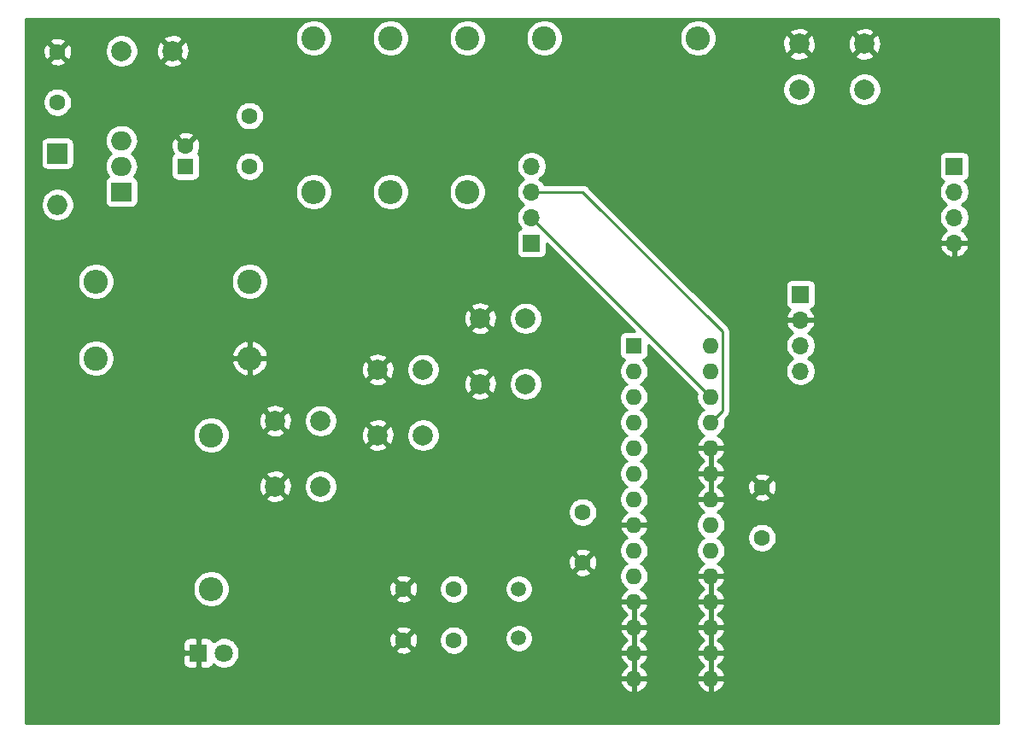
<source format=gbr>
%TF.GenerationSoftware,KiCad,Pcbnew,(5.1.6)-1*%
%TF.CreationDate,2020-09-16T20:36:39+02:00*%
%TF.ProjectId,Basic_Clock,42617369-635f-4436-9c6f-636b2e6b6963,rev?*%
%TF.SameCoordinates,Original*%
%TF.FileFunction,Copper,L2,Bot*%
%TF.FilePolarity,Positive*%
%FSLAX46Y46*%
G04 Gerber Fmt 4.6, Leading zero omitted, Abs format (unit mm)*
G04 Created by KiCad (PCBNEW (5.1.6)-1) date 2020-09-16 20:36:39*
%MOMM*%
%LPD*%
G01*
G04 APERTURE LIST*
%TA.AperFunction,ComponentPad*%
%ADD10C,1.600000*%
%TD*%
%TA.AperFunction,ComponentPad*%
%ADD11C,1.998980*%
%TD*%
%TA.AperFunction,ComponentPad*%
%ADD12C,2.000000*%
%TD*%
%TA.AperFunction,ComponentPad*%
%ADD13O,2.400000X2.400000*%
%TD*%
%TA.AperFunction,ComponentPad*%
%ADD14C,2.400000*%
%TD*%
%TA.AperFunction,ComponentPad*%
%ADD15O,1.700000X1.700000*%
%TD*%
%TA.AperFunction,ComponentPad*%
%ADD16R,1.700000X1.700000*%
%TD*%
%TA.AperFunction,ComponentPad*%
%ADD17C,1.500000*%
%TD*%
%TA.AperFunction,ComponentPad*%
%ADD18O,2.000000X1.905000*%
%TD*%
%TA.AperFunction,ComponentPad*%
%ADD19R,2.000000X1.905000*%
%TD*%
%TA.AperFunction,ComponentPad*%
%ADD20O,2.000000X2.000000*%
%TD*%
%TA.AperFunction,ComponentPad*%
%ADD21R,2.000000X2.000000*%
%TD*%
%TA.AperFunction,ComponentPad*%
%ADD22C,1.800000*%
%TD*%
%TA.AperFunction,ComponentPad*%
%ADD23R,1.800000X1.800000*%
%TD*%
%TA.AperFunction,ComponentPad*%
%ADD24R,1.600000X1.600000*%
%TD*%
%TA.AperFunction,ComponentPad*%
%ADD25O,1.600000X1.600000*%
%TD*%
%TA.AperFunction,ViaPad*%
%ADD26C,0.800000*%
%TD*%
%TA.AperFunction,Conductor*%
%ADD27C,0.250000*%
%TD*%
%TA.AperFunction,Conductor*%
%ADD28C,0.254000*%
%TD*%
G04 APERTURE END LIST*
D10*
%TO.P,C5,2*%
%TO.N,Net-(C5-Pad2)*%
X59690000Y-114380000D03*
%TO.P,C5,1*%
%TO.N,+5V*%
X59690000Y-119380000D03*
%TD*%
D11*
%TO.P,J-VCC1,1*%
%TO.N,+28V*%
X46990000Y-107950000D03*
%TD*%
%TO.P,J-GND1,1*%
%TO.N,GND*%
X52070000Y-107950000D03*
%TD*%
D12*
%TO.P,SW4,1*%
%TO.N,GND*%
X62230000Y-144630000D03*
%TO.P,SW4,2*%
%TO.N,/PIN4*%
X66730000Y-144630000D03*
%TO.P,SW4,1*%
%TO.N,GND*%
X62230000Y-151130000D03*
%TO.P,SW4,2*%
%TO.N,/PIN4*%
X66730000Y-151130000D03*
%TD*%
D13*
%TO.P,R7,2*%
%TO.N,Net-(R7-Pad2)*%
X104140000Y-106680000D03*
D14*
%TO.P,R7,1*%
%TO.N,+5V*%
X88900000Y-106680000D03*
%TD*%
D15*
%TO.P,J3,4*%
%TO.N,GND*%
X129540000Y-127000000D03*
%TO.P,J3,3*%
%TO.N,Net-(J3-Pad3)*%
X129540000Y-124460000D03*
%TO.P,J3,2*%
%TO.N,Net-(J3-Pad2)*%
X129540000Y-121920000D03*
D16*
%TO.P,J3,1*%
%TO.N,+5V*%
X129540000Y-119380000D03*
%TD*%
D15*
%TO.P,J2,4*%
%TO.N,/RXD*%
X87630000Y-119380000D03*
%TO.P,J2,3*%
%TO.N,/RE*%
X87630000Y-121920000D03*
%TO.P,J2,2*%
%TO.N,/DE*%
X87630000Y-124460000D03*
D16*
%TO.P,J2,1*%
%TO.N,/TXD*%
X87630000Y-127000000D03*
%TD*%
D15*
%TO.P,J1,4*%
%TO.N,/SDA*%
X114300000Y-139700000D03*
%TO.P,J1,3*%
%TO.N,/SCL*%
X114300000Y-137160000D03*
%TO.P,J1,2*%
%TO.N,GND*%
X114300000Y-134620000D03*
D16*
%TO.P,J1,1*%
%TO.N,+5V*%
X114300000Y-132080000D03*
%TD*%
D17*
%TO.P,Y1,2*%
%TO.N,Net-(C2-Pad2)*%
X86360000Y-166170000D03*
%TO.P,Y1,1*%
%TO.N,Net-(C1-Pad2)*%
X86360000Y-161290000D03*
%TD*%
D18*
%TO.P,U1,3*%
%TO.N,+28V*%
X46990000Y-116840000D03*
%TO.P,U1,2*%
%TO.N,+5V*%
X46990000Y-119380000D03*
D19*
%TO.P,U1,1*%
%TO.N,Net-(R1-Pad2)*%
X46990000Y-121920000D03*
%TD*%
D12*
%TO.P,SW3,1*%
%TO.N,GND*%
X72390000Y-139550000D03*
%TO.P,SW3,2*%
%TO.N,/PIN3*%
X76890000Y-139550000D03*
%TO.P,SW3,1*%
%TO.N,GND*%
X72390000Y-146050000D03*
%TO.P,SW3,2*%
%TO.N,/PIN3*%
X76890000Y-146050000D03*
%TD*%
%TO.P,SW2,1*%
%TO.N,GND*%
X82550000Y-134470000D03*
%TO.P,SW2,2*%
%TO.N,/PIN2*%
X87050000Y-134470000D03*
%TO.P,SW2,1*%
%TO.N,GND*%
X82550000Y-140970000D03*
%TO.P,SW2,2*%
%TO.N,/PIN2*%
X87050000Y-140970000D03*
%TD*%
%TO.P,SW1,1*%
%TO.N,Net-(R7-Pad2)*%
X114150000Y-111760000D03*
%TO.P,SW1,2*%
%TO.N,GND*%
X114150000Y-107260000D03*
%TO.P,SW1,1*%
%TO.N,Net-(R7-Pad2)*%
X120650000Y-111760000D03*
%TO.P,SW1,2*%
%TO.N,GND*%
X120650000Y-107260000D03*
%TD*%
D13*
%TO.P,R6,2*%
%TO.N,/PIN4*%
X66040000Y-121920000D03*
D14*
%TO.P,R6,1*%
%TO.N,+5V*%
X66040000Y-106680000D03*
%TD*%
D13*
%TO.P,R5,2*%
%TO.N,/PIN3*%
X73660000Y-121920000D03*
D14*
%TO.P,R5,1*%
%TO.N,+5V*%
X73660000Y-106680000D03*
%TD*%
D13*
%TO.P,R4,2*%
%TO.N,/PIN2*%
X81280000Y-121920000D03*
D14*
%TO.P,R4,1*%
%TO.N,+5V*%
X81280000Y-106680000D03*
%TD*%
D13*
%TO.P,R3,2*%
%TO.N,Net-(D1-Pad2)*%
X55880000Y-161290000D03*
D14*
%TO.P,R3,1*%
%TO.N,+5V*%
X55880000Y-146050000D03*
%TD*%
D13*
%TO.P,R2,2*%
%TO.N,GND*%
X59690000Y-138430000D03*
D14*
%TO.P,R2,1*%
%TO.N,Net-(R1-Pad2)*%
X44450000Y-138430000D03*
%TD*%
D13*
%TO.P,R1,2*%
%TO.N,Net-(R1-Pad2)*%
X44450000Y-130810000D03*
D14*
%TO.P,R1,1*%
%TO.N,+5V*%
X59690000Y-130810000D03*
%TD*%
D20*
%TO.P,D2,2*%
%TO.N,+5V*%
X40640000Y-123190000D03*
D21*
%TO.P,D2,1*%
%TO.N,+28V*%
X40640000Y-118110000D03*
%TD*%
D22*
%TO.P,D1,2*%
%TO.N,Net-(D1-Pad2)*%
X57150000Y-167640000D03*
D23*
%TO.P,D1,1*%
%TO.N,GND*%
X54610000Y-167640000D03*
%TD*%
D10*
%TO.P,C1,2*%
%TO.N,Net-(C1-Pad2)*%
X79930000Y-161290000D03*
%TO.P,C1,1*%
%TO.N,GND*%
X74930000Y-161290000D03*
%TD*%
%TO.P,C2,1*%
%TO.N,GND*%
X74930000Y-166370000D03*
%TO.P,C2,2*%
%TO.N,Net-(C2-Pad2)*%
X79930000Y-166370000D03*
%TD*%
%TO.P,C3,1*%
%TO.N,+28V*%
X40640000Y-113030000D03*
%TO.P,C3,2*%
%TO.N,GND*%
X40640000Y-108030000D03*
%TD*%
D24*
%TO.P,C4,1*%
%TO.N,+5V*%
X53340000Y-119380000D03*
D10*
%TO.P,C4,2*%
%TO.N,GND*%
X53340000Y-117380000D03*
%TD*%
%TO.P,C6,1*%
%TO.N,+5V*%
X110490000Y-156210000D03*
%TO.P,C6,2*%
%TO.N,GND*%
X110490000Y-151210000D03*
%TD*%
%TO.P,C7,2*%
%TO.N,GND*%
X92710000Y-158670000D03*
%TO.P,C7,1*%
%TO.N,+5V*%
X92710000Y-153670000D03*
%TD*%
D24*
%TO.P,U2,1*%
%TO.N,Net-(R7-Pad2)*%
X97790000Y-137160000D03*
D25*
%TO.P,U2,15*%
%TO.N,GND*%
X105410000Y-170180000D03*
%TO.P,U2,2*%
%TO.N,/RXD*%
X97790000Y-139700000D03*
%TO.P,U2,16*%
%TO.N,GND*%
X105410000Y-167640000D03*
%TO.P,U2,3*%
%TO.N,/TXD*%
X97790000Y-142240000D03*
%TO.P,U2,17*%
%TO.N,GND*%
X105410000Y-165100000D03*
%TO.P,U2,4*%
%TO.N,/PIN2*%
X97790000Y-144780000D03*
%TO.P,U2,18*%
%TO.N,GND*%
X105410000Y-162560000D03*
%TO.P,U2,5*%
%TO.N,/PIN3*%
X97790000Y-147320000D03*
%TO.P,U2,19*%
%TO.N,GND*%
X105410000Y-160020000D03*
%TO.P,U2,6*%
%TO.N,/PIN4*%
X97790000Y-149860000D03*
%TO.P,U2,20*%
%TO.N,+5V*%
X105410000Y-157480000D03*
%TO.P,U2,7*%
X97790000Y-152400000D03*
%TO.P,U2,21*%
%TO.N,Net-(U2-Pad21)*%
X105410000Y-154940000D03*
%TO.P,U2,8*%
%TO.N,GND*%
X97790000Y-154940000D03*
%TO.P,U2,22*%
X105410000Y-152400000D03*
%TO.P,U2,9*%
%TO.N,Net-(C1-Pad2)*%
X97790000Y-157480000D03*
%TO.P,U2,23*%
%TO.N,GND*%
X105410000Y-149860000D03*
%TO.P,U2,10*%
%TO.N,Net-(C2-Pad2)*%
X97790000Y-160020000D03*
%TO.P,U2,24*%
%TO.N,GND*%
X105410000Y-147320000D03*
%TO.P,U2,11*%
X97790000Y-162560000D03*
%TO.P,U2,25*%
%TO.N,/RE*%
X105410000Y-144780000D03*
%TO.P,U2,12*%
%TO.N,GND*%
X97790000Y-165100000D03*
%TO.P,U2,26*%
%TO.N,/DE*%
X105410000Y-142240000D03*
%TO.P,U2,13*%
%TO.N,GND*%
X97790000Y-167640000D03*
%TO.P,U2,27*%
%TO.N,/SDA*%
X105410000Y-139700000D03*
%TO.P,U2,14*%
%TO.N,GND*%
X97790000Y-170180000D03*
%TO.P,U2,28*%
%TO.N,/SCL*%
X105410000Y-137160000D03*
%TD*%
D26*
%TO.N,GND*%
X105410000Y-167640000D03*
X105410000Y-170180000D03*
%TO.N,+5V*%
X97790000Y-152400000D03*
X105410000Y-157480000D03*
%TO.N,/DE*%
X87630000Y-124460000D03*
%TD*%
D27*
%TO.N,/PIN2*%
X97584999Y-144574999D02*
X97790000Y-144780000D01*
%TO.N,/RE*%
X87630000Y-121920000D02*
X92710000Y-121920000D01*
X106535001Y-135745001D02*
X106535001Y-143654999D01*
X106535001Y-143654999D02*
X105410000Y-144780000D01*
X92710000Y-121920000D02*
X106535001Y-135745001D01*
%TO.N,/DE*%
X87630000Y-124714998D02*
X87630000Y-124460000D01*
X87630000Y-124460000D02*
X105410000Y-142240000D01*
%TD*%
D28*
%TO.N,GND*%
G36*
X133960001Y-174600000D02*
G01*
X37490000Y-174600000D01*
X37490000Y-170529039D01*
X96398096Y-170529039D01*
X96438754Y-170663087D01*
X96558963Y-170917420D01*
X96726481Y-171143414D01*
X96934869Y-171332385D01*
X97176119Y-171477070D01*
X97440960Y-171571909D01*
X97663000Y-171450624D01*
X97663000Y-170307000D01*
X97917000Y-170307000D01*
X97917000Y-171450624D01*
X98139040Y-171571909D01*
X98403881Y-171477070D01*
X98645131Y-171332385D01*
X98853519Y-171143414D01*
X99021037Y-170917420D01*
X99141246Y-170663087D01*
X99181904Y-170529039D01*
X104018096Y-170529039D01*
X104058754Y-170663087D01*
X104178963Y-170917420D01*
X104346481Y-171143414D01*
X104554869Y-171332385D01*
X104796119Y-171477070D01*
X105060960Y-171571909D01*
X105283000Y-171450624D01*
X105283000Y-170307000D01*
X105537000Y-170307000D01*
X105537000Y-171450624D01*
X105759040Y-171571909D01*
X106023881Y-171477070D01*
X106265131Y-171332385D01*
X106473519Y-171143414D01*
X106641037Y-170917420D01*
X106761246Y-170663087D01*
X106801904Y-170529039D01*
X106679915Y-170307000D01*
X105537000Y-170307000D01*
X105283000Y-170307000D01*
X104140085Y-170307000D01*
X104018096Y-170529039D01*
X99181904Y-170529039D01*
X99059915Y-170307000D01*
X97917000Y-170307000D01*
X97663000Y-170307000D01*
X96520085Y-170307000D01*
X96398096Y-170529039D01*
X37490000Y-170529039D01*
X37490000Y-168540000D01*
X53071928Y-168540000D01*
X53084188Y-168664482D01*
X53120498Y-168784180D01*
X53179463Y-168894494D01*
X53258815Y-168991185D01*
X53355506Y-169070537D01*
X53465820Y-169129502D01*
X53585518Y-169165812D01*
X53710000Y-169178072D01*
X54324250Y-169175000D01*
X54483000Y-169016250D01*
X54483000Y-167767000D01*
X53233750Y-167767000D01*
X53075000Y-167925750D01*
X53071928Y-168540000D01*
X37490000Y-168540000D01*
X37490000Y-166740000D01*
X53071928Y-166740000D01*
X53075000Y-167354250D01*
X53233750Y-167513000D01*
X54483000Y-167513000D01*
X54483000Y-166263750D01*
X54737000Y-166263750D01*
X54737000Y-167513000D01*
X54757000Y-167513000D01*
X54757000Y-167767000D01*
X54737000Y-167767000D01*
X54737000Y-169016250D01*
X54895750Y-169175000D01*
X55510000Y-169178072D01*
X55634482Y-169165812D01*
X55754180Y-169129502D01*
X55864494Y-169070537D01*
X55961185Y-168991185D01*
X56040537Y-168894494D01*
X56099502Y-168784180D01*
X56105056Y-168765873D01*
X56171495Y-168832312D01*
X56422905Y-169000299D01*
X56702257Y-169116011D01*
X56998816Y-169175000D01*
X57301184Y-169175000D01*
X57597743Y-169116011D01*
X57877095Y-169000299D01*
X58128505Y-168832312D01*
X58342312Y-168618505D01*
X58510299Y-168367095D01*
X58626011Y-168087743D01*
X58645644Y-167989039D01*
X96398096Y-167989039D01*
X96438754Y-168123087D01*
X96558963Y-168377420D01*
X96726481Y-168603414D01*
X96934869Y-168792385D01*
X97130982Y-168910000D01*
X96934869Y-169027615D01*
X96726481Y-169216586D01*
X96558963Y-169442580D01*
X96438754Y-169696913D01*
X96398096Y-169830961D01*
X96520085Y-170053000D01*
X97663000Y-170053000D01*
X97663000Y-167767000D01*
X97917000Y-167767000D01*
X97917000Y-170053000D01*
X99059915Y-170053000D01*
X99181904Y-169830961D01*
X99141246Y-169696913D01*
X99021037Y-169442580D01*
X98853519Y-169216586D01*
X98645131Y-169027615D01*
X98449018Y-168910000D01*
X98645131Y-168792385D01*
X98853519Y-168603414D01*
X99021037Y-168377420D01*
X99141246Y-168123087D01*
X99181904Y-167989039D01*
X104018096Y-167989039D01*
X104058754Y-168123087D01*
X104178963Y-168377420D01*
X104346481Y-168603414D01*
X104554869Y-168792385D01*
X104750982Y-168910000D01*
X104554869Y-169027615D01*
X104346481Y-169216586D01*
X104178963Y-169442580D01*
X104058754Y-169696913D01*
X104018096Y-169830961D01*
X104140085Y-170053000D01*
X105283000Y-170053000D01*
X105283000Y-167767000D01*
X105537000Y-167767000D01*
X105537000Y-170053000D01*
X106679915Y-170053000D01*
X106801904Y-169830961D01*
X106761246Y-169696913D01*
X106641037Y-169442580D01*
X106473519Y-169216586D01*
X106265131Y-169027615D01*
X106069018Y-168910000D01*
X106265131Y-168792385D01*
X106473519Y-168603414D01*
X106641037Y-168377420D01*
X106761246Y-168123087D01*
X106801904Y-167989039D01*
X106679915Y-167767000D01*
X105537000Y-167767000D01*
X105283000Y-167767000D01*
X104140085Y-167767000D01*
X104018096Y-167989039D01*
X99181904Y-167989039D01*
X99059915Y-167767000D01*
X97917000Y-167767000D01*
X97663000Y-167767000D01*
X96520085Y-167767000D01*
X96398096Y-167989039D01*
X58645644Y-167989039D01*
X58685000Y-167791184D01*
X58685000Y-167488816D01*
X58659915Y-167362702D01*
X74116903Y-167362702D01*
X74188486Y-167606671D01*
X74443996Y-167727571D01*
X74718184Y-167796300D01*
X75000512Y-167810217D01*
X75280130Y-167768787D01*
X75546292Y-167673603D01*
X75671514Y-167606671D01*
X75743097Y-167362702D01*
X74930000Y-166549605D01*
X74116903Y-167362702D01*
X58659915Y-167362702D01*
X58626011Y-167192257D01*
X58510299Y-166912905D01*
X58342312Y-166661495D01*
X58128505Y-166447688D01*
X58117766Y-166440512D01*
X73489783Y-166440512D01*
X73531213Y-166720130D01*
X73626397Y-166986292D01*
X73693329Y-167111514D01*
X73937298Y-167183097D01*
X74750395Y-166370000D01*
X75109605Y-166370000D01*
X75922702Y-167183097D01*
X76166671Y-167111514D01*
X76287571Y-166856004D01*
X76356300Y-166581816D01*
X76370217Y-166299488D01*
X76359724Y-166228665D01*
X78495000Y-166228665D01*
X78495000Y-166511335D01*
X78550147Y-166788574D01*
X78658320Y-167049727D01*
X78815363Y-167284759D01*
X79015241Y-167484637D01*
X79250273Y-167641680D01*
X79511426Y-167749853D01*
X79788665Y-167805000D01*
X80071335Y-167805000D01*
X80348574Y-167749853D01*
X80609727Y-167641680D01*
X80844759Y-167484637D01*
X81044637Y-167284759D01*
X81201680Y-167049727D01*
X81309853Y-166788574D01*
X81365000Y-166511335D01*
X81365000Y-166228665D01*
X81326197Y-166033589D01*
X84975000Y-166033589D01*
X84975000Y-166306411D01*
X85028225Y-166573989D01*
X85132629Y-166826043D01*
X85284201Y-167052886D01*
X85477114Y-167245799D01*
X85703957Y-167397371D01*
X85956011Y-167501775D01*
X86223589Y-167555000D01*
X86496411Y-167555000D01*
X86763989Y-167501775D01*
X87016043Y-167397371D01*
X87242886Y-167245799D01*
X87435799Y-167052886D01*
X87587371Y-166826043D01*
X87691775Y-166573989D01*
X87745000Y-166306411D01*
X87745000Y-166033589D01*
X87691775Y-165766011D01*
X87587371Y-165513957D01*
X87543995Y-165449039D01*
X96398096Y-165449039D01*
X96438754Y-165583087D01*
X96558963Y-165837420D01*
X96726481Y-166063414D01*
X96934869Y-166252385D01*
X97130982Y-166370000D01*
X96934869Y-166487615D01*
X96726481Y-166676586D01*
X96558963Y-166902580D01*
X96438754Y-167156913D01*
X96398096Y-167290961D01*
X96520085Y-167513000D01*
X97663000Y-167513000D01*
X97663000Y-165227000D01*
X97917000Y-165227000D01*
X97917000Y-167513000D01*
X99059915Y-167513000D01*
X99181904Y-167290961D01*
X99141246Y-167156913D01*
X99021037Y-166902580D01*
X98853519Y-166676586D01*
X98645131Y-166487615D01*
X98449018Y-166370000D01*
X98645131Y-166252385D01*
X98853519Y-166063414D01*
X99021037Y-165837420D01*
X99141246Y-165583087D01*
X99181904Y-165449039D01*
X104018096Y-165449039D01*
X104058754Y-165583087D01*
X104178963Y-165837420D01*
X104346481Y-166063414D01*
X104554869Y-166252385D01*
X104750982Y-166370000D01*
X104554869Y-166487615D01*
X104346481Y-166676586D01*
X104178963Y-166902580D01*
X104058754Y-167156913D01*
X104018096Y-167290961D01*
X104140085Y-167513000D01*
X105283000Y-167513000D01*
X105283000Y-165227000D01*
X105537000Y-165227000D01*
X105537000Y-167513000D01*
X106679915Y-167513000D01*
X106801904Y-167290961D01*
X106761246Y-167156913D01*
X106641037Y-166902580D01*
X106473519Y-166676586D01*
X106265131Y-166487615D01*
X106069018Y-166370000D01*
X106265131Y-166252385D01*
X106473519Y-166063414D01*
X106641037Y-165837420D01*
X106761246Y-165583087D01*
X106801904Y-165449039D01*
X106679915Y-165227000D01*
X105537000Y-165227000D01*
X105283000Y-165227000D01*
X104140085Y-165227000D01*
X104018096Y-165449039D01*
X99181904Y-165449039D01*
X99059915Y-165227000D01*
X97917000Y-165227000D01*
X97663000Y-165227000D01*
X96520085Y-165227000D01*
X96398096Y-165449039D01*
X87543995Y-165449039D01*
X87435799Y-165287114D01*
X87242886Y-165094201D01*
X87016043Y-164942629D01*
X86763989Y-164838225D01*
X86496411Y-164785000D01*
X86223589Y-164785000D01*
X85956011Y-164838225D01*
X85703957Y-164942629D01*
X85477114Y-165094201D01*
X85284201Y-165287114D01*
X85132629Y-165513957D01*
X85028225Y-165766011D01*
X84975000Y-166033589D01*
X81326197Y-166033589D01*
X81309853Y-165951426D01*
X81201680Y-165690273D01*
X81044637Y-165455241D01*
X80844759Y-165255363D01*
X80609727Y-165098320D01*
X80348574Y-164990147D01*
X80071335Y-164935000D01*
X79788665Y-164935000D01*
X79511426Y-164990147D01*
X79250273Y-165098320D01*
X79015241Y-165255363D01*
X78815363Y-165455241D01*
X78658320Y-165690273D01*
X78550147Y-165951426D01*
X78495000Y-166228665D01*
X76359724Y-166228665D01*
X76328787Y-166019870D01*
X76233603Y-165753708D01*
X76166671Y-165628486D01*
X75922702Y-165556903D01*
X75109605Y-166370000D01*
X74750395Y-166370000D01*
X73937298Y-165556903D01*
X73693329Y-165628486D01*
X73572429Y-165883996D01*
X73503700Y-166158184D01*
X73489783Y-166440512D01*
X58117766Y-166440512D01*
X57877095Y-166279701D01*
X57597743Y-166163989D01*
X57301184Y-166105000D01*
X56998816Y-166105000D01*
X56702257Y-166163989D01*
X56422905Y-166279701D01*
X56171495Y-166447688D01*
X56105056Y-166514127D01*
X56099502Y-166495820D01*
X56040537Y-166385506D01*
X55961185Y-166288815D01*
X55864494Y-166209463D01*
X55754180Y-166150498D01*
X55634482Y-166114188D01*
X55510000Y-166101928D01*
X54895750Y-166105000D01*
X54737000Y-166263750D01*
X54483000Y-166263750D01*
X54324250Y-166105000D01*
X53710000Y-166101928D01*
X53585518Y-166114188D01*
X53465820Y-166150498D01*
X53355506Y-166209463D01*
X53258815Y-166288815D01*
X53179463Y-166385506D01*
X53120498Y-166495820D01*
X53084188Y-166615518D01*
X53071928Y-166740000D01*
X37490000Y-166740000D01*
X37490000Y-165377298D01*
X74116903Y-165377298D01*
X74930000Y-166190395D01*
X75743097Y-165377298D01*
X75671514Y-165133329D01*
X75416004Y-165012429D01*
X75141816Y-164943700D01*
X74859488Y-164929783D01*
X74579870Y-164971213D01*
X74313708Y-165066397D01*
X74188486Y-165133329D01*
X74116903Y-165377298D01*
X37490000Y-165377298D01*
X37490000Y-161109268D01*
X54045000Y-161109268D01*
X54045000Y-161470732D01*
X54115518Y-161825250D01*
X54253844Y-162159199D01*
X54454662Y-162459744D01*
X54710256Y-162715338D01*
X55010801Y-162916156D01*
X55344750Y-163054482D01*
X55699268Y-163125000D01*
X56060732Y-163125000D01*
X56415250Y-163054482D01*
X56749199Y-162916156D01*
X56759850Y-162909039D01*
X96398096Y-162909039D01*
X96438754Y-163043087D01*
X96558963Y-163297420D01*
X96726481Y-163523414D01*
X96934869Y-163712385D01*
X97130982Y-163830000D01*
X96934869Y-163947615D01*
X96726481Y-164136586D01*
X96558963Y-164362580D01*
X96438754Y-164616913D01*
X96398096Y-164750961D01*
X96520085Y-164973000D01*
X97663000Y-164973000D01*
X97663000Y-162687000D01*
X97917000Y-162687000D01*
X97917000Y-164973000D01*
X99059915Y-164973000D01*
X99181904Y-164750961D01*
X99141246Y-164616913D01*
X99021037Y-164362580D01*
X98853519Y-164136586D01*
X98645131Y-163947615D01*
X98449018Y-163830000D01*
X98645131Y-163712385D01*
X98853519Y-163523414D01*
X99021037Y-163297420D01*
X99141246Y-163043087D01*
X99181904Y-162909039D01*
X104018096Y-162909039D01*
X104058754Y-163043087D01*
X104178963Y-163297420D01*
X104346481Y-163523414D01*
X104554869Y-163712385D01*
X104750982Y-163830000D01*
X104554869Y-163947615D01*
X104346481Y-164136586D01*
X104178963Y-164362580D01*
X104058754Y-164616913D01*
X104018096Y-164750961D01*
X104140085Y-164973000D01*
X105283000Y-164973000D01*
X105283000Y-162687000D01*
X105537000Y-162687000D01*
X105537000Y-164973000D01*
X106679915Y-164973000D01*
X106801904Y-164750961D01*
X106761246Y-164616913D01*
X106641037Y-164362580D01*
X106473519Y-164136586D01*
X106265131Y-163947615D01*
X106069018Y-163830000D01*
X106265131Y-163712385D01*
X106473519Y-163523414D01*
X106641037Y-163297420D01*
X106761246Y-163043087D01*
X106801904Y-162909039D01*
X106679915Y-162687000D01*
X105537000Y-162687000D01*
X105283000Y-162687000D01*
X104140085Y-162687000D01*
X104018096Y-162909039D01*
X99181904Y-162909039D01*
X99059915Y-162687000D01*
X97917000Y-162687000D01*
X97663000Y-162687000D01*
X96520085Y-162687000D01*
X96398096Y-162909039D01*
X56759850Y-162909039D01*
X57049744Y-162715338D01*
X57305338Y-162459744D01*
X57423633Y-162282702D01*
X74116903Y-162282702D01*
X74188486Y-162526671D01*
X74443996Y-162647571D01*
X74718184Y-162716300D01*
X75000512Y-162730217D01*
X75280130Y-162688787D01*
X75546292Y-162593603D01*
X75671514Y-162526671D01*
X75743097Y-162282702D01*
X74930000Y-161469605D01*
X74116903Y-162282702D01*
X57423633Y-162282702D01*
X57506156Y-162159199D01*
X57644482Y-161825250D01*
X57715000Y-161470732D01*
X57715000Y-161360512D01*
X73489783Y-161360512D01*
X73531213Y-161640130D01*
X73626397Y-161906292D01*
X73693329Y-162031514D01*
X73937298Y-162103097D01*
X74750395Y-161290000D01*
X75109605Y-161290000D01*
X75922702Y-162103097D01*
X76166671Y-162031514D01*
X76287571Y-161776004D01*
X76356300Y-161501816D01*
X76370217Y-161219488D01*
X76359724Y-161148665D01*
X78495000Y-161148665D01*
X78495000Y-161431335D01*
X78550147Y-161708574D01*
X78658320Y-161969727D01*
X78815363Y-162204759D01*
X79015241Y-162404637D01*
X79250273Y-162561680D01*
X79511426Y-162669853D01*
X79788665Y-162725000D01*
X80071335Y-162725000D01*
X80348574Y-162669853D01*
X80609727Y-162561680D01*
X80844759Y-162404637D01*
X81044637Y-162204759D01*
X81201680Y-161969727D01*
X81309853Y-161708574D01*
X81365000Y-161431335D01*
X81365000Y-161153589D01*
X84975000Y-161153589D01*
X84975000Y-161426411D01*
X85028225Y-161693989D01*
X85132629Y-161946043D01*
X85284201Y-162172886D01*
X85477114Y-162365799D01*
X85703957Y-162517371D01*
X85956011Y-162621775D01*
X86223589Y-162675000D01*
X86496411Y-162675000D01*
X86763989Y-162621775D01*
X87016043Y-162517371D01*
X87242886Y-162365799D01*
X87435799Y-162172886D01*
X87587371Y-161946043D01*
X87691775Y-161693989D01*
X87745000Y-161426411D01*
X87745000Y-161153589D01*
X87691775Y-160886011D01*
X87587371Y-160633957D01*
X87435799Y-160407114D01*
X87242886Y-160214201D01*
X87016043Y-160062629D01*
X86763989Y-159958225D01*
X86496411Y-159905000D01*
X86223589Y-159905000D01*
X85956011Y-159958225D01*
X85703957Y-160062629D01*
X85477114Y-160214201D01*
X85284201Y-160407114D01*
X85132629Y-160633957D01*
X85028225Y-160886011D01*
X84975000Y-161153589D01*
X81365000Y-161153589D01*
X81365000Y-161148665D01*
X81309853Y-160871426D01*
X81201680Y-160610273D01*
X81044637Y-160375241D01*
X80844759Y-160175363D01*
X80609727Y-160018320D01*
X80348574Y-159910147D01*
X80071335Y-159855000D01*
X79788665Y-159855000D01*
X79511426Y-159910147D01*
X79250273Y-160018320D01*
X79015241Y-160175363D01*
X78815363Y-160375241D01*
X78658320Y-160610273D01*
X78550147Y-160871426D01*
X78495000Y-161148665D01*
X76359724Y-161148665D01*
X76328787Y-160939870D01*
X76233603Y-160673708D01*
X76166671Y-160548486D01*
X75922702Y-160476903D01*
X75109605Y-161290000D01*
X74750395Y-161290000D01*
X73937298Y-160476903D01*
X73693329Y-160548486D01*
X73572429Y-160803996D01*
X73503700Y-161078184D01*
X73489783Y-161360512D01*
X57715000Y-161360512D01*
X57715000Y-161109268D01*
X57644482Y-160754750D01*
X57506156Y-160420801D01*
X57423634Y-160297298D01*
X74116903Y-160297298D01*
X74930000Y-161110395D01*
X75743097Y-160297298D01*
X75671514Y-160053329D01*
X75416004Y-159932429D01*
X75141816Y-159863700D01*
X74859488Y-159849783D01*
X74579870Y-159891213D01*
X74313708Y-159986397D01*
X74188486Y-160053329D01*
X74116903Y-160297298D01*
X57423634Y-160297298D01*
X57305338Y-160120256D01*
X57049744Y-159864662D01*
X56749199Y-159663844D01*
X56746442Y-159662702D01*
X91896903Y-159662702D01*
X91968486Y-159906671D01*
X92223996Y-160027571D01*
X92498184Y-160096300D01*
X92780512Y-160110217D01*
X93060130Y-160068787D01*
X93326292Y-159973603D01*
X93451514Y-159906671D01*
X93523097Y-159662702D01*
X92710000Y-158849605D01*
X91896903Y-159662702D01*
X56746442Y-159662702D01*
X56415250Y-159525518D01*
X56060732Y-159455000D01*
X55699268Y-159455000D01*
X55344750Y-159525518D01*
X55010801Y-159663844D01*
X54710256Y-159864662D01*
X54454662Y-160120256D01*
X54253844Y-160420801D01*
X54115518Y-160754750D01*
X54045000Y-161109268D01*
X37490000Y-161109268D01*
X37490000Y-158740512D01*
X91269783Y-158740512D01*
X91311213Y-159020130D01*
X91406397Y-159286292D01*
X91473329Y-159411514D01*
X91717298Y-159483097D01*
X92530395Y-158670000D01*
X92889605Y-158670000D01*
X93702702Y-159483097D01*
X93946671Y-159411514D01*
X94067571Y-159156004D01*
X94136300Y-158881816D01*
X94150217Y-158599488D01*
X94108787Y-158319870D01*
X94013603Y-158053708D01*
X93946671Y-157928486D01*
X93702702Y-157856903D01*
X92889605Y-158670000D01*
X92530395Y-158670000D01*
X91717298Y-157856903D01*
X91473329Y-157928486D01*
X91352429Y-158183996D01*
X91283700Y-158458184D01*
X91269783Y-158740512D01*
X37490000Y-158740512D01*
X37490000Y-157677298D01*
X91896903Y-157677298D01*
X92710000Y-158490395D01*
X93523097Y-157677298D01*
X93451514Y-157433329D01*
X93251452Y-157338665D01*
X96355000Y-157338665D01*
X96355000Y-157621335D01*
X96410147Y-157898574D01*
X96518320Y-158159727D01*
X96675363Y-158394759D01*
X96875241Y-158594637D01*
X97107759Y-158750000D01*
X96875241Y-158905363D01*
X96675363Y-159105241D01*
X96518320Y-159340273D01*
X96410147Y-159601426D01*
X96355000Y-159878665D01*
X96355000Y-160161335D01*
X96410147Y-160438574D01*
X96518320Y-160699727D01*
X96675363Y-160934759D01*
X96875241Y-161134637D01*
X97110273Y-161291680D01*
X97120865Y-161296067D01*
X96934869Y-161407615D01*
X96726481Y-161596586D01*
X96558963Y-161822580D01*
X96438754Y-162076913D01*
X96398096Y-162210961D01*
X96520085Y-162433000D01*
X97663000Y-162433000D01*
X97663000Y-162413000D01*
X97917000Y-162413000D01*
X97917000Y-162433000D01*
X99059915Y-162433000D01*
X99181904Y-162210961D01*
X99141246Y-162076913D01*
X99021037Y-161822580D01*
X98853519Y-161596586D01*
X98645131Y-161407615D01*
X98459135Y-161296067D01*
X98469727Y-161291680D01*
X98704759Y-161134637D01*
X98904637Y-160934759D01*
X99061680Y-160699727D01*
X99169853Y-160438574D01*
X99183684Y-160369039D01*
X104018096Y-160369039D01*
X104058754Y-160503087D01*
X104178963Y-160757420D01*
X104346481Y-160983414D01*
X104554869Y-161172385D01*
X104750982Y-161290000D01*
X104554869Y-161407615D01*
X104346481Y-161596586D01*
X104178963Y-161822580D01*
X104058754Y-162076913D01*
X104018096Y-162210961D01*
X104140085Y-162433000D01*
X105283000Y-162433000D01*
X105283000Y-160147000D01*
X105537000Y-160147000D01*
X105537000Y-162433000D01*
X106679915Y-162433000D01*
X106801904Y-162210961D01*
X106761246Y-162076913D01*
X106641037Y-161822580D01*
X106473519Y-161596586D01*
X106265131Y-161407615D01*
X106069018Y-161290000D01*
X106265131Y-161172385D01*
X106473519Y-160983414D01*
X106641037Y-160757420D01*
X106761246Y-160503087D01*
X106801904Y-160369039D01*
X106679915Y-160147000D01*
X105537000Y-160147000D01*
X105283000Y-160147000D01*
X104140085Y-160147000D01*
X104018096Y-160369039D01*
X99183684Y-160369039D01*
X99225000Y-160161335D01*
X99225000Y-159878665D01*
X99169853Y-159601426D01*
X99061680Y-159340273D01*
X98904637Y-159105241D01*
X98704759Y-158905363D01*
X98472241Y-158750000D01*
X98704759Y-158594637D01*
X98904637Y-158394759D01*
X99061680Y-158159727D01*
X99169853Y-157898574D01*
X99225000Y-157621335D01*
X99225000Y-157338665D01*
X99169853Y-157061426D01*
X99061680Y-156800273D01*
X98904637Y-156565241D01*
X98704759Y-156365363D01*
X98469727Y-156208320D01*
X98459135Y-156203933D01*
X98645131Y-156092385D01*
X98853519Y-155903414D01*
X99021037Y-155677420D01*
X99141246Y-155423087D01*
X99181904Y-155289039D01*
X99059915Y-155067000D01*
X97917000Y-155067000D01*
X97917000Y-155087000D01*
X97663000Y-155087000D01*
X97663000Y-155067000D01*
X96520085Y-155067000D01*
X96398096Y-155289039D01*
X96438754Y-155423087D01*
X96558963Y-155677420D01*
X96726481Y-155903414D01*
X96934869Y-156092385D01*
X97120865Y-156203933D01*
X97110273Y-156208320D01*
X96875241Y-156365363D01*
X96675363Y-156565241D01*
X96518320Y-156800273D01*
X96410147Y-157061426D01*
X96355000Y-157338665D01*
X93251452Y-157338665D01*
X93196004Y-157312429D01*
X92921816Y-157243700D01*
X92639488Y-157229783D01*
X92359870Y-157271213D01*
X92093708Y-157366397D01*
X91968486Y-157433329D01*
X91896903Y-157677298D01*
X37490000Y-157677298D01*
X37490000Y-153528665D01*
X91275000Y-153528665D01*
X91275000Y-153811335D01*
X91330147Y-154088574D01*
X91438320Y-154349727D01*
X91595363Y-154584759D01*
X91795241Y-154784637D01*
X92030273Y-154941680D01*
X92291426Y-155049853D01*
X92568665Y-155105000D01*
X92851335Y-155105000D01*
X93128574Y-155049853D01*
X93389727Y-154941680D01*
X93624759Y-154784637D01*
X93824637Y-154584759D01*
X93981680Y-154349727D01*
X94089853Y-154088574D01*
X94145000Y-153811335D01*
X94145000Y-153528665D01*
X94089853Y-153251426D01*
X93981680Y-152990273D01*
X93824637Y-152755241D01*
X93624759Y-152555363D01*
X93389727Y-152398320D01*
X93128574Y-152290147D01*
X92851335Y-152235000D01*
X92568665Y-152235000D01*
X92291426Y-152290147D01*
X92030273Y-152398320D01*
X91795241Y-152555363D01*
X91595363Y-152755241D01*
X91438320Y-152990273D01*
X91330147Y-153251426D01*
X91275000Y-153528665D01*
X37490000Y-153528665D01*
X37490000Y-152265413D01*
X61274192Y-152265413D01*
X61369956Y-152529814D01*
X61659571Y-152670704D01*
X61971108Y-152752384D01*
X62292595Y-152771718D01*
X62611675Y-152727961D01*
X62916088Y-152622795D01*
X63090044Y-152529814D01*
X63185808Y-152265413D01*
X62230000Y-151309605D01*
X61274192Y-152265413D01*
X37490000Y-152265413D01*
X37490000Y-151192595D01*
X60588282Y-151192595D01*
X60632039Y-151511675D01*
X60737205Y-151816088D01*
X60830186Y-151990044D01*
X61094587Y-152085808D01*
X62050395Y-151130000D01*
X62409605Y-151130000D01*
X63365413Y-152085808D01*
X63629814Y-151990044D01*
X63770704Y-151700429D01*
X63852384Y-151388892D01*
X63871718Y-151067405D01*
X63858219Y-150968967D01*
X65095000Y-150968967D01*
X65095000Y-151291033D01*
X65157832Y-151606912D01*
X65281082Y-151904463D01*
X65460013Y-152172252D01*
X65687748Y-152399987D01*
X65955537Y-152578918D01*
X66253088Y-152702168D01*
X66568967Y-152765000D01*
X66891033Y-152765000D01*
X67206912Y-152702168D01*
X67504463Y-152578918D01*
X67772252Y-152399987D01*
X67999987Y-152172252D01*
X68178918Y-151904463D01*
X68302168Y-151606912D01*
X68365000Y-151291033D01*
X68365000Y-150968967D01*
X68302168Y-150653088D01*
X68178918Y-150355537D01*
X67999987Y-150087748D01*
X67772252Y-149860013D01*
X67504463Y-149681082D01*
X67206912Y-149557832D01*
X66891033Y-149495000D01*
X66568967Y-149495000D01*
X66253088Y-149557832D01*
X65955537Y-149681082D01*
X65687748Y-149860013D01*
X65460013Y-150087748D01*
X65281082Y-150355537D01*
X65157832Y-150653088D01*
X65095000Y-150968967D01*
X63858219Y-150968967D01*
X63827961Y-150748325D01*
X63722795Y-150443912D01*
X63629814Y-150269956D01*
X63365413Y-150174192D01*
X62409605Y-151130000D01*
X62050395Y-151130000D01*
X61094587Y-150174192D01*
X60830186Y-150269956D01*
X60689296Y-150559571D01*
X60607616Y-150871108D01*
X60588282Y-151192595D01*
X37490000Y-151192595D01*
X37490000Y-149994587D01*
X61274192Y-149994587D01*
X62230000Y-150950395D01*
X63185808Y-149994587D01*
X63090044Y-149730186D01*
X62800429Y-149589296D01*
X62488892Y-149507616D01*
X62167405Y-149488282D01*
X61848325Y-149532039D01*
X61543912Y-149637205D01*
X61369956Y-149730186D01*
X61274192Y-149994587D01*
X37490000Y-149994587D01*
X37490000Y-145869268D01*
X54045000Y-145869268D01*
X54045000Y-146230732D01*
X54115518Y-146585250D01*
X54253844Y-146919199D01*
X54454662Y-147219744D01*
X54710256Y-147475338D01*
X55010801Y-147676156D01*
X55344750Y-147814482D01*
X55699268Y-147885000D01*
X56060732Y-147885000D01*
X56415250Y-147814482D01*
X56749199Y-147676156D01*
X57049744Y-147475338D01*
X57305338Y-147219744D01*
X57328277Y-147185413D01*
X71434192Y-147185413D01*
X71529956Y-147449814D01*
X71819571Y-147590704D01*
X72131108Y-147672384D01*
X72452595Y-147691718D01*
X72771675Y-147647961D01*
X73076088Y-147542795D01*
X73250044Y-147449814D01*
X73345808Y-147185413D01*
X72390000Y-146229605D01*
X71434192Y-147185413D01*
X57328277Y-147185413D01*
X57506156Y-146919199D01*
X57644482Y-146585250D01*
X57715000Y-146230732D01*
X57715000Y-145869268D01*
X57694342Y-145765413D01*
X61274192Y-145765413D01*
X61369956Y-146029814D01*
X61659571Y-146170704D01*
X61971108Y-146252384D01*
X62292595Y-146271718D01*
X62611675Y-146227961D01*
X62916088Y-146122795D01*
X63090044Y-146029814D01*
X63185808Y-145765413D01*
X62230000Y-144809605D01*
X61274192Y-145765413D01*
X57694342Y-145765413D01*
X57644482Y-145514750D01*
X57506156Y-145180801D01*
X57305338Y-144880256D01*
X57117677Y-144692595D01*
X60588282Y-144692595D01*
X60632039Y-145011675D01*
X60737205Y-145316088D01*
X60830186Y-145490044D01*
X61094587Y-145585808D01*
X62050395Y-144630000D01*
X62409605Y-144630000D01*
X63365413Y-145585808D01*
X63629814Y-145490044D01*
X63770704Y-145200429D01*
X63852384Y-144888892D01*
X63871718Y-144567405D01*
X63858219Y-144468967D01*
X65095000Y-144468967D01*
X65095000Y-144791033D01*
X65157832Y-145106912D01*
X65281082Y-145404463D01*
X65460013Y-145672252D01*
X65687748Y-145899987D01*
X65955537Y-146078918D01*
X66253088Y-146202168D01*
X66568967Y-146265000D01*
X66891033Y-146265000D01*
X67206912Y-146202168D01*
X67423159Y-146112595D01*
X70748282Y-146112595D01*
X70792039Y-146431675D01*
X70897205Y-146736088D01*
X70990186Y-146910044D01*
X71254587Y-147005808D01*
X72210395Y-146050000D01*
X72569605Y-146050000D01*
X73525413Y-147005808D01*
X73789814Y-146910044D01*
X73930704Y-146620429D01*
X74012384Y-146308892D01*
X74031718Y-145987405D01*
X74018219Y-145888967D01*
X75255000Y-145888967D01*
X75255000Y-146211033D01*
X75317832Y-146526912D01*
X75441082Y-146824463D01*
X75620013Y-147092252D01*
X75847748Y-147319987D01*
X76115537Y-147498918D01*
X76413088Y-147622168D01*
X76728967Y-147685000D01*
X77051033Y-147685000D01*
X77366912Y-147622168D01*
X77664463Y-147498918D01*
X77932252Y-147319987D01*
X78159987Y-147092252D01*
X78338918Y-146824463D01*
X78462168Y-146526912D01*
X78525000Y-146211033D01*
X78525000Y-145888967D01*
X78462168Y-145573088D01*
X78338918Y-145275537D01*
X78159987Y-145007748D01*
X77932252Y-144780013D01*
X77664463Y-144601082D01*
X77366912Y-144477832D01*
X77051033Y-144415000D01*
X76728967Y-144415000D01*
X76413088Y-144477832D01*
X76115537Y-144601082D01*
X75847748Y-144780013D01*
X75620013Y-145007748D01*
X75441082Y-145275537D01*
X75317832Y-145573088D01*
X75255000Y-145888967D01*
X74018219Y-145888967D01*
X73987961Y-145668325D01*
X73882795Y-145363912D01*
X73789814Y-145189956D01*
X73525413Y-145094192D01*
X72569605Y-146050000D01*
X72210395Y-146050000D01*
X71254587Y-145094192D01*
X70990186Y-145189956D01*
X70849296Y-145479571D01*
X70767616Y-145791108D01*
X70748282Y-146112595D01*
X67423159Y-146112595D01*
X67504463Y-146078918D01*
X67772252Y-145899987D01*
X67999987Y-145672252D01*
X68178918Y-145404463D01*
X68302168Y-145106912D01*
X68340423Y-144914587D01*
X71434192Y-144914587D01*
X72390000Y-145870395D01*
X73345808Y-144914587D01*
X73250044Y-144650186D01*
X72960429Y-144509296D01*
X72648892Y-144427616D01*
X72327405Y-144408282D01*
X72008325Y-144452039D01*
X71703912Y-144557205D01*
X71529956Y-144650186D01*
X71434192Y-144914587D01*
X68340423Y-144914587D01*
X68365000Y-144791033D01*
X68365000Y-144468967D01*
X68302168Y-144153088D01*
X68178918Y-143855537D01*
X67999987Y-143587748D01*
X67772252Y-143360013D01*
X67504463Y-143181082D01*
X67206912Y-143057832D01*
X66891033Y-142995000D01*
X66568967Y-142995000D01*
X66253088Y-143057832D01*
X65955537Y-143181082D01*
X65687748Y-143360013D01*
X65460013Y-143587748D01*
X65281082Y-143855537D01*
X65157832Y-144153088D01*
X65095000Y-144468967D01*
X63858219Y-144468967D01*
X63827961Y-144248325D01*
X63722795Y-143943912D01*
X63629814Y-143769956D01*
X63365413Y-143674192D01*
X62409605Y-144630000D01*
X62050395Y-144630000D01*
X61094587Y-143674192D01*
X60830186Y-143769956D01*
X60689296Y-144059571D01*
X60607616Y-144371108D01*
X60588282Y-144692595D01*
X57117677Y-144692595D01*
X57049744Y-144624662D01*
X56749199Y-144423844D01*
X56415250Y-144285518D01*
X56060732Y-144215000D01*
X55699268Y-144215000D01*
X55344750Y-144285518D01*
X55010801Y-144423844D01*
X54710256Y-144624662D01*
X54454662Y-144880256D01*
X54253844Y-145180801D01*
X54115518Y-145514750D01*
X54045000Y-145869268D01*
X37490000Y-145869268D01*
X37490000Y-143494587D01*
X61274192Y-143494587D01*
X62230000Y-144450395D01*
X63185808Y-143494587D01*
X63090044Y-143230186D01*
X62800429Y-143089296D01*
X62488892Y-143007616D01*
X62167405Y-142988282D01*
X61848325Y-143032039D01*
X61543912Y-143137205D01*
X61369956Y-143230186D01*
X61274192Y-143494587D01*
X37490000Y-143494587D01*
X37490000Y-142105413D01*
X81594192Y-142105413D01*
X81689956Y-142369814D01*
X81979571Y-142510704D01*
X82291108Y-142592384D01*
X82612595Y-142611718D01*
X82931675Y-142567961D01*
X83236088Y-142462795D01*
X83410044Y-142369814D01*
X83505808Y-142105413D01*
X82550000Y-141149605D01*
X81594192Y-142105413D01*
X37490000Y-142105413D01*
X37490000Y-140685413D01*
X71434192Y-140685413D01*
X71529956Y-140949814D01*
X71819571Y-141090704D01*
X72131108Y-141172384D01*
X72452595Y-141191718D01*
X72771675Y-141147961D01*
X73076088Y-141042795D01*
X73250044Y-140949814D01*
X73345808Y-140685413D01*
X72390000Y-139729605D01*
X71434192Y-140685413D01*
X37490000Y-140685413D01*
X37490000Y-138249268D01*
X42615000Y-138249268D01*
X42615000Y-138610732D01*
X42685518Y-138965250D01*
X42823844Y-139299199D01*
X43024662Y-139599744D01*
X43280256Y-139855338D01*
X43580801Y-140056156D01*
X43914750Y-140194482D01*
X44269268Y-140265000D01*
X44630732Y-140265000D01*
X44985250Y-140194482D01*
X45319199Y-140056156D01*
X45619744Y-139855338D01*
X45875338Y-139599744D01*
X46076156Y-139299199D01*
X46214482Y-138965250D01*
X46239036Y-138841805D01*
X57901805Y-138841805D01*
X57974379Y-139081066D01*
X58134361Y-139403257D01*
X58354125Y-139688046D01*
X58625226Y-139924489D01*
X58937246Y-140103500D01*
X59278194Y-140218199D01*
X59563000Y-140101854D01*
X59563000Y-138557000D01*
X59817000Y-138557000D01*
X59817000Y-140101854D01*
X60101806Y-140218199D01*
X60442754Y-140103500D01*
X60754774Y-139924489D01*
X61025875Y-139688046D01*
X61084098Y-139612595D01*
X70748282Y-139612595D01*
X70792039Y-139931675D01*
X70897205Y-140236088D01*
X70990186Y-140410044D01*
X71254587Y-140505808D01*
X72210395Y-139550000D01*
X72569605Y-139550000D01*
X73525413Y-140505808D01*
X73789814Y-140410044D01*
X73930704Y-140120429D01*
X74012384Y-139808892D01*
X74031718Y-139487405D01*
X74018219Y-139388967D01*
X75255000Y-139388967D01*
X75255000Y-139711033D01*
X75317832Y-140026912D01*
X75441082Y-140324463D01*
X75620013Y-140592252D01*
X75847748Y-140819987D01*
X76115537Y-140998918D01*
X76413088Y-141122168D01*
X76728967Y-141185000D01*
X77051033Y-141185000D01*
X77366912Y-141122168D01*
X77583159Y-141032595D01*
X80908282Y-141032595D01*
X80952039Y-141351675D01*
X81057205Y-141656088D01*
X81150186Y-141830044D01*
X81414587Y-141925808D01*
X82370395Y-140970000D01*
X82729605Y-140970000D01*
X83685413Y-141925808D01*
X83949814Y-141830044D01*
X84090704Y-141540429D01*
X84172384Y-141228892D01*
X84191718Y-140907405D01*
X84178219Y-140808967D01*
X85415000Y-140808967D01*
X85415000Y-141131033D01*
X85477832Y-141446912D01*
X85601082Y-141744463D01*
X85780013Y-142012252D01*
X86007748Y-142239987D01*
X86275537Y-142418918D01*
X86573088Y-142542168D01*
X86888967Y-142605000D01*
X87211033Y-142605000D01*
X87526912Y-142542168D01*
X87824463Y-142418918D01*
X88092252Y-142239987D01*
X88319987Y-142012252D01*
X88498918Y-141744463D01*
X88622168Y-141446912D01*
X88685000Y-141131033D01*
X88685000Y-140808967D01*
X88622168Y-140493088D01*
X88498918Y-140195537D01*
X88319987Y-139927748D01*
X88092252Y-139700013D01*
X87824463Y-139521082D01*
X87526912Y-139397832D01*
X87211033Y-139335000D01*
X86888967Y-139335000D01*
X86573088Y-139397832D01*
X86275537Y-139521082D01*
X86007748Y-139700013D01*
X85780013Y-139927748D01*
X85601082Y-140195537D01*
X85477832Y-140493088D01*
X85415000Y-140808967D01*
X84178219Y-140808967D01*
X84147961Y-140588325D01*
X84042795Y-140283912D01*
X83949814Y-140109956D01*
X83685413Y-140014192D01*
X82729605Y-140970000D01*
X82370395Y-140970000D01*
X81414587Y-140014192D01*
X81150186Y-140109956D01*
X81009296Y-140399571D01*
X80927616Y-140711108D01*
X80908282Y-141032595D01*
X77583159Y-141032595D01*
X77664463Y-140998918D01*
X77932252Y-140819987D01*
X78159987Y-140592252D01*
X78338918Y-140324463D01*
X78462168Y-140026912D01*
X78500423Y-139834587D01*
X81594192Y-139834587D01*
X82550000Y-140790395D01*
X83505808Y-139834587D01*
X83410044Y-139570186D01*
X83120429Y-139429296D01*
X82808892Y-139347616D01*
X82487405Y-139328282D01*
X82168325Y-139372039D01*
X81863912Y-139477205D01*
X81689956Y-139570186D01*
X81594192Y-139834587D01*
X78500423Y-139834587D01*
X78525000Y-139711033D01*
X78525000Y-139388967D01*
X78462168Y-139073088D01*
X78338918Y-138775537D01*
X78159987Y-138507748D01*
X77932252Y-138280013D01*
X77664463Y-138101082D01*
X77366912Y-137977832D01*
X77051033Y-137915000D01*
X76728967Y-137915000D01*
X76413088Y-137977832D01*
X76115537Y-138101082D01*
X75847748Y-138280013D01*
X75620013Y-138507748D01*
X75441082Y-138775537D01*
X75317832Y-139073088D01*
X75255000Y-139388967D01*
X74018219Y-139388967D01*
X73987961Y-139168325D01*
X73882795Y-138863912D01*
X73789814Y-138689956D01*
X73525413Y-138594192D01*
X72569605Y-139550000D01*
X72210395Y-139550000D01*
X71254587Y-138594192D01*
X70990186Y-138689956D01*
X70849296Y-138979571D01*
X70767616Y-139291108D01*
X70748282Y-139612595D01*
X61084098Y-139612595D01*
X61245639Y-139403257D01*
X61405621Y-139081066D01*
X61478195Y-138841805D01*
X61361432Y-138557000D01*
X59817000Y-138557000D01*
X59563000Y-138557000D01*
X58018568Y-138557000D01*
X57901805Y-138841805D01*
X46239036Y-138841805D01*
X46285000Y-138610732D01*
X46285000Y-138414587D01*
X71434192Y-138414587D01*
X72390000Y-139370395D01*
X73345808Y-138414587D01*
X73250044Y-138150186D01*
X72960429Y-138009296D01*
X72648892Y-137927616D01*
X72327405Y-137908282D01*
X72008325Y-137952039D01*
X71703912Y-138057205D01*
X71529956Y-138150186D01*
X71434192Y-138414587D01*
X46285000Y-138414587D01*
X46285000Y-138249268D01*
X46239037Y-138018195D01*
X57901805Y-138018195D01*
X58018568Y-138303000D01*
X59563000Y-138303000D01*
X59563000Y-136758146D01*
X59817000Y-136758146D01*
X59817000Y-138303000D01*
X61361432Y-138303000D01*
X61478195Y-138018195D01*
X61405621Y-137778934D01*
X61245639Y-137456743D01*
X61025875Y-137171954D01*
X60754774Y-136935511D01*
X60442754Y-136756500D01*
X60101806Y-136641801D01*
X59817000Y-136758146D01*
X59563000Y-136758146D01*
X59278194Y-136641801D01*
X58937246Y-136756500D01*
X58625226Y-136935511D01*
X58354125Y-137171954D01*
X58134361Y-137456743D01*
X57974379Y-137778934D01*
X57901805Y-138018195D01*
X46239037Y-138018195D01*
X46214482Y-137894750D01*
X46076156Y-137560801D01*
X45875338Y-137260256D01*
X45619744Y-137004662D01*
X45319199Y-136803844D01*
X44985250Y-136665518D01*
X44630732Y-136595000D01*
X44269268Y-136595000D01*
X43914750Y-136665518D01*
X43580801Y-136803844D01*
X43280256Y-137004662D01*
X43024662Y-137260256D01*
X42823844Y-137560801D01*
X42685518Y-137894750D01*
X42615000Y-138249268D01*
X37490000Y-138249268D01*
X37490000Y-135605413D01*
X81594192Y-135605413D01*
X81689956Y-135869814D01*
X81979571Y-136010704D01*
X82291108Y-136092384D01*
X82612595Y-136111718D01*
X82931675Y-136067961D01*
X83236088Y-135962795D01*
X83410044Y-135869814D01*
X83505808Y-135605413D01*
X82550000Y-134649605D01*
X81594192Y-135605413D01*
X37490000Y-135605413D01*
X37490000Y-134532595D01*
X80908282Y-134532595D01*
X80952039Y-134851675D01*
X81057205Y-135156088D01*
X81150186Y-135330044D01*
X81414587Y-135425808D01*
X82370395Y-134470000D01*
X82729605Y-134470000D01*
X83685413Y-135425808D01*
X83949814Y-135330044D01*
X84090704Y-135040429D01*
X84172384Y-134728892D01*
X84191718Y-134407405D01*
X84178219Y-134308967D01*
X85415000Y-134308967D01*
X85415000Y-134631033D01*
X85477832Y-134946912D01*
X85601082Y-135244463D01*
X85780013Y-135512252D01*
X86007748Y-135739987D01*
X86275537Y-135918918D01*
X86573088Y-136042168D01*
X86888967Y-136105000D01*
X87211033Y-136105000D01*
X87526912Y-136042168D01*
X87824463Y-135918918D01*
X88092252Y-135739987D01*
X88319987Y-135512252D01*
X88498918Y-135244463D01*
X88622168Y-134946912D01*
X88685000Y-134631033D01*
X88685000Y-134308967D01*
X88622168Y-133993088D01*
X88498918Y-133695537D01*
X88319987Y-133427748D01*
X88092252Y-133200013D01*
X87824463Y-133021082D01*
X87526912Y-132897832D01*
X87211033Y-132835000D01*
X86888967Y-132835000D01*
X86573088Y-132897832D01*
X86275537Y-133021082D01*
X86007748Y-133200013D01*
X85780013Y-133427748D01*
X85601082Y-133695537D01*
X85477832Y-133993088D01*
X85415000Y-134308967D01*
X84178219Y-134308967D01*
X84147961Y-134088325D01*
X84042795Y-133783912D01*
X83949814Y-133609956D01*
X83685413Y-133514192D01*
X82729605Y-134470000D01*
X82370395Y-134470000D01*
X81414587Y-133514192D01*
X81150186Y-133609956D01*
X81009296Y-133899571D01*
X80927616Y-134211108D01*
X80908282Y-134532595D01*
X37490000Y-134532595D01*
X37490000Y-133334587D01*
X81594192Y-133334587D01*
X82550000Y-134290395D01*
X83505808Y-133334587D01*
X83410044Y-133070186D01*
X83120429Y-132929296D01*
X82808892Y-132847616D01*
X82487405Y-132828282D01*
X82168325Y-132872039D01*
X81863912Y-132977205D01*
X81689956Y-133070186D01*
X81594192Y-133334587D01*
X37490000Y-133334587D01*
X37490000Y-130629268D01*
X42615000Y-130629268D01*
X42615000Y-130990732D01*
X42685518Y-131345250D01*
X42823844Y-131679199D01*
X43024662Y-131979744D01*
X43280256Y-132235338D01*
X43580801Y-132436156D01*
X43914750Y-132574482D01*
X44269268Y-132645000D01*
X44630732Y-132645000D01*
X44985250Y-132574482D01*
X45319199Y-132436156D01*
X45619744Y-132235338D01*
X45875338Y-131979744D01*
X46076156Y-131679199D01*
X46214482Y-131345250D01*
X46285000Y-130990732D01*
X46285000Y-130629268D01*
X57855000Y-130629268D01*
X57855000Y-130990732D01*
X57925518Y-131345250D01*
X58063844Y-131679199D01*
X58264662Y-131979744D01*
X58520256Y-132235338D01*
X58820801Y-132436156D01*
X59154750Y-132574482D01*
X59509268Y-132645000D01*
X59870732Y-132645000D01*
X60225250Y-132574482D01*
X60559199Y-132436156D01*
X60859744Y-132235338D01*
X61115338Y-131979744D01*
X61316156Y-131679199D01*
X61454482Y-131345250D01*
X61525000Y-130990732D01*
X61525000Y-130629268D01*
X61454482Y-130274750D01*
X61316156Y-129940801D01*
X61115338Y-129640256D01*
X60859744Y-129384662D01*
X60559199Y-129183844D01*
X60225250Y-129045518D01*
X59870732Y-128975000D01*
X59509268Y-128975000D01*
X59154750Y-129045518D01*
X58820801Y-129183844D01*
X58520256Y-129384662D01*
X58264662Y-129640256D01*
X58063844Y-129940801D01*
X57925518Y-130274750D01*
X57855000Y-130629268D01*
X46285000Y-130629268D01*
X46214482Y-130274750D01*
X46076156Y-129940801D01*
X45875338Y-129640256D01*
X45619744Y-129384662D01*
X45319199Y-129183844D01*
X44985250Y-129045518D01*
X44630732Y-128975000D01*
X44269268Y-128975000D01*
X43914750Y-129045518D01*
X43580801Y-129183844D01*
X43280256Y-129384662D01*
X43024662Y-129640256D01*
X42823844Y-129940801D01*
X42685518Y-130274750D01*
X42615000Y-130629268D01*
X37490000Y-130629268D01*
X37490000Y-126150000D01*
X86141928Y-126150000D01*
X86141928Y-127850000D01*
X86154188Y-127974482D01*
X86190498Y-128094180D01*
X86249463Y-128204494D01*
X86328815Y-128301185D01*
X86425506Y-128380537D01*
X86535820Y-128439502D01*
X86655518Y-128475812D01*
X86780000Y-128488072D01*
X88480000Y-128488072D01*
X88604482Y-128475812D01*
X88724180Y-128439502D01*
X88834494Y-128380537D01*
X88931185Y-128301185D01*
X89010537Y-128204494D01*
X89069502Y-128094180D01*
X89105812Y-127974482D01*
X89118072Y-127850000D01*
X89118072Y-127022873D01*
X97817126Y-135721928D01*
X96990000Y-135721928D01*
X96865518Y-135734188D01*
X96745820Y-135770498D01*
X96635506Y-135829463D01*
X96538815Y-135908815D01*
X96459463Y-136005506D01*
X96400498Y-136115820D01*
X96364188Y-136235518D01*
X96351928Y-136360000D01*
X96351928Y-137960000D01*
X96364188Y-138084482D01*
X96400498Y-138204180D01*
X96459463Y-138314494D01*
X96538815Y-138411185D01*
X96635506Y-138490537D01*
X96745820Y-138549502D01*
X96865518Y-138585812D01*
X96873961Y-138586643D01*
X96675363Y-138785241D01*
X96518320Y-139020273D01*
X96410147Y-139281426D01*
X96355000Y-139558665D01*
X96355000Y-139841335D01*
X96410147Y-140118574D01*
X96518320Y-140379727D01*
X96675363Y-140614759D01*
X96875241Y-140814637D01*
X97107759Y-140970000D01*
X96875241Y-141125363D01*
X96675363Y-141325241D01*
X96518320Y-141560273D01*
X96410147Y-141821426D01*
X96355000Y-142098665D01*
X96355000Y-142381335D01*
X96410147Y-142658574D01*
X96518320Y-142919727D01*
X96675363Y-143154759D01*
X96875241Y-143354637D01*
X97107759Y-143510000D01*
X96875241Y-143665363D01*
X96675363Y-143865241D01*
X96518320Y-144100273D01*
X96410147Y-144361426D01*
X96355000Y-144638665D01*
X96355000Y-144921335D01*
X96410147Y-145198574D01*
X96518320Y-145459727D01*
X96675363Y-145694759D01*
X96875241Y-145894637D01*
X97107759Y-146050000D01*
X96875241Y-146205363D01*
X96675363Y-146405241D01*
X96518320Y-146640273D01*
X96410147Y-146901426D01*
X96355000Y-147178665D01*
X96355000Y-147461335D01*
X96410147Y-147738574D01*
X96518320Y-147999727D01*
X96675363Y-148234759D01*
X96875241Y-148434637D01*
X97107759Y-148590000D01*
X96875241Y-148745363D01*
X96675363Y-148945241D01*
X96518320Y-149180273D01*
X96410147Y-149441426D01*
X96355000Y-149718665D01*
X96355000Y-150001335D01*
X96410147Y-150278574D01*
X96518320Y-150539727D01*
X96675363Y-150774759D01*
X96875241Y-150974637D01*
X97107759Y-151130000D01*
X96875241Y-151285363D01*
X96675363Y-151485241D01*
X96518320Y-151720273D01*
X96410147Y-151981426D01*
X96355000Y-152258665D01*
X96355000Y-152541335D01*
X96410147Y-152818574D01*
X96518320Y-153079727D01*
X96675363Y-153314759D01*
X96875241Y-153514637D01*
X97110273Y-153671680D01*
X97120865Y-153676067D01*
X96934869Y-153787615D01*
X96726481Y-153976586D01*
X96558963Y-154202580D01*
X96438754Y-154456913D01*
X96398096Y-154590961D01*
X96520085Y-154813000D01*
X97663000Y-154813000D01*
X97663000Y-154793000D01*
X97917000Y-154793000D01*
X97917000Y-154813000D01*
X99059915Y-154813000D01*
X99067790Y-154798665D01*
X103975000Y-154798665D01*
X103975000Y-155081335D01*
X104030147Y-155358574D01*
X104138320Y-155619727D01*
X104295363Y-155854759D01*
X104495241Y-156054637D01*
X104727759Y-156210000D01*
X104495241Y-156365363D01*
X104295363Y-156565241D01*
X104138320Y-156800273D01*
X104030147Y-157061426D01*
X103975000Y-157338665D01*
X103975000Y-157621335D01*
X104030147Y-157898574D01*
X104138320Y-158159727D01*
X104295363Y-158394759D01*
X104495241Y-158594637D01*
X104730273Y-158751680D01*
X104740865Y-158756067D01*
X104554869Y-158867615D01*
X104346481Y-159056586D01*
X104178963Y-159282580D01*
X104058754Y-159536913D01*
X104018096Y-159670961D01*
X104140085Y-159893000D01*
X105283000Y-159893000D01*
X105283000Y-159873000D01*
X105537000Y-159873000D01*
X105537000Y-159893000D01*
X106679915Y-159893000D01*
X106801904Y-159670961D01*
X106761246Y-159536913D01*
X106641037Y-159282580D01*
X106473519Y-159056586D01*
X106265131Y-158867615D01*
X106079135Y-158756067D01*
X106089727Y-158751680D01*
X106324759Y-158594637D01*
X106524637Y-158394759D01*
X106681680Y-158159727D01*
X106789853Y-157898574D01*
X106845000Y-157621335D01*
X106845000Y-157338665D01*
X106789853Y-157061426D01*
X106681680Y-156800273D01*
X106524637Y-156565241D01*
X106324759Y-156365363D01*
X106092241Y-156210000D01*
X106303764Y-156068665D01*
X109055000Y-156068665D01*
X109055000Y-156351335D01*
X109110147Y-156628574D01*
X109218320Y-156889727D01*
X109375363Y-157124759D01*
X109575241Y-157324637D01*
X109810273Y-157481680D01*
X110071426Y-157589853D01*
X110348665Y-157645000D01*
X110631335Y-157645000D01*
X110908574Y-157589853D01*
X111169727Y-157481680D01*
X111404759Y-157324637D01*
X111604637Y-157124759D01*
X111761680Y-156889727D01*
X111869853Y-156628574D01*
X111925000Y-156351335D01*
X111925000Y-156068665D01*
X111869853Y-155791426D01*
X111761680Y-155530273D01*
X111604637Y-155295241D01*
X111404759Y-155095363D01*
X111169727Y-154938320D01*
X110908574Y-154830147D01*
X110631335Y-154775000D01*
X110348665Y-154775000D01*
X110071426Y-154830147D01*
X109810273Y-154938320D01*
X109575241Y-155095363D01*
X109375363Y-155295241D01*
X109218320Y-155530273D01*
X109110147Y-155791426D01*
X109055000Y-156068665D01*
X106303764Y-156068665D01*
X106324759Y-156054637D01*
X106524637Y-155854759D01*
X106681680Y-155619727D01*
X106789853Y-155358574D01*
X106845000Y-155081335D01*
X106845000Y-154798665D01*
X106789853Y-154521426D01*
X106681680Y-154260273D01*
X106524637Y-154025241D01*
X106324759Y-153825363D01*
X106089727Y-153668320D01*
X106079135Y-153663933D01*
X106265131Y-153552385D01*
X106473519Y-153363414D01*
X106641037Y-153137420D01*
X106761246Y-152883087D01*
X106801904Y-152749039D01*
X106679915Y-152527000D01*
X105537000Y-152527000D01*
X105537000Y-152547000D01*
X105283000Y-152547000D01*
X105283000Y-152527000D01*
X104140085Y-152527000D01*
X104018096Y-152749039D01*
X104058754Y-152883087D01*
X104178963Y-153137420D01*
X104346481Y-153363414D01*
X104554869Y-153552385D01*
X104740865Y-153663933D01*
X104730273Y-153668320D01*
X104495241Y-153825363D01*
X104295363Y-154025241D01*
X104138320Y-154260273D01*
X104030147Y-154521426D01*
X103975000Y-154798665D01*
X99067790Y-154798665D01*
X99181904Y-154590961D01*
X99141246Y-154456913D01*
X99021037Y-154202580D01*
X98853519Y-153976586D01*
X98645131Y-153787615D01*
X98459135Y-153676067D01*
X98469727Y-153671680D01*
X98704759Y-153514637D01*
X98904637Y-153314759D01*
X99061680Y-153079727D01*
X99169853Y-152818574D01*
X99225000Y-152541335D01*
X99225000Y-152258665D01*
X99169853Y-151981426D01*
X99061680Y-151720273D01*
X98904637Y-151485241D01*
X98704759Y-151285363D01*
X98472241Y-151130000D01*
X98704759Y-150974637D01*
X98904637Y-150774759D01*
X99061680Y-150539727D01*
X99169853Y-150278574D01*
X99183684Y-150209039D01*
X104018096Y-150209039D01*
X104058754Y-150343087D01*
X104178963Y-150597420D01*
X104346481Y-150823414D01*
X104554869Y-151012385D01*
X104750982Y-151130000D01*
X104554869Y-151247615D01*
X104346481Y-151436586D01*
X104178963Y-151662580D01*
X104058754Y-151916913D01*
X104018096Y-152050961D01*
X104140085Y-152273000D01*
X105283000Y-152273000D01*
X105283000Y-149987000D01*
X105537000Y-149987000D01*
X105537000Y-152273000D01*
X106679915Y-152273000D01*
X106718536Y-152202702D01*
X109676903Y-152202702D01*
X109748486Y-152446671D01*
X110003996Y-152567571D01*
X110278184Y-152636300D01*
X110560512Y-152650217D01*
X110840130Y-152608787D01*
X111106292Y-152513603D01*
X111231514Y-152446671D01*
X111303097Y-152202702D01*
X110490000Y-151389605D01*
X109676903Y-152202702D01*
X106718536Y-152202702D01*
X106801904Y-152050961D01*
X106761246Y-151916913D01*
X106641037Y-151662580D01*
X106473519Y-151436586D01*
X106301409Y-151280512D01*
X109049783Y-151280512D01*
X109091213Y-151560130D01*
X109186397Y-151826292D01*
X109253329Y-151951514D01*
X109497298Y-152023097D01*
X110310395Y-151210000D01*
X110669605Y-151210000D01*
X111482702Y-152023097D01*
X111726671Y-151951514D01*
X111847571Y-151696004D01*
X111916300Y-151421816D01*
X111930217Y-151139488D01*
X111888787Y-150859870D01*
X111793603Y-150593708D01*
X111726671Y-150468486D01*
X111482702Y-150396903D01*
X110669605Y-151210000D01*
X110310395Y-151210000D01*
X109497298Y-150396903D01*
X109253329Y-150468486D01*
X109132429Y-150723996D01*
X109063700Y-150998184D01*
X109049783Y-151280512D01*
X106301409Y-151280512D01*
X106265131Y-151247615D01*
X106069018Y-151130000D01*
X106265131Y-151012385D01*
X106473519Y-150823414D01*
X106641037Y-150597420D01*
X106761246Y-150343087D01*
X106799398Y-150217298D01*
X109676903Y-150217298D01*
X110490000Y-151030395D01*
X111303097Y-150217298D01*
X111231514Y-149973329D01*
X110976004Y-149852429D01*
X110701816Y-149783700D01*
X110419488Y-149769783D01*
X110139870Y-149811213D01*
X109873708Y-149906397D01*
X109748486Y-149973329D01*
X109676903Y-150217298D01*
X106799398Y-150217298D01*
X106801904Y-150209039D01*
X106679915Y-149987000D01*
X105537000Y-149987000D01*
X105283000Y-149987000D01*
X104140085Y-149987000D01*
X104018096Y-150209039D01*
X99183684Y-150209039D01*
X99225000Y-150001335D01*
X99225000Y-149718665D01*
X99169853Y-149441426D01*
X99061680Y-149180273D01*
X98904637Y-148945241D01*
X98704759Y-148745363D01*
X98472241Y-148590000D01*
X98704759Y-148434637D01*
X98904637Y-148234759D01*
X99061680Y-147999727D01*
X99169853Y-147738574D01*
X99183684Y-147669039D01*
X104018096Y-147669039D01*
X104058754Y-147803087D01*
X104178963Y-148057420D01*
X104346481Y-148283414D01*
X104554869Y-148472385D01*
X104750982Y-148590000D01*
X104554869Y-148707615D01*
X104346481Y-148896586D01*
X104178963Y-149122580D01*
X104058754Y-149376913D01*
X104018096Y-149510961D01*
X104140085Y-149733000D01*
X105283000Y-149733000D01*
X105283000Y-147447000D01*
X105537000Y-147447000D01*
X105537000Y-149733000D01*
X106679915Y-149733000D01*
X106801904Y-149510961D01*
X106761246Y-149376913D01*
X106641037Y-149122580D01*
X106473519Y-148896586D01*
X106265131Y-148707615D01*
X106069018Y-148590000D01*
X106265131Y-148472385D01*
X106473519Y-148283414D01*
X106641037Y-148057420D01*
X106761246Y-147803087D01*
X106801904Y-147669039D01*
X106679915Y-147447000D01*
X105537000Y-147447000D01*
X105283000Y-147447000D01*
X104140085Y-147447000D01*
X104018096Y-147669039D01*
X99183684Y-147669039D01*
X99225000Y-147461335D01*
X99225000Y-147178665D01*
X99169853Y-146901426D01*
X99061680Y-146640273D01*
X98904637Y-146405241D01*
X98704759Y-146205363D01*
X98472241Y-146050000D01*
X98704759Y-145894637D01*
X98904637Y-145694759D01*
X99061680Y-145459727D01*
X99169853Y-145198574D01*
X99225000Y-144921335D01*
X99225000Y-144638665D01*
X99169853Y-144361426D01*
X99061680Y-144100273D01*
X98904637Y-143865241D01*
X98704759Y-143665363D01*
X98472241Y-143510000D01*
X98704759Y-143354637D01*
X98904637Y-143154759D01*
X99061680Y-142919727D01*
X99169853Y-142658574D01*
X99225000Y-142381335D01*
X99225000Y-142098665D01*
X99169853Y-141821426D01*
X99061680Y-141560273D01*
X98904637Y-141325241D01*
X98704759Y-141125363D01*
X98472241Y-140970000D01*
X98704759Y-140814637D01*
X98904637Y-140614759D01*
X99061680Y-140379727D01*
X99169853Y-140118574D01*
X99225000Y-139841335D01*
X99225000Y-139558665D01*
X99169853Y-139281426D01*
X99061680Y-139020273D01*
X98904637Y-138785241D01*
X98706039Y-138586643D01*
X98714482Y-138585812D01*
X98834180Y-138549502D01*
X98944494Y-138490537D01*
X99041185Y-138411185D01*
X99120537Y-138314494D01*
X99179502Y-138204180D01*
X99215812Y-138084482D01*
X99228072Y-137960000D01*
X99228072Y-137132874D01*
X104011312Y-141916114D01*
X103975000Y-142098665D01*
X103975000Y-142381335D01*
X104030147Y-142658574D01*
X104138320Y-142919727D01*
X104295363Y-143154759D01*
X104495241Y-143354637D01*
X104727759Y-143510000D01*
X104495241Y-143665363D01*
X104295363Y-143865241D01*
X104138320Y-144100273D01*
X104030147Y-144361426D01*
X103975000Y-144638665D01*
X103975000Y-144921335D01*
X104030147Y-145198574D01*
X104138320Y-145459727D01*
X104295363Y-145694759D01*
X104495241Y-145894637D01*
X104730273Y-146051680D01*
X104740865Y-146056067D01*
X104554869Y-146167615D01*
X104346481Y-146356586D01*
X104178963Y-146582580D01*
X104058754Y-146836913D01*
X104018096Y-146970961D01*
X104140085Y-147193000D01*
X105283000Y-147193000D01*
X105283000Y-147173000D01*
X105537000Y-147173000D01*
X105537000Y-147193000D01*
X106679915Y-147193000D01*
X106801904Y-146970961D01*
X106761246Y-146836913D01*
X106641037Y-146582580D01*
X106473519Y-146356586D01*
X106265131Y-146167615D01*
X106079135Y-146056067D01*
X106089727Y-146051680D01*
X106324759Y-145894637D01*
X106524637Y-145694759D01*
X106681680Y-145459727D01*
X106789853Y-145198574D01*
X106845000Y-144921335D01*
X106845000Y-144638665D01*
X106808688Y-144456114D01*
X107046004Y-144218798D01*
X107075002Y-144195000D01*
X107169975Y-144079275D01*
X107240547Y-143947246D01*
X107284004Y-143803985D01*
X107295001Y-143692332D01*
X107295001Y-143692324D01*
X107298677Y-143654999D01*
X107295001Y-143617674D01*
X107295001Y-137013740D01*
X112815000Y-137013740D01*
X112815000Y-137306260D01*
X112872068Y-137593158D01*
X112984010Y-137863411D01*
X113146525Y-138106632D01*
X113353368Y-138313475D01*
X113527760Y-138430000D01*
X113353368Y-138546525D01*
X113146525Y-138753368D01*
X112984010Y-138996589D01*
X112872068Y-139266842D01*
X112815000Y-139553740D01*
X112815000Y-139846260D01*
X112872068Y-140133158D01*
X112984010Y-140403411D01*
X113146525Y-140646632D01*
X113353368Y-140853475D01*
X113596589Y-141015990D01*
X113866842Y-141127932D01*
X114153740Y-141185000D01*
X114446260Y-141185000D01*
X114733158Y-141127932D01*
X115003411Y-141015990D01*
X115246632Y-140853475D01*
X115453475Y-140646632D01*
X115615990Y-140403411D01*
X115727932Y-140133158D01*
X115785000Y-139846260D01*
X115785000Y-139553740D01*
X115727932Y-139266842D01*
X115615990Y-138996589D01*
X115453475Y-138753368D01*
X115246632Y-138546525D01*
X115072240Y-138430000D01*
X115246632Y-138313475D01*
X115453475Y-138106632D01*
X115615990Y-137863411D01*
X115727932Y-137593158D01*
X115785000Y-137306260D01*
X115785000Y-137013740D01*
X115727932Y-136726842D01*
X115615990Y-136456589D01*
X115453475Y-136213368D01*
X115246632Y-136006525D01*
X115064466Y-135884805D01*
X115181355Y-135815178D01*
X115397588Y-135620269D01*
X115571641Y-135386920D01*
X115696825Y-135124099D01*
X115741476Y-134976890D01*
X115620155Y-134747000D01*
X114427000Y-134747000D01*
X114427000Y-134767000D01*
X114173000Y-134767000D01*
X114173000Y-134747000D01*
X112979845Y-134747000D01*
X112858524Y-134976890D01*
X112903175Y-135124099D01*
X113028359Y-135386920D01*
X113202412Y-135620269D01*
X113418645Y-135815178D01*
X113535534Y-135884805D01*
X113353368Y-136006525D01*
X113146525Y-136213368D01*
X112984010Y-136456589D01*
X112872068Y-136726842D01*
X112815000Y-137013740D01*
X107295001Y-137013740D01*
X107295001Y-135782324D01*
X107298677Y-135745001D01*
X107295001Y-135707678D01*
X107295001Y-135707668D01*
X107284004Y-135596015D01*
X107240547Y-135452754D01*
X107226144Y-135425808D01*
X107169975Y-135320724D01*
X107098800Y-135233998D01*
X107075002Y-135205000D01*
X107046005Y-135181203D01*
X103094802Y-131230000D01*
X112811928Y-131230000D01*
X112811928Y-132930000D01*
X112824188Y-133054482D01*
X112860498Y-133174180D01*
X112919463Y-133284494D01*
X112998815Y-133381185D01*
X113095506Y-133460537D01*
X113205820Y-133519502D01*
X113286466Y-133543966D01*
X113202412Y-133619731D01*
X113028359Y-133853080D01*
X112903175Y-134115901D01*
X112858524Y-134263110D01*
X112979845Y-134493000D01*
X114173000Y-134493000D01*
X114173000Y-134473000D01*
X114427000Y-134473000D01*
X114427000Y-134493000D01*
X115620155Y-134493000D01*
X115741476Y-134263110D01*
X115696825Y-134115901D01*
X115571641Y-133853080D01*
X115397588Y-133619731D01*
X115313534Y-133543966D01*
X115394180Y-133519502D01*
X115504494Y-133460537D01*
X115601185Y-133381185D01*
X115680537Y-133284494D01*
X115739502Y-133174180D01*
X115775812Y-133054482D01*
X115788072Y-132930000D01*
X115788072Y-131230000D01*
X115775812Y-131105518D01*
X115739502Y-130985820D01*
X115680537Y-130875506D01*
X115601185Y-130778815D01*
X115504494Y-130699463D01*
X115394180Y-130640498D01*
X115274482Y-130604188D01*
X115150000Y-130591928D01*
X113450000Y-130591928D01*
X113325518Y-130604188D01*
X113205820Y-130640498D01*
X113095506Y-130699463D01*
X112998815Y-130778815D01*
X112919463Y-130875506D01*
X112860498Y-130985820D01*
X112824188Y-131105518D01*
X112811928Y-131230000D01*
X103094802Y-131230000D01*
X99221692Y-127356890D01*
X128098524Y-127356890D01*
X128143175Y-127504099D01*
X128268359Y-127766920D01*
X128442412Y-128000269D01*
X128658645Y-128195178D01*
X128908748Y-128344157D01*
X129183109Y-128441481D01*
X129413000Y-128320814D01*
X129413000Y-127127000D01*
X129667000Y-127127000D01*
X129667000Y-128320814D01*
X129896891Y-128441481D01*
X130171252Y-128344157D01*
X130421355Y-128195178D01*
X130637588Y-128000269D01*
X130811641Y-127766920D01*
X130936825Y-127504099D01*
X130981476Y-127356890D01*
X130860155Y-127127000D01*
X129667000Y-127127000D01*
X129413000Y-127127000D01*
X128219845Y-127127000D01*
X128098524Y-127356890D01*
X99221692Y-127356890D01*
X93273804Y-121409003D01*
X93250001Y-121379999D01*
X93134276Y-121285026D01*
X93002247Y-121214454D01*
X92858986Y-121170997D01*
X92747333Y-121160000D01*
X92747322Y-121160000D01*
X92710000Y-121156324D01*
X92672678Y-121160000D01*
X88908178Y-121160000D01*
X88783475Y-120973368D01*
X88576632Y-120766525D01*
X88402240Y-120650000D01*
X88576632Y-120533475D01*
X88783475Y-120326632D01*
X88945990Y-120083411D01*
X89057932Y-119813158D01*
X89115000Y-119526260D01*
X89115000Y-119233740D01*
X89057932Y-118946842D01*
X88945990Y-118676589D01*
X88848043Y-118530000D01*
X128051928Y-118530000D01*
X128051928Y-120230000D01*
X128064188Y-120354482D01*
X128100498Y-120474180D01*
X128159463Y-120584494D01*
X128238815Y-120681185D01*
X128335506Y-120760537D01*
X128445820Y-120819502D01*
X128518380Y-120841513D01*
X128386525Y-120973368D01*
X128224010Y-121216589D01*
X128112068Y-121486842D01*
X128055000Y-121773740D01*
X128055000Y-122066260D01*
X128112068Y-122353158D01*
X128224010Y-122623411D01*
X128386525Y-122866632D01*
X128593368Y-123073475D01*
X128767760Y-123190000D01*
X128593368Y-123306525D01*
X128386525Y-123513368D01*
X128224010Y-123756589D01*
X128112068Y-124026842D01*
X128055000Y-124313740D01*
X128055000Y-124606260D01*
X128112068Y-124893158D01*
X128224010Y-125163411D01*
X128386525Y-125406632D01*
X128593368Y-125613475D01*
X128775534Y-125735195D01*
X128658645Y-125804822D01*
X128442412Y-125999731D01*
X128268359Y-126233080D01*
X128143175Y-126495901D01*
X128098524Y-126643110D01*
X128219845Y-126873000D01*
X129413000Y-126873000D01*
X129413000Y-126853000D01*
X129667000Y-126853000D01*
X129667000Y-126873000D01*
X130860155Y-126873000D01*
X130981476Y-126643110D01*
X130936825Y-126495901D01*
X130811641Y-126233080D01*
X130637588Y-125999731D01*
X130421355Y-125804822D01*
X130304466Y-125735195D01*
X130486632Y-125613475D01*
X130693475Y-125406632D01*
X130855990Y-125163411D01*
X130967932Y-124893158D01*
X131025000Y-124606260D01*
X131025000Y-124313740D01*
X130967932Y-124026842D01*
X130855990Y-123756589D01*
X130693475Y-123513368D01*
X130486632Y-123306525D01*
X130312240Y-123190000D01*
X130486632Y-123073475D01*
X130693475Y-122866632D01*
X130855990Y-122623411D01*
X130967932Y-122353158D01*
X131025000Y-122066260D01*
X131025000Y-121773740D01*
X130967932Y-121486842D01*
X130855990Y-121216589D01*
X130693475Y-120973368D01*
X130561620Y-120841513D01*
X130634180Y-120819502D01*
X130744494Y-120760537D01*
X130841185Y-120681185D01*
X130920537Y-120584494D01*
X130979502Y-120474180D01*
X131015812Y-120354482D01*
X131028072Y-120230000D01*
X131028072Y-118530000D01*
X131015812Y-118405518D01*
X130979502Y-118285820D01*
X130920537Y-118175506D01*
X130841185Y-118078815D01*
X130744494Y-117999463D01*
X130634180Y-117940498D01*
X130514482Y-117904188D01*
X130390000Y-117891928D01*
X128690000Y-117891928D01*
X128565518Y-117904188D01*
X128445820Y-117940498D01*
X128335506Y-117999463D01*
X128238815Y-118078815D01*
X128159463Y-118175506D01*
X128100498Y-118285820D01*
X128064188Y-118405518D01*
X128051928Y-118530000D01*
X88848043Y-118530000D01*
X88783475Y-118433368D01*
X88576632Y-118226525D01*
X88333411Y-118064010D01*
X88063158Y-117952068D01*
X87776260Y-117895000D01*
X87483740Y-117895000D01*
X87196842Y-117952068D01*
X86926589Y-118064010D01*
X86683368Y-118226525D01*
X86476525Y-118433368D01*
X86314010Y-118676589D01*
X86202068Y-118946842D01*
X86145000Y-119233740D01*
X86145000Y-119526260D01*
X86202068Y-119813158D01*
X86314010Y-120083411D01*
X86476525Y-120326632D01*
X86683368Y-120533475D01*
X86857760Y-120650000D01*
X86683368Y-120766525D01*
X86476525Y-120973368D01*
X86314010Y-121216589D01*
X86202068Y-121486842D01*
X86145000Y-121773740D01*
X86145000Y-122066260D01*
X86202068Y-122353158D01*
X86314010Y-122623411D01*
X86476525Y-122866632D01*
X86683368Y-123073475D01*
X86857760Y-123190000D01*
X86683368Y-123306525D01*
X86476525Y-123513368D01*
X86314010Y-123756589D01*
X86202068Y-124026842D01*
X86145000Y-124313740D01*
X86145000Y-124606260D01*
X86202068Y-124893158D01*
X86314010Y-125163411D01*
X86476525Y-125406632D01*
X86608380Y-125538487D01*
X86535820Y-125560498D01*
X86425506Y-125619463D01*
X86328815Y-125698815D01*
X86249463Y-125795506D01*
X86190498Y-125905820D01*
X86154188Y-126025518D01*
X86141928Y-126150000D01*
X37490000Y-126150000D01*
X37490000Y-123028967D01*
X39005000Y-123028967D01*
X39005000Y-123351033D01*
X39067832Y-123666912D01*
X39191082Y-123964463D01*
X39370013Y-124232252D01*
X39597748Y-124459987D01*
X39865537Y-124638918D01*
X40163088Y-124762168D01*
X40478967Y-124825000D01*
X40801033Y-124825000D01*
X41116912Y-124762168D01*
X41414463Y-124638918D01*
X41682252Y-124459987D01*
X41909987Y-124232252D01*
X42088918Y-123964463D01*
X42212168Y-123666912D01*
X42275000Y-123351033D01*
X42275000Y-123028967D01*
X42212168Y-122713088D01*
X42088918Y-122415537D01*
X41909987Y-122147748D01*
X41682252Y-121920013D01*
X41414463Y-121741082D01*
X41116912Y-121617832D01*
X40801033Y-121555000D01*
X40478967Y-121555000D01*
X40163088Y-121617832D01*
X39865537Y-121741082D01*
X39597748Y-121920013D01*
X39370013Y-122147748D01*
X39191082Y-122415537D01*
X39067832Y-122713088D01*
X39005000Y-123028967D01*
X37490000Y-123028967D01*
X37490000Y-117110000D01*
X39001928Y-117110000D01*
X39001928Y-119110000D01*
X39014188Y-119234482D01*
X39050498Y-119354180D01*
X39109463Y-119464494D01*
X39188815Y-119561185D01*
X39285506Y-119640537D01*
X39395820Y-119699502D01*
X39515518Y-119735812D01*
X39640000Y-119748072D01*
X41640000Y-119748072D01*
X41764482Y-119735812D01*
X41884180Y-119699502D01*
X41994494Y-119640537D01*
X42091185Y-119561185D01*
X42170537Y-119464494D01*
X42229502Y-119354180D01*
X42265812Y-119234482D01*
X42278072Y-119110000D01*
X42278072Y-117110000D01*
X42265812Y-116985518D01*
X42229502Y-116865820D01*
X42215701Y-116840000D01*
X45347319Y-116840000D01*
X45377970Y-117151204D01*
X45468745Y-117450449D01*
X45616155Y-117726235D01*
X45814537Y-117967963D01*
X45987609Y-118110000D01*
X45814537Y-118252037D01*
X45616155Y-118493765D01*
X45468745Y-118769551D01*
X45377970Y-119068796D01*
X45347319Y-119380000D01*
X45377970Y-119691204D01*
X45468745Y-119990449D01*
X45616155Y-120266235D01*
X45719446Y-120392095D01*
X45635506Y-120436963D01*
X45538815Y-120516315D01*
X45459463Y-120613006D01*
X45400498Y-120723320D01*
X45364188Y-120843018D01*
X45351928Y-120967500D01*
X45351928Y-122872500D01*
X45364188Y-122996982D01*
X45400498Y-123116680D01*
X45459463Y-123226994D01*
X45538815Y-123323685D01*
X45635506Y-123403037D01*
X45745820Y-123462002D01*
X45865518Y-123498312D01*
X45990000Y-123510572D01*
X47990000Y-123510572D01*
X48114482Y-123498312D01*
X48234180Y-123462002D01*
X48344494Y-123403037D01*
X48441185Y-123323685D01*
X48520537Y-123226994D01*
X48579502Y-123116680D01*
X48615812Y-122996982D01*
X48628072Y-122872500D01*
X48628072Y-121739268D01*
X64205000Y-121739268D01*
X64205000Y-122100732D01*
X64275518Y-122455250D01*
X64413844Y-122789199D01*
X64614662Y-123089744D01*
X64870256Y-123345338D01*
X65170801Y-123546156D01*
X65504750Y-123684482D01*
X65859268Y-123755000D01*
X66220732Y-123755000D01*
X66575250Y-123684482D01*
X66909199Y-123546156D01*
X67209744Y-123345338D01*
X67465338Y-123089744D01*
X67666156Y-122789199D01*
X67804482Y-122455250D01*
X67875000Y-122100732D01*
X67875000Y-121739268D01*
X71825000Y-121739268D01*
X71825000Y-122100732D01*
X71895518Y-122455250D01*
X72033844Y-122789199D01*
X72234662Y-123089744D01*
X72490256Y-123345338D01*
X72790801Y-123546156D01*
X73124750Y-123684482D01*
X73479268Y-123755000D01*
X73840732Y-123755000D01*
X74195250Y-123684482D01*
X74529199Y-123546156D01*
X74829744Y-123345338D01*
X75085338Y-123089744D01*
X75286156Y-122789199D01*
X75424482Y-122455250D01*
X75495000Y-122100732D01*
X75495000Y-121739268D01*
X79445000Y-121739268D01*
X79445000Y-122100732D01*
X79515518Y-122455250D01*
X79653844Y-122789199D01*
X79854662Y-123089744D01*
X80110256Y-123345338D01*
X80410801Y-123546156D01*
X80744750Y-123684482D01*
X81099268Y-123755000D01*
X81460732Y-123755000D01*
X81815250Y-123684482D01*
X82149199Y-123546156D01*
X82449744Y-123345338D01*
X82705338Y-123089744D01*
X82906156Y-122789199D01*
X83044482Y-122455250D01*
X83115000Y-122100732D01*
X83115000Y-121739268D01*
X83044482Y-121384750D01*
X82906156Y-121050801D01*
X82705338Y-120750256D01*
X82449744Y-120494662D01*
X82149199Y-120293844D01*
X81815250Y-120155518D01*
X81460732Y-120085000D01*
X81099268Y-120085000D01*
X80744750Y-120155518D01*
X80410801Y-120293844D01*
X80110256Y-120494662D01*
X79854662Y-120750256D01*
X79653844Y-121050801D01*
X79515518Y-121384750D01*
X79445000Y-121739268D01*
X75495000Y-121739268D01*
X75424482Y-121384750D01*
X75286156Y-121050801D01*
X75085338Y-120750256D01*
X74829744Y-120494662D01*
X74529199Y-120293844D01*
X74195250Y-120155518D01*
X73840732Y-120085000D01*
X73479268Y-120085000D01*
X73124750Y-120155518D01*
X72790801Y-120293844D01*
X72490256Y-120494662D01*
X72234662Y-120750256D01*
X72033844Y-121050801D01*
X71895518Y-121384750D01*
X71825000Y-121739268D01*
X67875000Y-121739268D01*
X67804482Y-121384750D01*
X67666156Y-121050801D01*
X67465338Y-120750256D01*
X67209744Y-120494662D01*
X66909199Y-120293844D01*
X66575250Y-120155518D01*
X66220732Y-120085000D01*
X65859268Y-120085000D01*
X65504750Y-120155518D01*
X65170801Y-120293844D01*
X64870256Y-120494662D01*
X64614662Y-120750256D01*
X64413844Y-121050801D01*
X64275518Y-121384750D01*
X64205000Y-121739268D01*
X48628072Y-121739268D01*
X48628072Y-120967500D01*
X48615812Y-120843018D01*
X48579502Y-120723320D01*
X48520537Y-120613006D01*
X48441185Y-120516315D01*
X48344494Y-120436963D01*
X48260554Y-120392095D01*
X48363845Y-120266235D01*
X48511255Y-119990449D01*
X48602030Y-119691204D01*
X48632681Y-119380000D01*
X48602030Y-119068796D01*
X48511255Y-118769551D01*
X48363845Y-118493765D01*
X48165463Y-118252037D01*
X47992391Y-118110000D01*
X48165463Y-117967963D01*
X48363845Y-117726235D01*
X48511221Y-117450512D01*
X51899783Y-117450512D01*
X51941213Y-117730130D01*
X52036397Y-117996292D01*
X52101616Y-118118309D01*
X52088815Y-118128815D01*
X52009463Y-118225506D01*
X51950498Y-118335820D01*
X51914188Y-118455518D01*
X51901928Y-118580000D01*
X51901928Y-120180000D01*
X51914188Y-120304482D01*
X51950498Y-120424180D01*
X52009463Y-120534494D01*
X52088815Y-120631185D01*
X52185506Y-120710537D01*
X52295820Y-120769502D01*
X52415518Y-120805812D01*
X52540000Y-120818072D01*
X54140000Y-120818072D01*
X54264482Y-120805812D01*
X54384180Y-120769502D01*
X54494494Y-120710537D01*
X54591185Y-120631185D01*
X54670537Y-120534494D01*
X54729502Y-120424180D01*
X54765812Y-120304482D01*
X54778072Y-120180000D01*
X54778072Y-119238665D01*
X58255000Y-119238665D01*
X58255000Y-119521335D01*
X58310147Y-119798574D01*
X58418320Y-120059727D01*
X58575363Y-120294759D01*
X58775241Y-120494637D01*
X59010273Y-120651680D01*
X59271426Y-120759853D01*
X59548665Y-120815000D01*
X59831335Y-120815000D01*
X60108574Y-120759853D01*
X60369727Y-120651680D01*
X60604759Y-120494637D01*
X60804637Y-120294759D01*
X60961680Y-120059727D01*
X61069853Y-119798574D01*
X61125000Y-119521335D01*
X61125000Y-119238665D01*
X61069853Y-118961426D01*
X60961680Y-118700273D01*
X60804637Y-118465241D01*
X60604759Y-118265363D01*
X60369727Y-118108320D01*
X60108574Y-118000147D01*
X59831335Y-117945000D01*
X59548665Y-117945000D01*
X59271426Y-118000147D01*
X59010273Y-118108320D01*
X58775241Y-118265363D01*
X58575363Y-118465241D01*
X58418320Y-118700273D01*
X58310147Y-118961426D01*
X58255000Y-119238665D01*
X54778072Y-119238665D01*
X54778072Y-118580000D01*
X54765812Y-118455518D01*
X54729502Y-118335820D01*
X54670537Y-118225506D01*
X54591185Y-118128815D01*
X54578242Y-118118193D01*
X54697571Y-117866004D01*
X54766300Y-117591816D01*
X54780217Y-117309488D01*
X54738787Y-117029870D01*
X54643603Y-116763708D01*
X54576671Y-116638486D01*
X54332702Y-116566903D01*
X53519605Y-117380000D01*
X53533748Y-117394143D01*
X53354143Y-117573748D01*
X53340000Y-117559605D01*
X53325858Y-117573748D01*
X53146253Y-117394143D01*
X53160395Y-117380000D01*
X52347298Y-116566903D01*
X52103329Y-116638486D01*
X51982429Y-116893996D01*
X51913700Y-117168184D01*
X51899783Y-117450512D01*
X48511221Y-117450512D01*
X48511255Y-117450449D01*
X48602030Y-117151204D01*
X48632681Y-116840000D01*
X48602030Y-116528796D01*
X48559108Y-116387298D01*
X52526903Y-116387298D01*
X53340000Y-117200395D01*
X54153097Y-116387298D01*
X54081514Y-116143329D01*
X53826004Y-116022429D01*
X53551816Y-115953700D01*
X53269488Y-115939783D01*
X52989870Y-115981213D01*
X52723708Y-116076397D01*
X52598486Y-116143329D01*
X52526903Y-116387298D01*
X48559108Y-116387298D01*
X48511255Y-116229551D01*
X48363845Y-115953765D01*
X48165463Y-115712037D01*
X47923735Y-115513655D01*
X47647949Y-115366245D01*
X47348704Y-115275470D01*
X47115486Y-115252500D01*
X46864514Y-115252500D01*
X46631296Y-115275470D01*
X46332051Y-115366245D01*
X46056265Y-115513655D01*
X45814537Y-115712037D01*
X45616155Y-115953765D01*
X45468745Y-116229551D01*
X45377970Y-116528796D01*
X45347319Y-116840000D01*
X42215701Y-116840000D01*
X42170537Y-116755506D01*
X42091185Y-116658815D01*
X41994494Y-116579463D01*
X41884180Y-116520498D01*
X41764482Y-116484188D01*
X41640000Y-116471928D01*
X39640000Y-116471928D01*
X39515518Y-116484188D01*
X39395820Y-116520498D01*
X39285506Y-116579463D01*
X39188815Y-116658815D01*
X39109463Y-116755506D01*
X39050498Y-116865820D01*
X39014188Y-116985518D01*
X39001928Y-117110000D01*
X37490000Y-117110000D01*
X37490000Y-112888665D01*
X39205000Y-112888665D01*
X39205000Y-113171335D01*
X39260147Y-113448574D01*
X39368320Y-113709727D01*
X39525363Y-113944759D01*
X39725241Y-114144637D01*
X39960273Y-114301680D01*
X40221426Y-114409853D01*
X40498665Y-114465000D01*
X40781335Y-114465000D01*
X41058574Y-114409853D01*
X41319727Y-114301680D01*
X41414035Y-114238665D01*
X58255000Y-114238665D01*
X58255000Y-114521335D01*
X58310147Y-114798574D01*
X58418320Y-115059727D01*
X58575363Y-115294759D01*
X58775241Y-115494637D01*
X59010273Y-115651680D01*
X59271426Y-115759853D01*
X59548665Y-115815000D01*
X59831335Y-115815000D01*
X60108574Y-115759853D01*
X60369727Y-115651680D01*
X60604759Y-115494637D01*
X60804637Y-115294759D01*
X60961680Y-115059727D01*
X61069853Y-114798574D01*
X61125000Y-114521335D01*
X61125000Y-114238665D01*
X61069853Y-113961426D01*
X60961680Y-113700273D01*
X60804637Y-113465241D01*
X60604759Y-113265363D01*
X60369727Y-113108320D01*
X60108574Y-113000147D01*
X59831335Y-112945000D01*
X59548665Y-112945000D01*
X59271426Y-113000147D01*
X59010273Y-113108320D01*
X58775241Y-113265363D01*
X58575363Y-113465241D01*
X58418320Y-113700273D01*
X58310147Y-113961426D01*
X58255000Y-114238665D01*
X41414035Y-114238665D01*
X41554759Y-114144637D01*
X41754637Y-113944759D01*
X41911680Y-113709727D01*
X42019853Y-113448574D01*
X42075000Y-113171335D01*
X42075000Y-112888665D01*
X42019853Y-112611426D01*
X41911680Y-112350273D01*
X41754637Y-112115241D01*
X41554759Y-111915363D01*
X41319727Y-111758320D01*
X41058574Y-111650147D01*
X40801279Y-111598967D01*
X112515000Y-111598967D01*
X112515000Y-111921033D01*
X112577832Y-112236912D01*
X112701082Y-112534463D01*
X112880013Y-112802252D01*
X113107748Y-113029987D01*
X113375537Y-113208918D01*
X113673088Y-113332168D01*
X113988967Y-113395000D01*
X114311033Y-113395000D01*
X114626912Y-113332168D01*
X114924463Y-113208918D01*
X115192252Y-113029987D01*
X115419987Y-112802252D01*
X115598918Y-112534463D01*
X115722168Y-112236912D01*
X115785000Y-111921033D01*
X115785000Y-111598967D01*
X119015000Y-111598967D01*
X119015000Y-111921033D01*
X119077832Y-112236912D01*
X119201082Y-112534463D01*
X119380013Y-112802252D01*
X119607748Y-113029987D01*
X119875537Y-113208918D01*
X120173088Y-113332168D01*
X120488967Y-113395000D01*
X120811033Y-113395000D01*
X121126912Y-113332168D01*
X121424463Y-113208918D01*
X121692252Y-113029987D01*
X121919987Y-112802252D01*
X122098918Y-112534463D01*
X122222168Y-112236912D01*
X122285000Y-111921033D01*
X122285000Y-111598967D01*
X122222168Y-111283088D01*
X122098918Y-110985537D01*
X121919987Y-110717748D01*
X121692252Y-110490013D01*
X121424463Y-110311082D01*
X121126912Y-110187832D01*
X120811033Y-110125000D01*
X120488967Y-110125000D01*
X120173088Y-110187832D01*
X119875537Y-110311082D01*
X119607748Y-110490013D01*
X119380013Y-110717748D01*
X119201082Y-110985537D01*
X119077832Y-111283088D01*
X119015000Y-111598967D01*
X115785000Y-111598967D01*
X115722168Y-111283088D01*
X115598918Y-110985537D01*
X115419987Y-110717748D01*
X115192252Y-110490013D01*
X114924463Y-110311082D01*
X114626912Y-110187832D01*
X114311033Y-110125000D01*
X113988967Y-110125000D01*
X113673088Y-110187832D01*
X113375537Y-110311082D01*
X113107748Y-110490013D01*
X112880013Y-110717748D01*
X112701082Y-110985537D01*
X112577832Y-111283088D01*
X112515000Y-111598967D01*
X40801279Y-111598967D01*
X40781335Y-111595000D01*
X40498665Y-111595000D01*
X40221426Y-111650147D01*
X39960273Y-111758320D01*
X39725241Y-111915363D01*
X39525363Y-112115241D01*
X39368320Y-112350273D01*
X39260147Y-112611426D01*
X39205000Y-112888665D01*
X37490000Y-112888665D01*
X37490000Y-109022702D01*
X39826903Y-109022702D01*
X39898486Y-109266671D01*
X40153996Y-109387571D01*
X40428184Y-109456300D01*
X40710512Y-109470217D01*
X40990130Y-109428787D01*
X41256292Y-109333603D01*
X41381514Y-109266671D01*
X41453097Y-109022702D01*
X40640000Y-108209605D01*
X39826903Y-109022702D01*
X37490000Y-109022702D01*
X37490000Y-108100512D01*
X39199783Y-108100512D01*
X39241213Y-108380130D01*
X39336397Y-108646292D01*
X39403329Y-108771514D01*
X39647298Y-108843097D01*
X40460395Y-108030000D01*
X40819605Y-108030000D01*
X41632702Y-108843097D01*
X41876671Y-108771514D01*
X41997571Y-108516004D01*
X42066300Y-108241816D01*
X42080217Y-107959488D01*
X42054959Y-107789017D01*
X45355510Y-107789017D01*
X45355510Y-108110983D01*
X45418322Y-108426763D01*
X45541533Y-108724222D01*
X45720408Y-108991927D01*
X45948073Y-109219592D01*
X46215778Y-109398467D01*
X46513237Y-109521678D01*
X46829017Y-109584490D01*
X47150983Y-109584490D01*
X47466763Y-109521678D01*
X47764222Y-109398467D01*
X48031927Y-109219592D01*
X48166469Y-109085050D01*
X51114555Y-109085050D01*
X51210258Y-109349399D01*
X51499787Y-109490238D01*
X51811229Y-109571885D01*
X52132615Y-109591205D01*
X52451595Y-109547454D01*
X52755911Y-109442314D01*
X52929742Y-109349399D01*
X53025445Y-109085050D01*
X52070000Y-108129605D01*
X51114555Y-109085050D01*
X48166469Y-109085050D01*
X48259592Y-108991927D01*
X48438467Y-108724222D01*
X48561678Y-108426763D01*
X48624490Y-108110983D01*
X48624490Y-108012615D01*
X50428795Y-108012615D01*
X50472546Y-108331595D01*
X50577686Y-108635911D01*
X50670601Y-108809742D01*
X50934950Y-108905445D01*
X51890395Y-107950000D01*
X52249605Y-107950000D01*
X53205050Y-108905445D01*
X53469399Y-108809742D01*
X53610238Y-108520213D01*
X53691885Y-108208771D01*
X53711205Y-107887385D01*
X53667454Y-107568405D01*
X53562314Y-107264089D01*
X53469399Y-107090258D01*
X53205050Y-106994555D01*
X52249605Y-107950000D01*
X51890395Y-107950000D01*
X50934950Y-106994555D01*
X50670601Y-107090258D01*
X50529762Y-107379787D01*
X50448115Y-107691229D01*
X50428795Y-108012615D01*
X48624490Y-108012615D01*
X48624490Y-107789017D01*
X48561678Y-107473237D01*
X48438467Y-107175778D01*
X48259592Y-106908073D01*
X48166469Y-106814950D01*
X51114555Y-106814950D01*
X52070000Y-107770395D01*
X53025445Y-106814950D01*
X52929742Y-106550601D01*
X52824215Y-106499268D01*
X64205000Y-106499268D01*
X64205000Y-106860732D01*
X64275518Y-107215250D01*
X64413844Y-107549199D01*
X64614662Y-107849744D01*
X64870256Y-108105338D01*
X65170801Y-108306156D01*
X65504750Y-108444482D01*
X65859268Y-108515000D01*
X66220732Y-108515000D01*
X66575250Y-108444482D01*
X66909199Y-108306156D01*
X67209744Y-108105338D01*
X67465338Y-107849744D01*
X67666156Y-107549199D01*
X67804482Y-107215250D01*
X67875000Y-106860732D01*
X67875000Y-106499268D01*
X71825000Y-106499268D01*
X71825000Y-106860732D01*
X71895518Y-107215250D01*
X72033844Y-107549199D01*
X72234662Y-107849744D01*
X72490256Y-108105338D01*
X72790801Y-108306156D01*
X73124750Y-108444482D01*
X73479268Y-108515000D01*
X73840732Y-108515000D01*
X74195250Y-108444482D01*
X74529199Y-108306156D01*
X74829744Y-108105338D01*
X75085338Y-107849744D01*
X75286156Y-107549199D01*
X75424482Y-107215250D01*
X75495000Y-106860732D01*
X75495000Y-106499268D01*
X79445000Y-106499268D01*
X79445000Y-106860732D01*
X79515518Y-107215250D01*
X79653844Y-107549199D01*
X79854662Y-107849744D01*
X80110256Y-108105338D01*
X80410801Y-108306156D01*
X80744750Y-108444482D01*
X81099268Y-108515000D01*
X81460732Y-108515000D01*
X81815250Y-108444482D01*
X82149199Y-108306156D01*
X82449744Y-108105338D01*
X82705338Y-107849744D01*
X82906156Y-107549199D01*
X83044482Y-107215250D01*
X83115000Y-106860732D01*
X83115000Y-106499268D01*
X87065000Y-106499268D01*
X87065000Y-106860732D01*
X87135518Y-107215250D01*
X87273844Y-107549199D01*
X87474662Y-107849744D01*
X87730256Y-108105338D01*
X88030801Y-108306156D01*
X88364750Y-108444482D01*
X88719268Y-108515000D01*
X89080732Y-108515000D01*
X89435250Y-108444482D01*
X89769199Y-108306156D01*
X90069744Y-108105338D01*
X90325338Y-107849744D01*
X90526156Y-107549199D01*
X90664482Y-107215250D01*
X90735000Y-106860732D01*
X90735000Y-106499268D01*
X102305000Y-106499268D01*
X102305000Y-106860732D01*
X102375518Y-107215250D01*
X102513844Y-107549199D01*
X102714662Y-107849744D01*
X102970256Y-108105338D01*
X103270801Y-108306156D01*
X103604750Y-108444482D01*
X103959268Y-108515000D01*
X104320732Y-108515000D01*
X104675250Y-108444482D01*
X104793713Y-108395413D01*
X113194192Y-108395413D01*
X113289956Y-108659814D01*
X113579571Y-108800704D01*
X113891108Y-108882384D01*
X114212595Y-108901718D01*
X114531675Y-108857961D01*
X114836088Y-108752795D01*
X115010044Y-108659814D01*
X115105808Y-108395413D01*
X119694192Y-108395413D01*
X119789956Y-108659814D01*
X120079571Y-108800704D01*
X120391108Y-108882384D01*
X120712595Y-108901718D01*
X121031675Y-108857961D01*
X121336088Y-108752795D01*
X121510044Y-108659814D01*
X121605808Y-108395413D01*
X120650000Y-107439605D01*
X119694192Y-108395413D01*
X115105808Y-108395413D01*
X114150000Y-107439605D01*
X113194192Y-108395413D01*
X104793713Y-108395413D01*
X105009199Y-108306156D01*
X105309744Y-108105338D01*
X105565338Y-107849744D01*
X105766156Y-107549199D01*
X105860018Y-107322595D01*
X112508282Y-107322595D01*
X112552039Y-107641675D01*
X112657205Y-107946088D01*
X112750186Y-108120044D01*
X113014587Y-108215808D01*
X113970395Y-107260000D01*
X114329605Y-107260000D01*
X115285413Y-108215808D01*
X115549814Y-108120044D01*
X115690704Y-107830429D01*
X115772384Y-107518892D01*
X115784189Y-107322595D01*
X119008282Y-107322595D01*
X119052039Y-107641675D01*
X119157205Y-107946088D01*
X119250186Y-108120044D01*
X119514587Y-108215808D01*
X120470395Y-107260000D01*
X120829605Y-107260000D01*
X121785413Y-108215808D01*
X122049814Y-108120044D01*
X122190704Y-107830429D01*
X122272384Y-107518892D01*
X122291718Y-107197405D01*
X122247961Y-106878325D01*
X122142795Y-106573912D01*
X122049814Y-106399956D01*
X121785413Y-106304192D01*
X120829605Y-107260000D01*
X120470395Y-107260000D01*
X119514587Y-106304192D01*
X119250186Y-106399956D01*
X119109296Y-106689571D01*
X119027616Y-107001108D01*
X119008282Y-107322595D01*
X115784189Y-107322595D01*
X115791718Y-107197405D01*
X115747961Y-106878325D01*
X115642795Y-106573912D01*
X115549814Y-106399956D01*
X115285413Y-106304192D01*
X114329605Y-107260000D01*
X113970395Y-107260000D01*
X113014587Y-106304192D01*
X112750186Y-106399956D01*
X112609296Y-106689571D01*
X112527616Y-107001108D01*
X112508282Y-107322595D01*
X105860018Y-107322595D01*
X105904482Y-107215250D01*
X105975000Y-106860732D01*
X105975000Y-106499268D01*
X105904482Y-106144750D01*
X105896131Y-106124587D01*
X113194192Y-106124587D01*
X114150000Y-107080395D01*
X115105808Y-106124587D01*
X119694192Y-106124587D01*
X120650000Y-107080395D01*
X121605808Y-106124587D01*
X121510044Y-105860186D01*
X121220429Y-105719296D01*
X120908892Y-105637616D01*
X120587405Y-105618282D01*
X120268325Y-105662039D01*
X119963912Y-105767205D01*
X119789956Y-105860186D01*
X119694192Y-106124587D01*
X115105808Y-106124587D01*
X115010044Y-105860186D01*
X114720429Y-105719296D01*
X114408892Y-105637616D01*
X114087405Y-105618282D01*
X113768325Y-105662039D01*
X113463912Y-105767205D01*
X113289956Y-105860186D01*
X113194192Y-106124587D01*
X105896131Y-106124587D01*
X105766156Y-105810801D01*
X105565338Y-105510256D01*
X105309744Y-105254662D01*
X105009199Y-105053844D01*
X104675250Y-104915518D01*
X104320732Y-104845000D01*
X103959268Y-104845000D01*
X103604750Y-104915518D01*
X103270801Y-105053844D01*
X102970256Y-105254662D01*
X102714662Y-105510256D01*
X102513844Y-105810801D01*
X102375518Y-106144750D01*
X102305000Y-106499268D01*
X90735000Y-106499268D01*
X90664482Y-106144750D01*
X90526156Y-105810801D01*
X90325338Y-105510256D01*
X90069744Y-105254662D01*
X89769199Y-105053844D01*
X89435250Y-104915518D01*
X89080732Y-104845000D01*
X88719268Y-104845000D01*
X88364750Y-104915518D01*
X88030801Y-105053844D01*
X87730256Y-105254662D01*
X87474662Y-105510256D01*
X87273844Y-105810801D01*
X87135518Y-106144750D01*
X87065000Y-106499268D01*
X83115000Y-106499268D01*
X83044482Y-106144750D01*
X82906156Y-105810801D01*
X82705338Y-105510256D01*
X82449744Y-105254662D01*
X82149199Y-105053844D01*
X81815250Y-104915518D01*
X81460732Y-104845000D01*
X81099268Y-104845000D01*
X80744750Y-104915518D01*
X80410801Y-105053844D01*
X80110256Y-105254662D01*
X79854662Y-105510256D01*
X79653844Y-105810801D01*
X79515518Y-106144750D01*
X79445000Y-106499268D01*
X75495000Y-106499268D01*
X75424482Y-106144750D01*
X75286156Y-105810801D01*
X75085338Y-105510256D01*
X74829744Y-105254662D01*
X74529199Y-105053844D01*
X74195250Y-104915518D01*
X73840732Y-104845000D01*
X73479268Y-104845000D01*
X73124750Y-104915518D01*
X72790801Y-105053844D01*
X72490256Y-105254662D01*
X72234662Y-105510256D01*
X72033844Y-105810801D01*
X71895518Y-106144750D01*
X71825000Y-106499268D01*
X67875000Y-106499268D01*
X67804482Y-106144750D01*
X67666156Y-105810801D01*
X67465338Y-105510256D01*
X67209744Y-105254662D01*
X66909199Y-105053844D01*
X66575250Y-104915518D01*
X66220732Y-104845000D01*
X65859268Y-104845000D01*
X65504750Y-104915518D01*
X65170801Y-105053844D01*
X64870256Y-105254662D01*
X64614662Y-105510256D01*
X64413844Y-105810801D01*
X64275518Y-106144750D01*
X64205000Y-106499268D01*
X52824215Y-106499268D01*
X52640213Y-106409762D01*
X52328771Y-106328115D01*
X52007385Y-106308795D01*
X51688405Y-106352546D01*
X51384089Y-106457686D01*
X51210258Y-106550601D01*
X51114555Y-106814950D01*
X48166469Y-106814950D01*
X48031927Y-106680408D01*
X47764222Y-106501533D01*
X47466763Y-106378322D01*
X47150983Y-106315510D01*
X46829017Y-106315510D01*
X46513237Y-106378322D01*
X46215778Y-106501533D01*
X45948073Y-106680408D01*
X45720408Y-106908073D01*
X45541533Y-107175778D01*
X45418322Y-107473237D01*
X45355510Y-107789017D01*
X42054959Y-107789017D01*
X42038787Y-107679870D01*
X41943603Y-107413708D01*
X41876671Y-107288486D01*
X41632702Y-107216903D01*
X40819605Y-108030000D01*
X40460395Y-108030000D01*
X39647298Y-107216903D01*
X39403329Y-107288486D01*
X39282429Y-107543996D01*
X39213700Y-107818184D01*
X39199783Y-108100512D01*
X37490000Y-108100512D01*
X37490000Y-107037298D01*
X39826903Y-107037298D01*
X40640000Y-107850395D01*
X41453097Y-107037298D01*
X41381514Y-106793329D01*
X41126004Y-106672429D01*
X40851816Y-106603700D01*
X40569488Y-106589783D01*
X40289870Y-106631213D01*
X40023708Y-106726397D01*
X39898486Y-106793329D01*
X39826903Y-107037298D01*
X37490000Y-107037298D01*
X37490000Y-104800000D01*
X133960000Y-104800000D01*
X133960001Y-174600000D01*
G37*
X133960001Y-174600000D02*
X37490000Y-174600000D01*
X37490000Y-170529039D01*
X96398096Y-170529039D01*
X96438754Y-170663087D01*
X96558963Y-170917420D01*
X96726481Y-171143414D01*
X96934869Y-171332385D01*
X97176119Y-171477070D01*
X97440960Y-171571909D01*
X97663000Y-171450624D01*
X97663000Y-170307000D01*
X97917000Y-170307000D01*
X97917000Y-171450624D01*
X98139040Y-171571909D01*
X98403881Y-171477070D01*
X98645131Y-171332385D01*
X98853519Y-171143414D01*
X99021037Y-170917420D01*
X99141246Y-170663087D01*
X99181904Y-170529039D01*
X104018096Y-170529039D01*
X104058754Y-170663087D01*
X104178963Y-170917420D01*
X104346481Y-171143414D01*
X104554869Y-171332385D01*
X104796119Y-171477070D01*
X105060960Y-171571909D01*
X105283000Y-171450624D01*
X105283000Y-170307000D01*
X105537000Y-170307000D01*
X105537000Y-171450624D01*
X105759040Y-171571909D01*
X106023881Y-171477070D01*
X106265131Y-171332385D01*
X106473519Y-171143414D01*
X106641037Y-170917420D01*
X106761246Y-170663087D01*
X106801904Y-170529039D01*
X106679915Y-170307000D01*
X105537000Y-170307000D01*
X105283000Y-170307000D01*
X104140085Y-170307000D01*
X104018096Y-170529039D01*
X99181904Y-170529039D01*
X99059915Y-170307000D01*
X97917000Y-170307000D01*
X97663000Y-170307000D01*
X96520085Y-170307000D01*
X96398096Y-170529039D01*
X37490000Y-170529039D01*
X37490000Y-168540000D01*
X53071928Y-168540000D01*
X53084188Y-168664482D01*
X53120498Y-168784180D01*
X53179463Y-168894494D01*
X53258815Y-168991185D01*
X53355506Y-169070537D01*
X53465820Y-169129502D01*
X53585518Y-169165812D01*
X53710000Y-169178072D01*
X54324250Y-169175000D01*
X54483000Y-169016250D01*
X54483000Y-167767000D01*
X53233750Y-167767000D01*
X53075000Y-167925750D01*
X53071928Y-168540000D01*
X37490000Y-168540000D01*
X37490000Y-166740000D01*
X53071928Y-166740000D01*
X53075000Y-167354250D01*
X53233750Y-167513000D01*
X54483000Y-167513000D01*
X54483000Y-166263750D01*
X54737000Y-166263750D01*
X54737000Y-167513000D01*
X54757000Y-167513000D01*
X54757000Y-167767000D01*
X54737000Y-167767000D01*
X54737000Y-169016250D01*
X54895750Y-169175000D01*
X55510000Y-169178072D01*
X55634482Y-169165812D01*
X55754180Y-169129502D01*
X55864494Y-169070537D01*
X55961185Y-168991185D01*
X56040537Y-168894494D01*
X56099502Y-168784180D01*
X56105056Y-168765873D01*
X56171495Y-168832312D01*
X56422905Y-169000299D01*
X56702257Y-169116011D01*
X56998816Y-169175000D01*
X57301184Y-169175000D01*
X57597743Y-169116011D01*
X57877095Y-169000299D01*
X58128505Y-168832312D01*
X58342312Y-168618505D01*
X58510299Y-168367095D01*
X58626011Y-168087743D01*
X58645644Y-167989039D01*
X96398096Y-167989039D01*
X96438754Y-168123087D01*
X96558963Y-168377420D01*
X96726481Y-168603414D01*
X96934869Y-168792385D01*
X97130982Y-168910000D01*
X96934869Y-169027615D01*
X96726481Y-169216586D01*
X96558963Y-169442580D01*
X96438754Y-169696913D01*
X96398096Y-169830961D01*
X96520085Y-170053000D01*
X97663000Y-170053000D01*
X97663000Y-167767000D01*
X97917000Y-167767000D01*
X97917000Y-170053000D01*
X99059915Y-170053000D01*
X99181904Y-169830961D01*
X99141246Y-169696913D01*
X99021037Y-169442580D01*
X98853519Y-169216586D01*
X98645131Y-169027615D01*
X98449018Y-168910000D01*
X98645131Y-168792385D01*
X98853519Y-168603414D01*
X99021037Y-168377420D01*
X99141246Y-168123087D01*
X99181904Y-167989039D01*
X104018096Y-167989039D01*
X104058754Y-168123087D01*
X104178963Y-168377420D01*
X104346481Y-168603414D01*
X104554869Y-168792385D01*
X104750982Y-168910000D01*
X104554869Y-169027615D01*
X104346481Y-169216586D01*
X104178963Y-169442580D01*
X104058754Y-169696913D01*
X104018096Y-169830961D01*
X104140085Y-170053000D01*
X105283000Y-170053000D01*
X105283000Y-167767000D01*
X105537000Y-167767000D01*
X105537000Y-170053000D01*
X106679915Y-170053000D01*
X106801904Y-169830961D01*
X106761246Y-169696913D01*
X106641037Y-169442580D01*
X106473519Y-169216586D01*
X106265131Y-169027615D01*
X106069018Y-168910000D01*
X106265131Y-168792385D01*
X106473519Y-168603414D01*
X106641037Y-168377420D01*
X106761246Y-168123087D01*
X106801904Y-167989039D01*
X106679915Y-167767000D01*
X105537000Y-167767000D01*
X105283000Y-167767000D01*
X104140085Y-167767000D01*
X104018096Y-167989039D01*
X99181904Y-167989039D01*
X99059915Y-167767000D01*
X97917000Y-167767000D01*
X97663000Y-167767000D01*
X96520085Y-167767000D01*
X96398096Y-167989039D01*
X58645644Y-167989039D01*
X58685000Y-167791184D01*
X58685000Y-167488816D01*
X58659915Y-167362702D01*
X74116903Y-167362702D01*
X74188486Y-167606671D01*
X74443996Y-167727571D01*
X74718184Y-167796300D01*
X75000512Y-167810217D01*
X75280130Y-167768787D01*
X75546292Y-167673603D01*
X75671514Y-167606671D01*
X75743097Y-167362702D01*
X74930000Y-166549605D01*
X74116903Y-167362702D01*
X58659915Y-167362702D01*
X58626011Y-167192257D01*
X58510299Y-166912905D01*
X58342312Y-166661495D01*
X58128505Y-166447688D01*
X58117766Y-166440512D01*
X73489783Y-166440512D01*
X73531213Y-166720130D01*
X73626397Y-166986292D01*
X73693329Y-167111514D01*
X73937298Y-167183097D01*
X74750395Y-166370000D01*
X75109605Y-166370000D01*
X75922702Y-167183097D01*
X76166671Y-167111514D01*
X76287571Y-166856004D01*
X76356300Y-166581816D01*
X76370217Y-166299488D01*
X76359724Y-166228665D01*
X78495000Y-166228665D01*
X78495000Y-166511335D01*
X78550147Y-166788574D01*
X78658320Y-167049727D01*
X78815363Y-167284759D01*
X79015241Y-167484637D01*
X79250273Y-167641680D01*
X79511426Y-167749853D01*
X79788665Y-167805000D01*
X80071335Y-167805000D01*
X80348574Y-167749853D01*
X80609727Y-167641680D01*
X80844759Y-167484637D01*
X81044637Y-167284759D01*
X81201680Y-167049727D01*
X81309853Y-166788574D01*
X81365000Y-166511335D01*
X81365000Y-166228665D01*
X81326197Y-166033589D01*
X84975000Y-166033589D01*
X84975000Y-166306411D01*
X85028225Y-166573989D01*
X85132629Y-166826043D01*
X85284201Y-167052886D01*
X85477114Y-167245799D01*
X85703957Y-167397371D01*
X85956011Y-167501775D01*
X86223589Y-167555000D01*
X86496411Y-167555000D01*
X86763989Y-167501775D01*
X87016043Y-167397371D01*
X87242886Y-167245799D01*
X87435799Y-167052886D01*
X87587371Y-166826043D01*
X87691775Y-166573989D01*
X87745000Y-166306411D01*
X87745000Y-166033589D01*
X87691775Y-165766011D01*
X87587371Y-165513957D01*
X87543995Y-165449039D01*
X96398096Y-165449039D01*
X96438754Y-165583087D01*
X96558963Y-165837420D01*
X96726481Y-166063414D01*
X96934869Y-166252385D01*
X97130982Y-166370000D01*
X96934869Y-166487615D01*
X96726481Y-166676586D01*
X96558963Y-166902580D01*
X96438754Y-167156913D01*
X96398096Y-167290961D01*
X96520085Y-167513000D01*
X97663000Y-167513000D01*
X97663000Y-165227000D01*
X97917000Y-165227000D01*
X97917000Y-167513000D01*
X99059915Y-167513000D01*
X99181904Y-167290961D01*
X99141246Y-167156913D01*
X99021037Y-166902580D01*
X98853519Y-166676586D01*
X98645131Y-166487615D01*
X98449018Y-166370000D01*
X98645131Y-166252385D01*
X98853519Y-166063414D01*
X99021037Y-165837420D01*
X99141246Y-165583087D01*
X99181904Y-165449039D01*
X104018096Y-165449039D01*
X104058754Y-165583087D01*
X104178963Y-165837420D01*
X104346481Y-166063414D01*
X104554869Y-166252385D01*
X104750982Y-166370000D01*
X104554869Y-166487615D01*
X104346481Y-166676586D01*
X104178963Y-166902580D01*
X104058754Y-167156913D01*
X104018096Y-167290961D01*
X104140085Y-167513000D01*
X105283000Y-167513000D01*
X105283000Y-165227000D01*
X105537000Y-165227000D01*
X105537000Y-167513000D01*
X106679915Y-167513000D01*
X106801904Y-167290961D01*
X106761246Y-167156913D01*
X106641037Y-166902580D01*
X106473519Y-166676586D01*
X106265131Y-166487615D01*
X106069018Y-166370000D01*
X106265131Y-166252385D01*
X106473519Y-166063414D01*
X106641037Y-165837420D01*
X106761246Y-165583087D01*
X106801904Y-165449039D01*
X106679915Y-165227000D01*
X105537000Y-165227000D01*
X105283000Y-165227000D01*
X104140085Y-165227000D01*
X104018096Y-165449039D01*
X99181904Y-165449039D01*
X99059915Y-165227000D01*
X97917000Y-165227000D01*
X97663000Y-165227000D01*
X96520085Y-165227000D01*
X96398096Y-165449039D01*
X87543995Y-165449039D01*
X87435799Y-165287114D01*
X87242886Y-165094201D01*
X87016043Y-164942629D01*
X86763989Y-164838225D01*
X86496411Y-164785000D01*
X86223589Y-164785000D01*
X85956011Y-164838225D01*
X85703957Y-164942629D01*
X85477114Y-165094201D01*
X85284201Y-165287114D01*
X85132629Y-165513957D01*
X85028225Y-165766011D01*
X84975000Y-166033589D01*
X81326197Y-166033589D01*
X81309853Y-165951426D01*
X81201680Y-165690273D01*
X81044637Y-165455241D01*
X80844759Y-165255363D01*
X80609727Y-165098320D01*
X80348574Y-164990147D01*
X80071335Y-164935000D01*
X79788665Y-164935000D01*
X79511426Y-164990147D01*
X79250273Y-165098320D01*
X79015241Y-165255363D01*
X78815363Y-165455241D01*
X78658320Y-165690273D01*
X78550147Y-165951426D01*
X78495000Y-166228665D01*
X76359724Y-166228665D01*
X76328787Y-166019870D01*
X76233603Y-165753708D01*
X76166671Y-165628486D01*
X75922702Y-165556903D01*
X75109605Y-166370000D01*
X74750395Y-166370000D01*
X73937298Y-165556903D01*
X73693329Y-165628486D01*
X73572429Y-165883996D01*
X73503700Y-166158184D01*
X73489783Y-166440512D01*
X58117766Y-166440512D01*
X57877095Y-166279701D01*
X57597743Y-166163989D01*
X57301184Y-166105000D01*
X56998816Y-166105000D01*
X56702257Y-166163989D01*
X56422905Y-166279701D01*
X56171495Y-166447688D01*
X56105056Y-166514127D01*
X56099502Y-166495820D01*
X56040537Y-166385506D01*
X55961185Y-166288815D01*
X55864494Y-166209463D01*
X55754180Y-166150498D01*
X55634482Y-166114188D01*
X55510000Y-166101928D01*
X54895750Y-166105000D01*
X54737000Y-166263750D01*
X54483000Y-166263750D01*
X54324250Y-166105000D01*
X53710000Y-166101928D01*
X53585518Y-166114188D01*
X53465820Y-166150498D01*
X53355506Y-166209463D01*
X53258815Y-166288815D01*
X53179463Y-166385506D01*
X53120498Y-166495820D01*
X53084188Y-166615518D01*
X53071928Y-166740000D01*
X37490000Y-166740000D01*
X37490000Y-165377298D01*
X74116903Y-165377298D01*
X74930000Y-166190395D01*
X75743097Y-165377298D01*
X75671514Y-165133329D01*
X75416004Y-165012429D01*
X75141816Y-164943700D01*
X74859488Y-164929783D01*
X74579870Y-164971213D01*
X74313708Y-165066397D01*
X74188486Y-165133329D01*
X74116903Y-165377298D01*
X37490000Y-165377298D01*
X37490000Y-161109268D01*
X54045000Y-161109268D01*
X54045000Y-161470732D01*
X54115518Y-161825250D01*
X54253844Y-162159199D01*
X54454662Y-162459744D01*
X54710256Y-162715338D01*
X55010801Y-162916156D01*
X55344750Y-163054482D01*
X55699268Y-163125000D01*
X56060732Y-163125000D01*
X56415250Y-163054482D01*
X56749199Y-162916156D01*
X56759850Y-162909039D01*
X96398096Y-162909039D01*
X96438754Y-163043087D01*
X96558963Y-163297420D01*
X96726481Y-163523414D01*
X96934869Y-163712385D01*
X97130982Y-163830000D01*
X96934869Y-163947615D01*
X96726481Y-164136586D01*
X96558963Y-164362580D01*
X96438754Y-164616913D01*
X96398096Y-164750961D01*
X96520085Y-164973000D01*
X97663000Y-164973000D01*
X97663000Y-162687000D01*
X97917000Y-162687000D01*
X97917000Y-164973000D01*
X99059915Y-164973000D01*
X99181904Y-164750961D01*
X99141246Y-164616913D01*
X99021037Y-164362580D01*
X98853519Y-164136586D01*
X98645131Y-163947615D01*
X98449018Y-163830000D01*
X98645131Y-163712385D01*
X98853519Y-163523414D01*
X99021037Y-163297420D01*
X99141246Y-163043087D01*
X99181904Y-162909039D01*
X104018096Y-162909039D01*
X104058754Y-163043087D01*
X104178963Y-163297420D01*
X104346481Y-163523414D01*
X104554869Y-163712385D01*
X104750982Y-163830000D01*
X104554869Y-163947615D01*
X104346481Y-164136586D01*
X104178963Y-164362580D01*
X104058754Y-164616913D01*
X104018096Y-164750961D01*
X104140085Y-164973000D01*
X105283000Y-164973000D01*
X105283000Y-162687000D01*
X105537000Y-162687000D01*
X105537000Y-164973000D01*
X106679915Y-164973000D01*
X106801904Y-164750961D01*
X106761246Y-164616913D01*
X106641037Y-164362580D01*
X106473519Y-164136586D01*
X106265131Y-163947615D01*
X106069018Y-163830000D01*
X106265131Y-163712385D01*
X106473519Y-163523414D01*
X106641037Y-163297420D01*
X106761246Y-163043087D01*
X106801904Y-162909039D01*
X106679915Y-162687000D01*
X105537000Y-162687000D01*
X105283000Y-162687000D01*
X104140085Y-162687000D01*
X104018096Y-162909039D01*
X99181904Y-162909039D01*
X99059915Y-162687000D01*
X97917000Y-162687000D01*
X97663000Y-162687000D01*
X96520085Y-162687000D01*
X96398096Y-162909039D01*
X56759850Y-162909039D01*
X57049744Y-162715338D01*
X57305338Y-162459744D01*
X57423633Y-162282702D01*
X74116903Y-162282702D01*
X74188486Y-162526671D01*
X74443996Y-162647571D01*
X74718184Y-162716300D01*
X75000512Y-162730217D01*
X75280130Y-162688787D01*
X75546292Y-162593603D01*
X75671514Y-162526671D01*
X75743097Y-162282702D01*
X74930000Y-161469605D01*
X74116903Y-162282702D01*
X57423633Y-162282702D01*
X57506156Y-162159199D01*
X57644482Y-161825250D01*
X57715000Y-161470732D01*
X57715000Y-161360512D01*
X73489783Y-161360512D01*
X73531213Y-161640130D01*
X73626397Y-161906292D01*
X73693329Y-162031514D01*
X73937298Y-162103097D01*
X74750395Y-161290000D01*
X75109605Y-161290000D01*
X75922702Y-162103097D01*
X76166671Y-162031514D01*
X76287571Y-161776004D01*
X76356300Y-161501816D01*
X76370217Y-161219488D01*
X76359724Y-161148665D01*
X78495000Y-161148665D01*
X78495000Y-161431335D01*
X78550147Y-161708574D01*
X78658320Y-161969727D01*
X78815363Y-162204759D01*
X79015241Y-162404637D01*
X79250273Y-162561680D01*
X79511426Y-162669853D01*
X79788665Y-162725000D01*
X80071335Y-162725000D01*
X80348574Y-162669853D01*
X80609727Y-162561680D01*
X80844759Y-162404637D01*
X81044637Y-162204759D01*
X81201680Y-161969727D01*
X81309853Y-161708574D01*
X81365000Y-161431335D01*
X81365000Y-161153589D01*
X84975000Y-161153589D01*
X84975000Y-161426411D01*
X85028225Y-161693989D01*
X85132629Y-161946043D01*
X85284201Y-162172886D01*
X85477114Y-162365799D01*
X85703957Y-162517371D01*
X85956011Y-162621775D01*
X86223589Y-162675000D01*
X86496411Y-162675000D01*
X86763989Y-162621775D01*
X87016043Y-162517371D01*
X87242886Y-162365799D01*
X87435799Y-162172886D01*
X87587371Y-161946043D01*
X87691775Y-161693989D01*
X87745000Y-161426411D01*
X87745000Y-161153589D01*
X87691775Y-160886011D01*
X87587371Y-160633957D01*
X87435799Y-160407114D01*
X87242886Y-160214201D01*
X87016043Y-160062629D01*
X86763989Y-159958225D01*
X86496411Y-159905000D01*
X86223589Y-159905000D01*
X85956011Y-159958225D01*
X85703957Y-160062629D01*
X85477114Y-160214201D01*
X85284201Y-160407114D01*
X85132629Y-160633957D01*
X85028225Y-160886011D01*
X84975000Y-161153589D01*
X81365000Y-161153589D01*
X81365000Y-161148665D01*
X81309853Y-160871426D01*
X81201680Y-160610273D01*
X81044637Y-160375241D01*
X80844759Y-160175363D01*
X80609727Y-160018320D01*
X80348574Y-159910147D01*
X80071335Y-159855000D01*
X79788665Y-159855000D01*
X79511426Y-159910147D01*
X79250273Y-160018320D01*
X79015241Y-160175363D01*
X78815363Y-160375241D01*
X78658320Y-160610273D01*
X78550147Y-160871426D01*
X78495000Y-161148665D01*
X76359724Y-161148665D01*
X76328787Y-160939870D01*
X76233603Y-160673708D01*
X76166671Y-160548486D01*
X75922702Y-160476903D01*
X75109605Y-161290000D01*
X74750395Y-161290000D01*
X73937298Y-160476903D01*
X73693329Y-160548486D01*
X73572429Y-160803996D01*
X73503700Y-161078184D01*
X73489783Y-161360512D01*
X57715000Y-161360512D01*
X57715000Y-161109268D01*
X57644482Y-160754750D01*
X57506156Y-160420801D01*
X57423634Y-160297298D01*
X74116903Y-160297298D01*
X74930000Y-161110395D01*
X75743097Y-160297298D01*
X75671514Y-160053329D01*
X75416004Y-159932429D01*
X75141816Y-159863700D01*
X74859488Y-159849783D01*
X74579870Y-159891213D01*
X74313708Y-159986397D01*
X74188486Y-160053329D01*
X74116903Y-160297298D01*
X57423634Y-160297298D01*
X57305338Y-160120256D01*
X57049744Y-159864662D01*
X56749199Y-159663844D01*
X56746442Y-159662702D01*
X91896903Y-159662702D01*
X91968486Y-159906671D01*
X92223996Y-160027571D01*
X92498184Y-160096300D01*
X92780512Y-160110217D01*
X93060130Y-160068787D01*
X93326292Y-159973603D01*
X93451514Y-159906671D01*
X93523097Y-159662702D01*
X92710000Y-158849605D01*
X91896903Y-159662702D01*
X56746442Y-159662702D01*
X56415250Y-159525518D01*
X56060732Y-159455000D01*
X55699268Y-159455000D01*
X55344750Y-159525518D01*
X55010801Y-159663844D01*
X54710256Y-159864662D01*
X54454662Y-160120256D01*
X54253844Y-160420801D01*
X54115518Y-160754750D01*
X54045000Y-161109268D01*
X37490000Y-161109268D01*
X37490000Y-158740512D01*
X91269783Y-158740512D01*
X91311213Y-159020130D01*
X91406397Y-159286292D01*
X91473329Y-159411514D01*
X91717298Y-159483097D01*
X92530395Y-158670000D01*
X92889605Y-158670000D01*
X93702702Y-159483097D01*
X93946671Y-159411514D01*
X94067571Y-159156004D01*
X94136300Y-158881816D01*
X94150217Y-158599488D01*
X94108787Y-158319870D01*
X94013603Y-158053708D01*
X93946671Y-157928486D01*
X93702702Y-157856903D01*
X92889605Y-158670000D01*
X92530395Y-158670000D01*
X91717298Y-157856903D01*
X91473329Y-157928486D01*
X91352429Y-158183996D01*
X91283700Y-158458184D01*
X91269783Y-158740512D01*
X37490000Y-158740512D01*
X37490000Y-157677298D01*
X91896903Y-157677298D01*
X92710000Y-158490395D01*
X93523097Y-157677298D01*
X93451514Y-157433329D01*
X93251452Y-157338665D01*
X96355000Y-157338665D01*
X96355000Y-157621335D01*
X96410147Y-157898574D01*
X96518320Y-158159727D01*
X96675363Y-158394759D01*
X96875241Y-158594637D01*
X97107759Y-158750000D01*
X96875241Y-158905363D01*
X96675363Y-159105241D01*
X96518320Y-159340273D01*
X96410147Y-159601426D01*
X96355000Y-159878665D01*
X96355000Y-160161335D01*
X96410147Y-160438574D01*
X96518320Y-160699727D01*
X96675363Y-160934759D01*
X96875241Y-161134637D01*
X97110273Y-161291680D01*
X97120865Y-161296067D01*
X96934869Y-161407615D01*
X96726481Y-161596586D01*
X96558963Y-161822580D01*
X96438754Y-162076913D01*
X96398096Y-162210961D01*
X96520085Y-162433000D01*
X97663000Y-162433000D01*
X97663000Y-162413000D01*
X97917000Y-162413000D01*
X97917000Y-162433000D01*
X99059915Y-162433000D01*
X99181904Y-162210961D01*
X99141246Y-162076913D01*
X99021037Y-161822580D01*
X98853519Y-161596586D01*
X98645131Y-161407615D01*
X98459135Y-161296067D01*
X98469727Y-161291680D01*
X98704759Y-161134637D01*
X98904637Y-160934759D01*
X99061680Y-160699727D01*
X99169853Y-160438574D01*
X99183684Y-160369039D01*
X104018096Y-160369039D01*
X104058754Y-160503087D01*
X104178963Y-160757420D01*
X104346481Y-160983414D01*
X104554869Y-161172385D01*
X104750982Y-161290000D01*
X104554869Y-161407615D01*
X104346481Y-161596586D01*
X104178963Y-161822580D01*
X104058754Y-162076913D01*
X104018096Y-162210961D01*
X104140085Y-162433000D01*
X105283000Y-162433000D01*
X105283000Y-160147000D01*
X105537000Y-160147000D01*
X105537000Y-162433000D01*
X106679915Y-162433000D01*
X106801904Y-162210961D01*
X106761246Y-162076913D01*
X106641037Y-161822580D01*
X106473519Y-161596586D01*
X106265131Y-161407615D01*
X106069018Y-161290000D01*
X106265131Y-161172385D01*
X106473519Y-160983414D01*
X106641037Y-160757420D01*
X106761246Y-160503087D01*
X106801904Y-160369039D01*
X106679915Y-160147000D01*
X105537000Y-160147000D01*
X105283000Y-160147000D01*
X104140085Y-160147000D01*
X104018096Y-160369039D01*
X99183684Y-160369039D01*
X99225000Y-160161335D01*
X99225000Y-159878665D01*
X99169853Y-159601426D01*
X99061680Y-159340273D01*
X98904637Y-159105241D01*
X98704759Y-158905363D01*
X98472241Y-158750000D01*
X98704759Y-158594637D01*
X98904637Y-158394759D01*
X99061680Y-158159727D01*
X99169853Y-157898574D01*
X99225000Y-157621335D01*
X99225000Y-157338665D01*
X99169853Y-157061426D01*
X99061680Y-156800273D01*
X98904637Y-156565241D01*
X98704759Y-156365363D01*
X98469727Y-156208320D01*
X98459135Y-156203933D01*
X98645131Y-156092385D01*
X98853519Y-155903414D01*
X99021037Y-155677420D01*
X99141246Y-155423087D01*
X99181904Y-155289039D01*
X99059915Y-155067000D01*
X97917000Y-155067000D01*
X97917000Y-155087000D01*
X97663000Y-155087000D01*
X97663000Y-155067000D01*
X96520085Y-155067000D01*
X96398096Y-155289039D01*
X96438754Y-155423087D01*
X96558963Y-155677420D01*
X96726481Y-155903414D01*
X96934869Y-156092385D01*
X97120865Y-156203933D01*
X97110273Y-156208320D01*
X96875241Y-156365363D01*
X96675363Y-156565241D01*
X96518320Y-156800273D01*
X96410147Y-157061426D01*
X96355000Y-157338665D01*
X93251452Y-157338665D01*
X93196004Y-157312429D01*
X92921816Y-157243700D01*
X92639488Y-157229783D01*
X92359870Y-157271213D01*
X92093708Y-157366397D01*
X91968486Y-157433329D01*
X91896903Y-157677298D01*
X37490000Y-157677298D01*
X37490000Y-153528665D01*
X91275000Y-153528665D01*
X91275000Y-153811335D01*
X91330147Y-154088574D01*
X91438320Y-154349727D01*
X91595363Y-154584759D01*
X91795241Y-154784637D01*
X92030273Y-154941680D01*
X92291426Y-155049853D01*
X92568665Y-155105000D01*
X92851335Y-155105000D01*
X93128574Y-155049853D01*
X93389727Y-154941680D01*
X93624759Y-154784637D01*
X93824637Y-154584759D01*
X93981680Y-154349727D01*
X94089853Y-154088574D01*
X94145000Y-153811335D01*
X94145000Y-153528665D01*
X94089853Y-153251426D01*
X93981680Y-152990273D01*
X93824637Y-152755241D01*
X93624759Y-152555363D01*
X93389727Y-152398320D01*
X93128574Y-152290147D01*
X92851335Y-152235000D01*
X92568665Y-152235000D01*
X92291426Y-152290147D01*
X92030273Y-152398320D01*
X91795241Y-152555363D01*
X91595363Y-152755241D01*
X91438320Y-152990273D01*
X91330147Y-153251426D01*
X91275000Y-153528665D01*
X37490000Y-153528665D01*
X37490000Y-152265413D01*
X61274192Y-152265413D01*
X61369956Y-152529814D01*
X61659571Y-152670704D01*
X61971108Y-152752384D01*
X62292595Y-152771718D01*
X62611675Y-152727961D01*
X62916088Y-152622795D01*
X63090044Y-152529814D01*
X63185808Y-152265413D01*
X62230000Y-151309605D01*
X61274192Y-152265413D01*
X37490000Y-152265413D01*
X37490000Y-151192595D01*
X60588282Y-151192595D01*
X60632039Y-151511675D01*
X60737205Y-151816088D01*
X60830186Y-151990044D01*
X61094587Y-152085808D01*
X62050395Y-151130000D01*
X62409605Y-151130000D01*
X63365413Y-152085808D01*
X63629814Y-151990044D01*
X63770704Y-151700429D01*
X63852384Y-151388892D01*
X63871718Y-151067405D01*
X63858219Y-150968967D01*
X65095000Y-150968967D01*
X65095000Y-151291033D01*
X65157832Y-151606912D01*
X65281082Y-151904463D01*
X65460013Y-152172252D01*
X65687748Y-152399987D01*
X65955537Y-152578918D01*
X66253088Y-152702168D01*
X66568967Y-152765000D01*
X66891033Y-152765000D01*
X67206912Y-152702168D01*
X67504463Y-152578918D01*
X67772252Y-152399987D01*
X67999987Y-152172252D01*
X68178918Y-151904463D01*
X68302168Y-151606912D01*
X68365000Y-151291033D01*
X68365000Y-150968967D01*
X68302168Y-150653088D01*
X68178918Y-150355537D01*
X67999987Y-150087748D01*
X67772252Y-149860013D01*
X67504463Y-149681082D01*
X67206912Y-149557832D01*
X66891033Y-149495000D01*
X66568967Y-149495000D01*
X66253088Y-149557832D01*
X65955537Y-149681082D01*
X65687748Y-149860013D01*
X65460013Y-150087748D01*
X65281082Y-150355537D01*
X65157832Y-150653088D01*
X65095000Y-150968967D01*
X63858219Y-150968967D01*
X63827961Y-150748325D01*
X63722795Y-150443912D01*
X63629814Y-150269956D01*
X63365413Y-150174192D01*
X62409605Y-151130000D01*
X62050395Y-151130000D01*
X61094587Y-150174192D01*
X60830186Y-150269956D01*
X60689296Y-150559571D01*
X60607616Y-150871108D01*
X60588282Y-151192595D01*
X37490000Y-151192595D01*
X37490000Y-149994587D01*
X61274192Y-149994587D01*
X62230000Y-150950395D01*
X63185808Y-149994587D01*
X63090044Y-149730186D01*
X62800429Y-149589296D01*
X62488892Y-149507616D01*
X62167405Y-149488282D01*
X61848325Y-149532039D01*
X61543912Y-149637205D01*
X61369956Y-149730186D01*
X61274192Y-149994587D01*
X37490000Y-149994587D01*
X37490000Y-145869268D01*
X54045000Y-145869268D01*
X54045000Y-146230732D01*
X54115518Y-146585250D01*
X54253844Y-146919199D01*
X54454662Y-147219744D01*
X54710256Y-147475338D01*
X55010801Y-147676156D01*
X55344750Y-147814482D01*
X55699268Y-147885000D01*
X56060732Y-147885000D01*
X56415250Y-147814482D01*
X56749199Y-147676156D01*
X57049744Y-147475338D01*
X57305338Y-147219744D01*
X57328277Y-147185413D01*
X71434192Y-147185413D01*
X71529956Y-147449814D01*
X71819571Y-147590704D01*
X72131108Y-147672384D01*
X72452595Y-147691718D01*
X72771675Y-147647961D01*
X73076088Y-147542795D01*
X73250044Y-147449814D01*
X73345808Y-147185413D01*
X72390000Y-146229605D01*
X71434192Y-147185413D01*
X57328277Y-147185413D01*
X57506156Y-146919199D01*
X57644482Y-146585250D01*
X57715000Y-146230732D01*
X57715000Y-145869268D01*
X57694342Y-145765413D01*
X61274192Y-145765413D01*
X61369956Y-146029814D01*
X61659571Y-146170704D01*
X61971108Y-146252384D01*
X62292595Y-146271718D01*
X62611675Y-146227961D01*
X62916088Y-146122795D01*
X63090044Y-146029814D01*
X63185808Y-145765413D01*
X62230000Y-144809605D01*
X61274192Y-145765413D01*
X57694342Y-145765413D01*
X57644482Y-145514750D01*
X57506156Y-145180801D01*
X57305338Y-144880256D01*
X57117677Y-144692595D01*
X60588282Y-144692595D01*
X60632039Y-145011675D01*
X60737205Y-145316088D01*
X60830186Y-145490044D01*
X61094587Y-145585808D01*
X62050395Y-144630000D01*
X62409605Y-144630000D01*
X63365413Y-145585808D01*
X63629814Y-145490044D01*
X63770704Y-145200429D01*
X63852384Y-144888892D01*
X63871718Y-144567405D01*
X63858219Y-144468967D01*
X65095000Y-144468967D01*
X65095000Y-144791033D01*
X65157832Y-145106912D01*
X65281082Y-145404463D01*
X65460013Y-145672252D01*
X65687748Y-145899987D01*
X65955537Y-146078918D01*
X66253088Y-146202168D01*
X66568967Y-146265000D01*
X66891033Y-146265000D01*
X67206912Y-146202168D01*
X67423159Y-146112595D01*
X70748282Y-146112595D01*
X70792039Y-146431675D01*
X70897205Y-146736088D01*
X70990186Y-146910044D01*
X71254587Y-147005808D01*
X72210395Y-146050000D01*
X72569605Y-146050000D01*
X73525413Y-147005808D01*
X73789814Y-146910044D01*
X73930704Y-146620429D01*
X74012384Y-146308892D01*
X74031718Y-145987405D01*
X74018219Y-145888967D01*
X75255000Y-145888967D01*
X75255000Y-146211033D01*
X75317832Y-146526912D01*
X75441082Y-146824463D01*
X75620013Y-147092252D01*
X75847748Y-147319987D01*
X76115537Y-147498918D01*
X76413088Y-147622168D01*
X76728967Y-147685000D01*
X77051033Y-147685000D01*
X77366912Y-147622168D01*
X77664463Y-147498918D01*
X77932252Y-147319987D01*
X78159987Y-147092252D01*
X78338918Y-146824463D01*
X78462168Y-146526912D01*
X78525000Y-146211033D01*
X78525000Y-145888967D01*
X78462168Y-145573088D01*
X78338918Y-145275537D01*
X78159987Y-145007748D01*
X77932252Y-144780013D01*
X77664463Y-144601082D01*
X77366912Y-144477832D01*
X77051033Y-144415000D01*
X76728967Y-144415000D01*
X76413088Y-144477832D01*
X76115537Y-144601082D01*
X75847748Y-144780013D01*
X75620013Y-145007748D01*
X75441082Y-145275537D01*
X75317832Y-145573088D01*
X75255000Y-145888967D01*
X74018219Y-145888967D01*
X73987961Y-145668325D01*
X73882795Y-145363912D01*
X73789814Y-145189956D01*
X73525413Y-145094192D01*
X72569605Y-146050000D01*
X72210395Y-146050000D01*
X71254587Y-145094192D01*
X70990186Y-145189956D01*
X70849296Y-145479571D01*
X70767616Y-145791108D01*
X70748282Y-146112595D01*
X67423159Y-146112595D01*
X67504463Y-146078918D01*
X67772252Y-145899987D01*
X67999987Y-145672252D01*
X68178918Y-145404463D01*
X68302168Y-145106912D01*
X68340423Y-144914587D01*
X71434192Y-144914587D01*
X72390000Y-145870395D01*
X73345808Y-144914587D01*
X73250044Y-144650186D01*
X72960429Y-144509296D01*
X72648892Y-144427616D01*
X72327405Y-144408282D01*
X72008325Y-144452039D01*
X71703912Y-144557205D01*
X71529956Y-144650186D01*
X71434192Y-144914587D01*
X68340423Y-144914587D01*
X68365000Y-144791033D01*
X68365000Y-144468967D01*
X68302168Y-144153088D01*
X68178918Y-143855537D01*
X67999987Y-143587748D01*
X67772252Y-143360013D01*
X67504463Y-143181082D01*
X67206912Y-143057832D01*
X66891033Y-142995000D01*
X66568967Y-142995000D01*
X66253088Y-143057832D01*
X65955537Y-143181082D01*
X65687748Y-143360013D01*
X65460013Y-143587748D01*
X65281082Y-143855537D01*
X65157832Y-144153088D01*
X65095000Y-144468967D01*
X63858219Y-144468967D01*
X63827961Y-144248325D01*
X63722795Y-143943912D01*
X63629814Y-143769956D01*
X63365413Y-143674192D01*
X62409605Y-144630000D01*
X62050395Y-144630000D01*
X61094587Y-143674192D01*
X60830186Y-143769956D01*
X60689296Y-144059571D01*
X60607616Y-144371108D01*
X60588282Y-144692595D01*
X57117677Y-144692595D01*
X57049744Y-144624662D01*
X56749199Y-144423844D01*
X56415250Y-144285518D01*
X56060732Y-144215000D01*
X55699268Y-144215000D01*
X55344750Y-144285518D01*
X55010801Y-144423844D01*
X54710256Y-144624662D01*
X54454662Y-144880256D01*
X54253844Y-145180801D01*
X54115518Y-145514750D01*
X54045000Y-145869268D01*
X37490000Y-145869268D01*
X37490000Y-143494587D01*
X61274192Y-143494587D01*
X62230000Y-144450395D01*
X63185808Y-143494587D01*
X63090044Y-143230186D01*
X62800429Y-143089296D01*
X62488892Y-143007616D01*
X62167405Y-142988282D01*
X61848325Y-143032039D01*
X61543912Y-143137205D01*
X61369956Y-143230186D01*
X61274192Y-143494587D01*
X37490000Y-143494587D01*
X37490000Y-142105413D01*
X81594192Y-142105413D01*
X81689956Y-142369814D01*
X81979571Y-142510704D01*
X82291108Y-142592384D01*
X82612595Y-142611718D01*
X82931675Y-142567961D01*
X83236088Y-142462795D01*
X83410044Y-142369814D01*
X83505808Y-142105413D01*
X82550000Y-141149605D01*
X81594192Y-142105413D01*
X37490000Y-142105413D01*
X37490000Y-140685413D01*
X71434192Y-140685413D01*
X71529956Y-140949814D01*
X71819571Y-141090704D01*
X72131108Y-141172384D01*
X72452595Y-141191718D01*
X72771675Y-141147961D01*
X73076088Y-141042795D01*
X73250044Y-140949814D01*
X73345808Y-140685413D01*
X72390000Y-139729605D01*
X71434192Y-140685413D01*
X37490000Y-140685413D01*
X37490000Y-138249268D01*
X42615000Y-138249268D01*
X42615000Y-138610732D01*
X42685518Y-138965250D01*
X42823844Y-139299199D01*
X43024662Y-139599744D01*
X43280256Y-139855338D01*
X43580801Y-140056156D01*
X43914750Y-140194482D01*
X44269268Y-140265000D01*
X44630732Y-140265000D01*
X44985250Y-140194482D01*
X45319199Y-140056156D01*
X45619744Y-139855338D01*
X45875338Y-139599744D01*
X46076156Y-139299199D01*
X46214482Y-138965250D01*
X46239036Y-138841805D01*
X57901805Y-138841805D01*
X57974379Y-139081066D01*
X58134361Y-139403257D01*
X58354125Y-139688046D01*
X58625226Y-139924489D01*
X58937246Y-140103500D01*
X59278194Y-140218199D01*
X59563000Y-140101854D01*
X59563000Y-138557000D01*
X59817000Y-138557000D01*
X59817000Y-140101854D01*
X60101806Y-140218199D01*
X60442754Y-140103500D01*
X60754774Y-139924489D01*
X61025875Y-139688046D01*
X61084098Y-139612595D01*
X70748282Y-139612595D01*
X70792039Y-139931675D01*
X70897205Y-140236088D01*
X70990186Y-140410044D01*
X71254587Y-140505808D01*
X72210395Y-139550000D01*
X72569605Y-139550000D01*
X73525413Y-140505808D01*
X73789814Y-140410044D01*
X73930704Y-140120429D01*
X74012384Y-139808892D01*
X74031718Y-139487405D01*
X74018219Y-139388967D01*
X75255000Y-139388967D01*
X75255000Y-139711033D01*
X75317832Y-140026912D01*
X75441082Y-140324463D01*
X75620013Y-140592252D01*
X75847748Y-140819987D01*
X76115537Y-140998918D01*
X76413088Y-141122168D01*
X76728967Y-141185000D01*
X77051033Y-141185000D01*
X77366912Y-141122168D01*
X77583159Y-141032595D01*
X80908282Y-141032595D01*
X80952039Y-141351675D01*
X81057205Y-141656088D01*
X81150186Y-141830044D01*
X81414587Y-141925808D01*
X82370395Y-140970000D01*
X82729605Y-140970000D01*
X83685413Y-141925808D01*
X83949814Y-141830044D01*
X84090704Y-141540429D01*
X84172384Y-141228892D01*
X84191718Y-140907405D01*
X84178219Y-140808967D01*
X85415000Y-140808967D01*
X85415000Y-141131033D01*
X85477832Y-141446912D01*
X85601082Y-141744463D01*
X85780013Y-142012252D01*
X86007748Y-142239987D01*
X86275537Y-142418918D01*
X86573088Y-142542168D01*
X86888967Y-142605000D01*
X87211033Y-142605000D01*
X87526912Y-142542168D01*
X87824463Y-142418918D01*
X88092252Y-142239987D01*
X88319987Y-142012252D01*
X88498918Y-141744463D01*
X88622168Y-141446912D01*
X88685000Y-141131033D01*
X88685000Y-140808967D01*
X88622168Y-140493088D01*
X88498918Y-140195537D01*
X88319987Y-139927748D01*
X88092252Y-139700013D01*
X87824463Y-139521082D01*
X87526912Y-139397832D01*
X87211033Y-139335000D01*
X86888967Y-139335000D01*
X86573088Y-139397832D01*
X86275537Y-139521082D01*
X86007748Y-139700013D01*
X85780013Y-139927748D01*
X85601082Y-140195537D01*
X85477832Y-140493088D01*
X85415000Y-140808967D01*
X84178219Y-140808967D01*
X84147961Y-140588325D01*
X84042795Y-140283912D01*
X83949814Y-140109956D01*
X83685413Y-140014192D01*
X82729605Y-140970000D01*
X82370395Y-140970000D01*
X81414587Y-140014192D01*
X81150186Y-140109956D01*
X81009296Y-140399571D01*
X80927616Y-140711108D01*
X80908282Y-141032595D01*
X77583159Y-141032595D01*
X77664463Y-140998918D01*
X77932252Y-140819987D01*
X78159987Y-140592252D01*
X78338918Y-140324463D01*
X78462168Y-140026912D01*
X78500423Y-139834587D01*
X81594192Y-139834587D01*
X82550000Y-140790395D01*
X83505808Y-139834587D01*
X83410044Y-139570186D01*
X83120429Y-139429296D01*
X82808892Y-139347616D01*
X82487405Y-139328282D01*
X82168325Y-139372039D01*
X81863912Y-139477205D01*
X81689956Y-139570186D01*
X81594192Y-139834587D01*
X78500423Y-139834587D01*
X78525000Y-139711033D01*
X78525000Y-139388967D01*
X78462168Y-139073088D01*
X78338918Y-138775537D01*
X78159987Y-138507748D01*
X77932252Y-138280013D01*
X77664463Y-138101082D01*
X77366912Y-137977832D01*
X77051033Y-137915000D01*
X76728967Y-137915000D01*
X76413088Y-137977832D01*
X76115537Y-138101082D01*
X75847748Y-138280013D01*
X75620013Y-138507748D01*
X75441082Y-138775537D01*
X75317832Y-139073088D01*
X75255000Y-139388967D01*
X74018219Y-139388967D01*
X73987961Y-139168325D01*
X73882795Y-138863912D01*
X73789814Y-138689956D01*
X73525413Y-138594192D01*
X72569605Y-139550000D01*
X72210395Y-139550000D01*
X71254587Y-138594192D01*
X70990186Y-138689956D01*
X70849296Y-138979571D01*
X70767616Y-139291108D01*
X70748282Y-139612595D01*
X61084098Y-139612595D01*
X61245639Y-139403257D01*
X61405621Y-139081066D01*
X61478195Y-138841805D01*
X61361432Y-138557000D01*
X59817000Y-138557000D01*
X59563000Y-138557000D01*
X58018568Y-138557000D01*
X57901805Y-138841805D01*
X46239036Y-138841805D01*
X46285000Y-138610732D01*
X46285000Y-138414587D01*
X71434192Y-138414587D01*
X72390000Y-139370395D01*
X73345808Y-138414587D01*
X73250044Y-138150186D01*
X72960429Y-138009296D01*
X72648892Y-137927616D01*
X72327405Y-137908282D01*
X72008325Y-137952039D01*
X71703912Y-138057205D01*
X71529956Y-138150186D01*
X71434192Y-138414587D01*
X46285000Y-138414587D01*
X46285000Y-138249268D01*
X46239037Y-138018195D01*
X57901805Y-138018195D01*
X58018568Y-138303000D01*
X59563000Y-138303000D01*
X59563000Y-136758146D01*
X59817000Y-136758146D01*
X59817000Y-138303000D01*
X61361432Y-138303000D01*
X61478195Y-138018195D01*
X61405621Y-137778934D01*
X61245639Y-137456743D01*
X61025875Y-137171954D01*
X60754774Y-136935511D01*
X60442754Y-136756500D01*
X60101806Y-136641801D01*
X59817000Y-136758146D01*
X59563000Y-136758146D01*
X59278194Y-136641801D01*
X58937246Y-136756500D01*
X58625226Y-136935511D01*
X58354125Y-137171954D01*
X58134361Y-137456743D01*
X57974379Y-137778934D01*
X57901805Y-138018195D01*
X46239037Y-138018195D01*
X46214482Y-137894750D01*
X46076156Y-137560801D01*
X45875338Y-137260256D01*
X45619744Y-137004662D01*
X45319199Y-136803844D01*
X44985250Y-136665518D01*
X44630732Y-136595000D01*
X44269268Y-136595000D01*
X43914750Y-136665518D01*
X43580801Y-136803844D01*
X43280256Y-137004662D01*
X43024662Y-137260256D01*
X42823844Y-137560801D01*
X42685518Y-137894750D01*
X42615000Y-138249268D01*
X37490000Y-138249268D01*
X37490000Y-135605413D01*
X81594192Y-135605413D01*
X81689956Y-135869814D01*
X81979571Y-136010704D01*
X82291108Y-136092384D01*
X82612595Y-136111718D01*
X82931675Y-136067961D01*
X83236088Y-135962795D01*
X83410044Y-135869814D01*
X83505808Y-135605413D01*
X82550000Y-134649605D01*
X81594192Y-135605413D01*
X37490000Y-135605413D01*
X37490000Y-134532595D01*
X80908282Y-134532595D01*
X80952039Y-134851675D01*
X81057205Y-135156088D01*
X81150186Y-135330044D01*
X81414587Y-135425808D01*
X82370395Y-134470000D01*
X82729605Y-134470000D01*
X83685413Y-135425808D01*
X83949814Y-135330044D01*
X84090704Y-135040429D01*
X84172384Y-134728892D01*
X84191718Y-134407405D01*
X84178219Y-134308967D01*
X85415000Y-134308967D01*
X85415000Y-134631033D01*
X85477832Y-134946912D01*
X85601082Y-135244463D01*
X85780013Y-135512252D01*
X86007748Y-135739987D01*
X86275537Y-135918918D01*
X86573088Y-136042168D01*
X86888967Y-136105000D01*
X87211033Y-136105000D01*
X87526912Y-136042168D01*
X87824463Y-135918918D01*
X88092252Y-135739987D01*
X88319987Y-135512252D01*
X88498918Y-135244463D01*
X88622168Y-134946912D01*
X88685000Y-134631033D01*
X88685000Y-134308967D01*
X88622168Y-133993088D01*
X88498918Y-133695537D01*
X88319987Y-133427748D01*
X88092252Y-133200013D01*
X87824463Y-133021082D01*
X87526912Y-132897832D01*
X87211033Y-132835000D01*
X86888967Y-132835000D01*
X86573088Y-132897832D01*
X86275537Y-133021082D01*
X86007748Y-133200013D01*
X85780013Y-133427748D01*
X85601082Y-133695537D01*
X85477832Y-133993088D01*
X85415000Y-134308967D01*
X84178219Y-134308967D01*
X84147961Y-134088325D01*
X84042795Y-133783912D01*
X83949814Y-133609956D01*
X83685413Y-133514192D01*
X82729605Y-134470000D01*
X82370395Y-134470000D01*
X81414587Y-133514192D01*
X81150186Y-133609956D01*
X81009296Y-133899571D01*
X80927616Y-134211108D01*
X80908282Y-134532595D01*
X37490000Y-134532595D01*
X37490000Y-133334587D01*
X81594192Y-133334587D01*
X82550000Y-134290395D01*
X83505808Y-133334587D01*
X83410044Y-133070186D01*
X83120429Y-132929296D01*
X82808892Y-132847616D01*
X82487405Y-132828282D01*
X82168325Y-132872039D01*
X81863912Y-132977205D01*
X81689956Y-133070186D01*
X81594192Y-133334587D01*
X37490000Y-133334587D01*
X37490000Y-130629268D01*
X42615000Y-130629268D01*
X42615000Y-130990732D01*
X42685518Y-131345250D01*
X42823844Y-131679199D01*
X43024662Y-131979744D01*
X43280256Y-132235338D01*
X43580801Y-132436156D01*
X43914750Y-132574482D01*
X44269268Y-132645000D01*
X44630732Y-132645000D01*
X44985250Y-132574482D01*
X45319199Y-132436156D01*
X45619744Y-132235338D01*
X45875338Y-131979744D01*
X46076156Y-131679199D01*
X46214482Y-131345250D01*
X46285000Y-130990732D01*
X46285000Y-130629268D01*
X57855000Y-130629268D01*
X57855000Y-130990732D01*
X57925518Y-131345250D01*
X58063844Y-131679199D01*
X58264662Y-131979744D01*
X58520256Y-132235338D01*
X58820801Y-132436156D01*
X59154750Y-132574482D01*
X59509268Y-132645000D01*
X59870732Y-132645000D01*
X60225250Y-132574482D01*
X60559199Y-132436156D01*
X60859744Y-132235338D01*
X61115338Y-131979744D01*
X61316156Y-131679199D01*
X61454482Y-131345250D01*
X61525000Y-130990732D01*
X61525000Y-130629268D01*
X61454482Y-130274750D01*
X61316156Y-129940801D01*
X61115338Y-129640256D01*
X60859744Y-129384662D01*
X60559199Y-129183844D01*
X60225250Y-129045518D01*
X59870732Y-128975000D01*
X59509268Y-128975000D01*
X59154750Y-129045518D01*
X58820801Y-129183844D01*
X58520256Y-129384662D01*
X58264662Y-129640256D01*
X58063844Y-129940801D01*
X57925518Y-130274750D01*
X57855000Y-130629268D01*
X46285000Y-130629268D01*
X46214482Y-130274750D01*
X46076156Y-129940801D01*
X45875338Y-129640256D01*
X45619744Y-129384662D01*
X45319199Y-129183844D01*
X44985250Y-129045518D01*
X44630732Y-128975000D01*
X44269268Y-128975000D01*
X43914750Y-129045518D01*
X43580801Y-129183844D01*
X43280256Y-129384662D01*
X43024662Y-129640256D01*
X42823844Y-129940801D01*
X42685518Y-130274750D01*
X42615000Y-130629268D01*
X37490000Y-130629268D01*
X37490000Y-126150000D01*
X86141928Y-126150000D01*
X86141928Y-127850000D01*
X86154188Y-127974482D01*
X86190498Y-128094180D01*
X86249463Y-128204494D01*
X86328815Y-128301185D01*
X86425506Y-128380537D01*
X86535820Y-128439502D01*
X86655518Y-128475812D01*
X86780000Y-128488072D01*
X88480000Y-128488072D01*
X88604482Y-128475812D01*
X88724180Y-128439502D01*
X88834494Y-128380537D01*
X88931185Y-128301185D01*
X89010537Y-128204494D01*
X89069502Y-128094180D01*
X89105812Y-127974482D01*
X89118072Y-127850000D01*
X89118072Y-127022873D01*
X97817126Y-135721928D01*
X96990000Y-135721928D01*
X96865518Y-135734188D01*
X96745820Y-135770498D01*
X96635506Y-135829463D01*
X96538815Y-135908815D01*
X96459463Y-136005506D01*
X96400498Y-136115820D01*
X96364188Y-136235518D01*
X96351928Y-136360000D01*
X96351928Y-137960000D01*
X96364188Y-138084482D01*
X96400498Y-138204180D01*
X96459463Y-138314494D01*
X96538815Y-138411185D01*
X96635506Y-138490537D01*
X96745820Y-138549502D01*
X96865518Y-138585812D01*
X96873961Y-138586643D01*
X96675363Y-138785241D01*
X96518320Y-139020273D01*
X96410147Y-139281426D01*
X96355000Y-139558665D01*
X96355000Y-139841335D01*
X96410147Y-140118574D01*
X96518320Y-140379727D01*
X96675363Y-140614759D01*
X96875241Y-140814637D01*
X97107759Y-140970000D01*
X96875241Y-141125363D01*
X96675363Y-141325241D01*
X96518320Y-141560273D01*
X96410147Y-141821426D01*
X96355000Y-142098665D01*
X96355000Y-142381335D01*
X96410147Y-142658574D01*
X96518320Y-142919727D01*
X96675363Y-143154759D01*
X96875241Y-143354637D01*
X97107759Y-143510000D01*
X96875241Y-143665363D01*
X96675363Y-143865241D01*
X96518320Y-144100273D01*
X96410147Y-144361426D01*
X96355000Y-144638665D01*
X96355000Y-144921335D01*
X96410147Y-145198574D01*
X96518320Y-145459727D01*
X96675363Y-145694759D01*
X96875241Y-145894637D01*
X97107759Y-146050000D01*
X96875241Y-146205363D01*
X96675363Y-146405241D01*
X96518320Y-146640273D01*
X96410147Y-146901426D01*
X96355000Y-147178665D01*
X96355000Y-147461335D01*
X96410147Y-147738574D01*
X96518320Y-147999727D01*
X96675363Y-148234759D01*
X96875241Y-148434637D01*
X97107759Y-148590000D01*
X96875241Y-148745363D01*
X96675363Y-148945241D01*
X96518320Y-149180273D01*
X96410147Y-149441426D01*
X96355000Y-149718665D01*
X96355000Y-150001335D01*
X96410147Y-150278574D01*
X96518320Y-150539727D01*
X96675363Y-150774759D01*
X96875241Y-150974637D01*
X97107759Y-151130000D01*
X96875241Y-151285363D01*
X96675363Y-151485241D01*
X96518320Y-151720273D01*
X96410147Y-151981426D01*
X96355000Y-152258665D01*
X96355000Y-152541335D01*
X96410147Y-152818574D01*
X96518320Y-153079727D01*
X96675363Y-153314759D01*
X96875241Y-153514637D01*
X97110273Y-153671680D01*
X97120865Y-153676067D01*
X96934869Y-153787615D01*
X96726481Y-153976586D01*
X96558963Y-154202580D01*
X96438754Y-154456913D01*
X96398096Y-154590961D01*
X96520085Y-154813000D01*
X97663000Y-154813000D01*
X97663000Y-154793000D01*
X97917000Y-154793000D01*
X97917000Y-154813000D01*
X99059915Y-154813000D01*
X99067790Y-154798665D01*
X103975000Y-154798665D01*
X103975000Y-155081335D01*
X104030147Y-155358574D01*
X104138320Y-155619727D01*
X104295363Y-155854759D01*
X104495241Y-156054637D01*
X104727759Y-156210000D01*
X104495241Y-156365363D01*
X104295363Y-156565241D01*
X104138320Y-156800273D01*
X104030147Y-157061426D01*
X103975000Y-157338665D01*
X103975000Y-157621335D01*
X104030147Y-157898574D01*
X104138320Y-158159727D01*
X104295363Y-158394759D01*
X104495241Y-158594637D01*
X104730273Y-158751680D01*
X104740865Y-158756067D01*
X104554869Y-158867615D01*
X104346481Y-159056586D01*
X104178963Y-159282580D01*
X104058754Y-159536913D01*
X104018096Y-159670961D01*
X104140085Y-159893000D01*
X105283000Y-159893000D01*
X105283000Y-159873000D01*
X105537000Y-159873000D01*
X105537000Y-159893000D01*
X106679915Y-159893000D01*
X106801904Y-159670961D01*
X106761246Y-159536913D01*
X106641037Y-159282580D01*
X106473519Y-159056586D01*
X106265131Y-158867615D01*
X106079135Y-158756067D01*
X106089727Y-158751680D01*
X106324759Y-158594637D01*
X106524637Y-158394759D01*
X106681680Y-158159727D01*
X106789853Y-157898574D01*
X106845000Y-157621335D01*
X106845000Y-157338665D01*
X106789853Y-157061426D01*
X106681680Y-156800273D01*
X106524637Y-156565241D01*
X106324759Y-156365363D01*
X106092241Y-156210000D01*
X106303764Y-156068665D01*
X109055000Y-156068665D01*
X109055000Y-156351335D01*
X109110147Y-156628574D01*
X109218320Y-156889727D01*
X109375363Y-157124759D01*
X109575241Y-157324637D01*
X109810273Y-157481680D01*
X110071426Y-157589853D01*
X110348665Y-157645000D01*
X110631335Y-157645000D01*
X110908574Y-157589853D01*
X111169727Y-157481680D01*
X111404759Y-157324637D01*
X111604637Y-157124759D01*
X111761680Y-156889727D01*
X111869853Y-156628574D01*
X111925000Y-156351335D01*
X111925000Y-156068665D01*
X111869853Y-155791426D01*
X111761680Y-155530273D01*
X111604637Y-155295241D01*
X111404759Y-155095363D01*
X111169727Y-154938320D01*
X110908574Y-154830147D01*
X110631335Y-154775000D01*
X110348665Y-154775000D01*
X110071426Y-154830147D01*
X109810273Y-154938320D01*
X109575241Y-155095363D01*
X109375363Y-155295241D01*
X109218320Y-155530273D01*
X109110147Y-155791426D01*
X109055000Y-156068665D01*
X106303764Y-156068665D01*
X106324759Y-156054637D01*
X106524637Y-155854759D01*
X106681680Y-155619727D01*
X106789853Y-155358574D01*
X106845000Y-155081335D01*
X106845000Y-154798665D01*
X106789853Y-154521426D01*
X106681680Y-154260273D01*
X106524637Y-154025241D01*
X106324759Y-153825363D01*
X106089727Y-153668320D01*
X106079135Y-153663933D01*
X106265131Y-153552385D01*
X106473519Y-153363414D01*
X106641037Y-153137420D01*
X106761246Y-152883087D01*
X106801904Y-152749039D01*
X106679915Y-152527000D01*
X105537000Y-152527000D01*
X105537000Y-152547000D01*
X105283000Y-152547000D01*
X105283000Y-152527000D01*
X104140085Y-152527000D01*
X104018096Y-152749039D01*
X104058754Y-152883087D01*
X104178963Y-153137420D01*
X104346481Y-153363414D01*
X104554869Y-153552385D01*
X104740865Y-153663933D01*
X104730273Y-153668320D01*
X104495241Y-153825363D01*
X104295363Y-154025241D01*
X104138320Y-154260273D01*
X104030147Y-154521426D01*
X103975000Y-154798665D01*
X99067790Y-154798665D01*
X99181904Y-154590961D01*
X99141246Y-154456913D01*
X99021037Y-154202580D01*
X98853519Y-153976586D01*
X98645131Y-153787615D01*
X98459135Y-153676067D01*
X98469727Y-153671680D01*
X98704759Y-153514637D01*
X98904637Y-153314759D01*
X99061680Y-153079727D01*
X99169853Y-152818574D01*
X99225000Y-152541335D01*
X99225000Y-152258665D01*
X99169853Y-151981426D01*
X99061680Y-151720273D01*
X98904637Y-151485241D01*
X98704759Y-151285363D01*
X98472241Y-151130000D01*
X98704759Y-150974637D01*
X98904637Y-150774759D01*
X99061680Y-150539727D01*
X99169853Y-150278574D01*
X99183684Y-150209039D01*
X104018096Y-150209039D01*
X104058754Y-150343087D01*
X104178963Y-150597420D01*
X104346481Y-150823414D01*
X104554869Y-151012385D01*
X104750982Y-151130000D01*
X104554869Y-151247615D01*
X104346481Y-151436586D01*
X104178963Y-151662580D01*
X104058754Y-151916913D01*
X104018096Y-152050961D01*
X104140085Y-152273000D01*
X105283000Y-152273000D01*
X105283000Y-149987000D01*
X105537000Y-149987000D01*
X105537000Y-152273000D01*
X106679915Y-152273000D01*
X106718536Y-152202702D01*
X109676903Y-152202702D01*
X109748486Y-152446671D01*
X110003996Y-152567571D01*
X110278184Y-152636300D01*
X110560512Y-152650217D01*
X110840130Y-152608787D01*
X111106292Y-152513603D01*
X111231514Y-152446671D01*
X111303097Y-152202702D01*
X110490000Y-151389605D01*
X109676903Y-152202702D01*
X106718536Y-152202702D01*
X106801904Y-152050961D01*
X106761246Y-151916913D01*
X106641037Y-151662580D01*
X106473519Y-151436586D01*
X106301409Y-151280512D01*
X109049783Y-151280512D01*
X109091213Y-151560130D01*
X109186397Y-151826292D01*
X109253329Y-151951514D01*
X109497298Y-152023097D01*
X110310395Y-151210000D01*
X110669605Y-151210000D01*
X111482702Y-152023097D01*
X111726671Y-151951514D01*
X111847571Y-151696004D01*
X111916300Y-151421816D01*
X111930217Y-151139488D01*
X111888787Y-150859870D01*
X111793603Y-150593708D01*
X111726671Y-150468486D01*
X111482702Y-150396903D01*
X110669605Y-151210000D01*
X110310395Y-151210000D01*
X109497298Y-150396903D01*
X109253329Y-150468486D01*
X109132429Y-150723996D01*
X109063700Y-150998184D01*
X109049783Y-151280512D01*
X106301409Y-151280512D01*
X106265131Y-151247615D01*
X106069018Y-151130000D01*
X106265131Y-151012385D01*
X106473519Y-150823414D01*
X106641037Y-150597420D01*
X106761246Y-150343087D01*
X106799398Y-150217298D01*
X109676903Y-150217298D01*
X110490000Y-151030395D01*
X111303097Y-150217298D01*
X111231514Y-149973329D01*
X110976004Y-149852429D01*
X110701816Y-149783700D01*
X110419488Y-149769783D01*
X110139870Y-149811213D01*
X109873708Y-149906397D01*
X109748486Y-149973329D01*
X109676903Y-150217298D01*
X106799398Y-150217298D01*
X106801904Y-150209039D01*
X106679915Y-149987000D01*
X105537000Y-149987000D01*
X105283000Y-149987000D01*
X104140085Y-149987000D01*
X104018096Y-150209039D01*
X99183684Y-150209039D01*
X99225000Y-150001335D01*
X99225000Y-149718665D01*
X99169853Y-149441426D01*
X99061680Y-149180273D01*
X98904637Y-148945241D01*
X98704759Y-148745363D01*
X98472241Y-148590000D01*
X98704759Y-148434637D01*
X98904637Y-148234759D01*
X99061680Y-147999727D01*
X99169853Y-147738574D01*
X99183684Y-147669039D01*
X104018096Y-147669039D01*
X104058754Y-147803087D01*
X104178963Y-148057420D01*
X104346481Y-148283414D01*
X104554869Y-148472385D01*
X104750982Y-148590000D01*
X104554869Y-148707615D01*
X104346481Y-148896586D01*
X104178963Y-149122580D01*
X104058754Y-149376913D01*
X104018096Y-149510961D01*
X104140085Y-149733000D01*
X105283000Y-149733000D01*
X105283000Y-147447000D01*
X105537000Y-147447000D01*
X105537000Y-149733000D01*
X106679915Y-149733000D01*
X106801904Y-149510961D01*
X106761246Y-149376913D01*
X106641037Y-149122580D01*
X106473519Y-148896586D01*
X106265131Y-148707615D01*
X106069018Y-148590000D01*
X106265131Y-148472385D01*
X106473519Y-148283414D01*
X106641037Y-148057420D01*
X106761246Y-147803087D01*
X106801904Y-147669039D01*
X106679915Y-147447000D01*
X105537000Y-147447000D01*
X105283000Y-147447000D01*
X104140085Y-147447000D01*
X104018096Y-147669039D01*
X99183684Y-147669039D01*
X99225000Y-147461335D01*
X99225000Y-147178665D01*
X99169853Y-146901426D01*
X99061680Y-146640273D01*
X98904637Y-146405241D01*
X98704759Y-146205363D01*
X98472241Y-146050000D01*
X98704759Y-145894637D01*
X98904637Y-145694759D01*
X99061680Y-145459727D01*
X99169853Y-145198574D01*
X99225000Y-144921335D01*
X99225000Y-144638665D01*
X99169853Y-144361426D01*
X99061680Y-144100273D01*
X98904637Y-143865241D01*
X98704759Y-143665363D01*
X98472241Y-143510000D01*
X98704759Y-143354637D01*
X98904637Y-143154759D01*
X99061680Y-142919727D01*
X99169853Y-142658574D01*
X99225000Y-142381335D01*
X99225000Y-142098665D01*
X99169853Y-141821426D01*
X99061680Y-141560273D01*
X98904637Y-141325241D01*
X98704759Y-141125363D01*
X98472241Y-140970000D01*
X98704759Y-140814637D01*
X98904637Y-140614759D01*
X99061680Y-140379727D01*
X99169853Y-140118574D01*
X99225000Y-139841335D01*
X99225000Y-139558665D01*
X99169853Y-139281426D01*
X99061680Y-139020273D01*
X98904637Y-138785241D01*
X98706039Y-138586643D01*
X98714482Y-138585812D01*
X98834180Y-138549502D01*
X98944494Y-138490537D01*
X99041185Y-138411185D01*
X99120537Y-138314494D01*
X99179502Y-138204180D01*
X99215812Y-138084482D01*
X99228072Y-137960000D01*
X99228072Y-137132874D01*
X104011312Y-141916114D01*
X103975000Y-142098665D01*
X103975000Y-142381335D01*
X104030147Y-142658574D01*
X104138320Y-142919727D01*
X104295363Y-143154759D01*
X104495241Y-143354637D01*
X104727759Y-143510000D01*
X104495241Y-143665363D01*
X104295363Y-143865241D01*
X104138320Y-144100273D01*
X104030147Y-144361426D01*
X103975000Y-144638665D01*
X103975000Y-144921335D01*
X104030147Y-145198574D01*
X104138320Y-145459727D01*
X104295363Y-145694759D01*
X104495241Y-145894637D01*
X104730273Y-146051680D01*
X104740865Y-146056067D01*
X104554869Y-146167615D01*
X104346481Y-146356586D01*
X104178963Y-146582580D01*
X104058754Y-146836913D01*
X104018096Y-146970961D01*
X104140085Y-147193000D01*
X105283000Y-147193000D01*
X105283000Y-147173000D01*
X105537000Y-147173000D01*
X105537000Y-147193000D01*
X106679915Y-147193000D01*
X106801904Y-146970961D01*
X106761246Y-146836913D01*
X106641037Y-146582580D01*
X106473519Y-146356586D01*
X106265131Y-146167615D01*
X106079135Y-146056067D01*
X106089727Y-146051680D01*
X106324759Y-145894637D01*
X106524637Y-145694759D01*
X106681680Y-145459727D01*
X106789853Y-145198574D01*
X106845000Y-144921335D01*
X106845000Y-144638665D01*
X106808688Y-144456114D01*
X107046004Y-144218798D01*
X107075002Y-144195000D01*
X107169975Y-144079275D01*
X107240547Y-143947246D01*
X107284004Y-143803985D01*
X107295001Y-143692332D01*
X107295001Y-143692324D01*
X107298677Y-143654999D01*
X107295001Y-143617674D01*
X107295001Y-137013740D01*
X112815000Y-137013740D01*
X112815000Y-137306260D01*
X112872068Y-137593158D01*
X112984010Y-137863411D01*
X113146525Y-138106632D01*
X113353368Y-138313475D01*
X113527760Y-138430000D01*
X113353368Y-138546525D01*
X113146525Y-138753368D01*
X112984010Y-138996589D01*
X112872068Y-139266842D01*
X112815000Y-139553740D01*
X112815000Y-139846260D01*
X112872068Y-140133158D01*
X112984010Y-140403411D01*
X113146525Y-140646632D01*
X113353368Y-140853475D01*
X113596589Y-141015990D01*
X113866842Y-141127932D01*
X114153740Y-141185000D01*
X114446260Y-141185000D01*
X114733158Y-141127932D01*
X115003411Y-141015990D01*
X115246632Y-140853475D01*
X115453475Y-140646632D01*
X115615990Y-140403411D01*
X115727932Y-140133158D01*
X115785000Y-139846260D01*
X115785000Y-139553740D01*
X115727932Y-139266842D01*
X115615990Y-138996589D01*
X115453475Y-138753368D01*
X115246632Y-138546525D01*
X115072240Y-138430000D01*
X115246632Y-138313475D01*
X115453475Y-138106632D01*
X115615990Y-137863411D01*
X115727932Y-137593158D01*
X115785000Y-137306260D01*
X115785000Y-137013740D01*
X115727932Y-136726842D01*
X115615990Y-136456589D01*
X115453475Y-136213368D01*
X115246632Y-136006525D01*
X115064466Y-135884805D01*
X115181355Y-135815178D01*
X115397588Y-135620269D01*
X115571641Y-135386920D01*
X115696825Y-135124099D01*
X115741476Y-134976890D01*
X115620155Y-134747000D01*
X114427000Y-134747000D01*
X114427000Y-134767000D01*
X114173000Y-134767000D01*
X114173000Y-134747000D01*
X112979845Y-134747000D01*
X112858524Y-134976890D01*
X112903175Y-135124099D01*
X113028359Y-135386920D01*
X113202412Y-135620269D01*
X113418645Y-135815178D01*
X113535534Y-135884805D01*
X113353368Y-136006525D01*
X113146525Y-136213368D01*
X112984010Y-136456589D01*
X112872068Y-136726842D01*
X112815000Y-137013740D01*
X107295001Y-137013740D01*
X107295001Y-135782324D01*
X107298677Y-135745001D01*
X107295001Y-135707678D01*
X107295001Y-135707668D01*
X107284004Y-135596015D01*
X107240547Y-135452754D01*
X107226144Y-135425808D01*
X107169975Y-135320724D01*
X107098800Y-135233998D01*
X107075002Y-135205000D01*
X107046005Y-135181203D01*
X103094802Y-131230000D01*
X112811928Y-131230000D01*
X112811928Y-132930000D01*
X112824188Y-133054482D01*
X112860498Y-133174180D01*
X112919463Y-133284494D01*
X112998815Y-133381185D01*
X113095506Y-133460537D01*
X113205820Y-133519502D01*
X113286466Y-133543966D01*
X113202412Y-133619731D01*
X113028359Y-133853080D01*
X112903175Y-134115901D01*
X112858524Y-134263110D01*
X112979845Y-134493000D01*
X114173000Y-134493000D01*
X114173000Y-134473000D01*
X114427000Y-134473000D01*
X114427000Y-134493000D01*
X115620155Y-134493000D01*
X115741476Y-134263110D01*
X115696825Y-134115901D01*
X115571641Y-133853080D01*
X115397588Y-133619731D01*
X115313534Y-133543966D01*
X115394180Y-133519502D01*
X115504494Y-133460537D01*
X115601185Y-133381185D01*
X115680537Y-133284494D01*
X115739502Y-133174180D01*
X115775812Y-133054482D01*
X115788072Y-132930000D01*
X115788072Y-131230000D01*
X115775812Y-131105518D01*
X115739502Y-130985820D01*
X115680537Y-130875506D01*
X115601185Y-130778815D01*
X115504494Y-130699463D01*
X115394180Y-130640498D01*
X115274482Y-130604188D01*
X115150000Y-130591928D01*
X113450000Y-130591928D01*
X113325518Y-130604188D01*
X113205820Y-130640498D01*
X113095506Y-130699463D01*
X112998815Y-130778815D01*
X112919463Y-130875506D01*
X112860498Y-130985820D01*
X112824188Y-131105518D01*
X112811928Y-131230000D01*
X103094802Y-131230000D01*
X99221692Y-127356890D01*
X128098524Y-127356890D01*
X128143175Y-127504099D01*
X128268359Y-127766920D01*
X128442412Y-128000269D01*
X128658645Y-128195178D01*
X128908748Y-128344157D01*
X129183109Y-128441481D01*
X129413000Y-128320814D01*
X129413000Y-127127000D01*
X129667000Y-127127000D01*
X129667000Y-128320814D01*
X129896891Y-128441481D01*
X130171252Y-128344157D01*
X130421355Y-128195178D01*
X130637588Y-128000269D01*
X130811641Y-127766920D01*
X130936825Y-127504099D01*
X130981476Y-127356890D01*
X130860155Y-127127000D01*
X129667000Y-127127000D01*
X129413000Y-127127000D01*
X128219845Y-127127000D01*
X128098524Y-127356890D01*
X99221692Y-127356890D01*
X93273804Y-121409003D01*
X93250001Y-121379999D01*
X93134276Y-121285026D01*
X93002247Y-121214454D01*
X92858986Y-121170997D01*
X92747333Y-121160000D01*
X92747322Y-121160000D01*
X92710000Y-121156324D01*
X92672678Y-121160000D01*
X88908178Y-121160000D01*
X88783475Y-120973368D01*
X88576632Y-120766525D01*
X88402240Y-120650000D01*
X88576632Y-120533475D01*
X88783475Y-120326632D01*
X88945990Y-120083411D01*
X89057932Y-119813158D01*
X89115000Y-119526260D01*
X89115000Y-119233740D01*
X89057932Y-118946842D01*
X88945990Y-118676589D01*
X88848043Y-118530000D01*
X128051928Y-118530000D01*
X128051928Y-120230000D01*
X128064188Y-120354482D01*
X128100498Y-120474180D01*
X128159463Y-120584494D01*
X128238815Y-120681185D01*
X128335506Y-120760537D01*
X128445820Y-120819502D01*
X128518380Y-120841513D01*
X128386525Y-120973368D01*
X128224010Y-121216589D01*
X128112068Y-121486842D01*
X128055000Y-121773740D01*
X128055000Y-122066260D01*
X128112068Y-122353158D01*
X128224010Y-122623411D01*
X128386525Y-122866632D01*
X128593368Y-123073475D01*
X128767760Y-123190000D01*
X128593368Y-123306525D01*
X128386525Y-123513368D01*
X128224010Y-123756589D01*
X128112068Y-124026842D01*
X128055000Y-124313740D01*
X128055000Y-124606260D01*
X128112068Y-124893158D01*
X128224010Y-125163411D01*
X128386525Y-125406632D01*
X128593368Y-125613475D01*
X128775534Y-125735195D01*
X128658645Y-125804822D01*
X128442412Y-125999731D01*
X128268359Y-126233080D01*
X128143175Y-126495901D01*
X128098524Y-126643110D01*
X128219845Y-126873000D01*
X129413000Y-126873000D01*
X129413000Y-126853000D01*
X129667000Y-126853000D01*
X129667000Y-126873000D01*
X130860155Y-126873000D01*
X130981476Y-126643110D01*
X130936825Y-126495901D01*
X130811641Y-126233080D01*
X130637588Y-125999731D01*
X130421355Y-125804822D01*
X130304466Y-125735195D01*
X130486632Y-125613475D01*
X130693475Y-125406632D01*
X130855990Y-125163411D01*
X130967932Y-124893158D01*
X131025000Y-124606260D01*
X131025000Y-124313740D01*
X130967932Y-124026842D01*
X130855990Y-123756589D01*
X130693475Y-123513368D01*
X130486632Y-123306525D01*
X130312240Y-123190000D01*
X130486632Y-123073475D01*
X130693475Y-122866632D01*
X130855990Y-122623411D01*
X130967932Y-122353158D01*
X131025000Y-122066260D01*
X131025000Y-121773740D01*
X130967932Y-121486842D01*
X130855990Y-121216589D01*
X130693475Y-120973368D01*
X130561620Y-120841513D01*
X130634180Y-120819502D01*
X130744494Y-120760537D01*
X130841185Y-120681185D01*
X130920537Y-120584494D01*
X130979502Y-120474180D01*
X131015812Y-120354482D01*
X131028072Y-120230000D01*
X131028072Y-118530000D01*
X131015812Y-118405518D01*
X130979502Y-118285820D01*
X130920537Y-118175506D01*
X130841185Y-118078815D01*
X130744494Y-117999463D01*
X130634180Y-117940498D01*
X130514482Y-117904188D01*
X130390000Y-117891928D01*
X128690000Y-117891928D01*
X128565518Y-117904188D01*
X128445820Y-117940498D01*
X128335506Y-117999463D01*
X128238815Y-118078815D01*
X128159463Y-118175506D01*
X128100498Y-118285820D01*
X128064188Y-118405518D01*
X128051928Y-118530000D01*
X88848043Y-118530000D01*
X88783475Y-118433368D01*
X88576632Y-118226525D01*
X88333411Y-118064010D01*
X88063158Y-117952068D01*
X87776260Y-117895000D01*
X87483740Y-117895000D01*
X87196842Y-117952068D01*
X86926589Y-118064010D01*
X86683368Y-118226525D01*
X86476525Y-118433368D01*
X86314010Y-118676589D01*
X86202068Y-118946842D01*
X86145000Y-119233740D01*
X86145000Y-119526260D01*
X86202068Y-119813158D01*
X86314010Y-120083411D01*
X86476525Y-120326632D01*
X86683368Y-120533475D01*
X86857760Y-120650000D01*
X86683368Y-120766525D01*
X86476525Y-120973368D01*
X86314010Y-121216589D01*
X86202068Y-121486842D01*
X86145000Y-121773740D01*
X86145000Y-122066260D01*
X86202068Y-122353158D01*
X86314010Y-122623411D01*
X86476525Y-122866632D01*
X86683368Y-123073475D01*
X86857760Y-123190000D01*
X86683368Y-123306525D01*
X86476525Y-123513368D01*
X86314010Y-123756589D01*
X86202068Y-124026842D01*
X86145000Y-124313740D01*
X86145000Y-124606260D01*
X86202068Y-124893158D01*
X86314010Y-125163411D01*
X86476525Y-125406632D01*
X86608380Y-125538487D01*
X86535820Y-125560498D01*
X86425506Y-125619463D01*
X86328815Y-125698815D01*
X86249463Y-125795506D01*
X86190498Y-125905820D01*
X86154188Y-126025518D01*
X86141928Y-126150000D01*
X37490000Y-126150000D01*
X37490000Y-123028967D01*
X39005000Y-123028967D01*
X39005000Y-123351033D01*
X39067832Y-123666912D01*
X39191082Y-123964463D01*
X39370013Y-124232252D01*
X39597748Y-124459987D01*
X39865537Y-124638918D01*
X40163088Y-124762168D01*
X40478967Y-124825000D01*
X40801033Y-124825000D01*
X41116912Y-124762168D01*
X41414463Y-124638918D01*
X41682252Y-124459987D01*
X41909987Y-124232252D01*
X42088918Y-123964463D01*
X42212168Y-123666912D01*
X42275000Y-123351033D01*
X42275000Y-123028967D01*
X42212168Y-122713088D01*
X42088918Y-122415537D01*
X41909987Y-122147748D01*
X41682252Y-121920013D01*
X41414463Y-121741082D01*
X41116912Y-121617832D01*
X40801033Y-121555000D01*
X40478967Y-121555000D01*
X40163088Y-121617832D01*
X39865537Y-121741082D01*
X39597748Y-121920013D01*
X39370013Y-122147748D01*
X39191082Y-122415537D01*
X39067832Y-122713088D01*
X39005000Y-123028967D01*
X37490000Y-123028967D01*
X37490000Y-117110000D01*
X39001928Y-117110000D01*
X39001928Y-119110000D01*
X39014188Y-119234482D01*
X39050498Y-119354180D01*
X39109463Y-119464494D01*
X39188815Y-119561185D01*
X39285506Y-119640537D01*
X39395820Y-119699502D01*
X39515518Y-119735812D01*
X39640000Y-119748072D01*
X41640000Y-119748072D01*
X41764482Y-119735812D01*
X41884180Y-119699502D01*
X41994494Y-119640537D01*
X42091185Y-119561185D01*
X42170537Y-119464494D01*
X42229502Y-119354180D01*
X42265812Y-119234482D01*
X42278072Y-119110000D01*
X42278072Y-117110000D01*
X42265812Y-116985518D01*
X42229502Y-116865820D01*
X42215701Y-116840000D01*
X45347319Y-116840000D01*
X45377970Y-117151204D01*
X45468745Y-117450449D01*
X45616155Y-117726235D01*
X45814537Y-117967963D01*
X45987609Y-118110000D01*
X45814537Y-118252037D01*
X45616155Y-118493765D01*
X45468745Y-118769551D01*
X45377970Y-119068796D01*
X45347319Y-119380000D01*
X45377970Y-119691204D01*
X45468745Y-119990449D01*
X45616155Y-120266235D01*
X45719446Y-120392095D01*
X45635506Y-120436963D01*
X45538815Y-120516315D01*
X45459463Y-120613006D01*
X45400498Y-120723320D01*
X45364188Y-120843018D01*
X45351928Y-120967500D01*
X45351928Y-122872500D01*
X45364188Y-122996982D01*
X45400498Y-123116680D01*
X45459463Y-123226994D01*
X45538815Y-123323685D01*
X45635506Y-123403037D01*
X45745820Y-123462002D01*
X45865518Y-123498312D01*
X45990000Y-123510572D01*
X47990000Y-123510572D01*
X48114482Y-123498312D01*
X48234180Y-123462002D01*
X48344494Y-123403037D01*
X48441185Y-123323685D01*
X48520537Y-123226994D01*
X48579502Y-123116680D01*
X48615812Y-122996982D01*
X48628072Y-122872500D01*
X48628072Y-121739268D01*
X64205000Y-121739268D01*
X64205000Y-122100732D01*
X64275518Y-122455250D01*
X64413844Y-122789199D01*
X64614662Y-123089744D01*
X64870256Y-123345338D01*
X65170801Y-123546156D01*
X65504750Y-123684482D01*
X65859268Y-123755000D01*
X66220732Y-123755000D01*
X66575250Y-123684482D01*
X66909199Y-123546156D01*
X67209744Y-123345338D01*
X67465338Y-123089744D01*
X67666156Y-122789199D01*
X67804482Y-122455250D01*
X67875000Y-122100732D01*
X67875000Y-121739268D01*
X71825000Y-121739268D01*
X71825000Y-122100732D01*
X71895518Y-122455250D01*
X72033844Y-122789199D01*
X72234662Y-123089744D01*
X72490256Y-123345338D01*
X72790801Y-123546156D01*
X73124750Y-123684482D01*
X73479268Y-123755000D01*
X73840732Y-123755000D01*
X74195250Y-123684482D01*
X74529199Y-123546156D01*
X74829744Y-123345338D01*
X75085338Y-123089744D01*
X75286156Y-122789199D01*
X75424482Y-122455250D01*
X75495000Y-122100732D01*
X75495000Y-121739268D01*
X79445000Y-121739268D01*
X79445000Y-122100732D01*
X79515518Y-122455250D01*
X79653844Y-122789199D01*
X79854662Y-123089744D01*
X80110256Y-123345338D01*
X80410801Y-123546156D01*
X80744750Y-123684482D01*
X81099268Y-123755000D01*
X81460732Y-123755000D01*
X81815250Y-123684482D01*
X82149199Y-123546156D01*
X82449744Y-123345338D01*
X82705338Y-123089744D01*
X82906156Y-122789199D01*
X83044482Y-122455250D01*
X83115000Y-122100732D01*
X83115000Y-121739268D01*
X83044482Y-121384750D01*
X82906156Y-121050801D01*
X82705338Y-120750256D01*
X82449744Y-120494662D01*
X82149199Y-120293844D01*
X81815250Y-120155518D01*
X81460732Y-120085000D01*
X81099268Y-120085000D01*
X80744750Y-120155518D01*
X80410801Y-120293844D01*
X80110256Y-120494662D01*
X79854662Y-120750256D01*
X79653844Y-121050801D01*
X79515518Y-121384750D01*
X79445000Y-121739268D01*
X75495000Y-121739268D01*
X75424482Y-121384750D01*
X75286156Y-121050801D01*
X75085338Y-120750256D01*
X74829744Y-120494662D01*
X74529199Y-120293844D01*
X74195250Y-120155518D01*
X73840732Y-120085000D01*
X73479268Y-120085000D01*
X73124750Y-120155518D01*
X72790801Y-120293844D01*
X72490256Y-120494662D01*
X72234662Y-120750256D01*
X72033844Y-121050801D01*
X71895518Y-121384750D01*
X71825000Y-121739268D01*
X67875000Y-121739268D01*
X67804482Y-121384750D01*
X67666156Y-121050801D01*
X67465338Y-120750256D01*
X67209744Y-120494662D01*
X66909199Y-120293844D01*
X66575250Y-120155518D01*
X66220732Y-120085000D01*
X65859268Y-120085000D01*
X65504750Y-120155518D01*
X65170801Y-120293844D01*
X64870256Y-120494662D01*
X64614662Y-120750256D01*
X64413844Y-121050801D01*
X64275518Y-121384750D01*
X64205000Y-121739268D01*
X48628072Y-121739268D01*
X48628072Y-120967500D01*
X48615812Y-120843018D01*
X48579502Y-120723320D01*
X48520537Y-120613006D01*
X48441185Y-120516315D01*
X48344494Y-120436963D01*
X48260554Y-120392095D01*
X48363845Y-120266235D01*
X48511255Y-119990449D01*
X48602030Y-119691204D01*
X48632681Y-119380000D01*
X48602030Y-119068796D01*
X48511255Y-118769551D01*
X48363845Y-118493765D01*
X48165463Y-118252037D01*
X47992391Y-118110000D01*
X48165463Y-117967963D01*
X48363845Y-117726235D01*
X48511221Y-117450512D01*
X51899783Y-117450512D01*
X51941213Y-117730130D01*
X52036397Y-117996292D01*
X52101616Y-118118309D01*
X52088815Y-118128815D01*
X52009463Y-118225506D01*
X51950498Y-118335820D01*
X51914188Y-118455518D01*
X51901928Y-118580000D01*
X51901928Y-120180000D01*
X51914188Y-120304482D01*
X51950498Y-120424180D01*
X52009463Y-120534494D01*
X52088815Y-120631185D01*
X52185506Y-120710537D01*
X52295820Y-120769502D01*
X52415518Y-120805812D01*
X52540000Y-120818072D01*
X54140000Y-120818072D01*
X54264482Y-120805812D01*
X54384180Y-120769502D01*
X54494494Y-120710537D01*
X54591185Y-120631185D01*
X54670537Y-120534494D01*
X54729502Y-120424180D01*
X54765812Y-120304482D01*
X54778072Y-120180000D01*
X54778072Y-119238665D01*
X58255000Y-119238665D01*
X58255000Y-119521335D01*
X58310147Y-119798574D01*
X58418320Y-120059727D01*
X58575363Y-120294759D01*
X58775241Y-120494637D01*
X59010273Y-120651680D01*
X59271426Y-120759853D01*
X59548665Y-120815000D01*
X59831335Y-120815000D01*
X60108574Y-120759853D01*
X60369727Y-120651680D01*
X60604759Y-120494637D01*
X60804637Y-120294759D01*
X60961680Y-120059727D01*
X61069853Y-119798574D01*
X61125000Y-119521335D01*
X61125000Y-119238665D01*
X61069853Y-118961426D01*
X60961680Y-118700273D01*
X60804637Y-118465241D01*
X60604759Y-118265363D01*
X60369727Y-118108320D01*
X60108574Y-118000147D01*
X59831335Y-117945000D01*
X59548665Y-117945000D01*
X59271426Y-118000147D01*
X59010273Y-118108320D01*
X58775241Y-118265363D01*
X58575363Y-118465241D01*
X58418320Y-118700273D01*
X58310147Y-118961426D01*
X58255000Y-119238665D01*
X54778072Y-119238665D01*
X54778072Y-118580000D01*
X54765812Y-118455518D01*
X54729502Y-118335820D01*
X54670537Y-118225506D01*
X54591185Y-118128815D01*
X54578242Y-118118193D01*
X54697571Y-117866004D01*
X54766300Y-117591816D01*
X54780217Y-117309488D01*
X54738787Y-117029870D01*
X54643603Y-116763708D01*
X54576671Y-116638486D01*
X54332702Y-116566903D01*
X53519605Y-117380000D01*
X53533748Y-117394143D01*
X53354143Y-117573748D01*
X53340000Y-117559605D01*
X53325858Y-117573748D01*
X53146253Y-117394143D01*
X53160395Y-117380000D01*
X52347298Y-116566903D01*
X52103329Y-116638486D01*
X51982429Y-116893996D01*
X51913700Y-117168184D01*
X51899783Y-117450512D01*
X48511221Y-117450512D01*
X48511255Y-117450449D01*
X48602030Y-117151204D01*
X48632681Y-116840000D01*
X48602030Y-116528796D01*
X48559108Y-116387298D01*
X52526903Y-116387298D01*
X53340000Y-117200395D01*
X54153097Y-116387298D01*
X54081514Y-116143329D01*
X53826004Y-116022429D01*
X53551816Y-115953700D01*
X53269488Y-115939783D01*
X52989870Y-115981213D01*
X52723708Y-116076397D01*
X52598486Y-116143329D01*
X52526903Y-116387298D01*
X48559108Y-116387298D01*
X48511255Y-116229551D01*
X48363845Y-115953765D01*
X48165463Y-115712037D01*
X47923735Y-115513655D01*
X47647949Y-115366245D01*
X47348704Y-115275470D01*
X47115486Y-115252500D01*
X46864514Y-115252500D01*
X46631296Y-115275470D01*
X46332051Y-115366245D01*
X46056265Y-115513655D01*
X45814537Y-115712037D01*
X45616155Y-115953765D01*
X45468745Y-116229551D01*
X45377970Y-116528796D01*
X45347319Y-116840000D01*
X42215701Y-116840000D01*
X42170537Y-116755506D01*
X42091185Y-116658815D01*
X41994494Y-116579463D01*
X41884180Y-116520498D01*
X41764482Y-116484188D01*
X41640000Y-116471928D01*
X39640000Y-116471928D01*
X39515518Y-116484188D01*
X39395820Y-116520498D01*
X39285506Y-116579463D01*
X39188815Y-116658815D01*
X39109463Y-116755506D01*
X39050498Y-116865820D01*
X39014188Y-116985518D01*
X39001928Y-117110000D01*
X37490000Y-117110000D01*
X37490000Y-112888665D01*
X39205000Y-112888665D01*
X39205000Y-113171335D01*
X39260147Y-113448574D01*
X39368320Y-113709727D01*
X39525363Y-113944759D01*
X39725241Y-114144637D01*
X39960273Y-114301680D01*
X40221426Y-114409853D01*
X40498665Y-114465000D01*
X40781335Y-114465000D01*
X41058574Y-114409853D01*
X41319727Y-114301680D01*
X41414035Y-114238665D01*
X58255000Y-114238665D01*
X58255000Y-114521335D01*
X58310147Y-114798574D01*
X58418320Y-115059727D01*
X58575363Y-115294759D01*
X58775241Y-115494637D01*
X59010273Y-115651680D01*
X59271426Y-115759853D01*
X59548665Y-115815000D01*
X59831335Y-115815000D01*
X60108574Y-115759853D01*
X60369727Y-115651680D01*
X60604759Y-115494637D01*
X60804637Y-115294759D01*
X60961680Y-115059727D01*
X61069853Y-114798574D01*
X61125000Y-114521335D01*
X61125000Y-114238665D01*
X61069853Y-113961426D01*
X60961680Y-113700273D01*
X60804637Y-113465241D01*
X60604759Y-113265363D01*
X60369727Y-113108320D01*
X60108574Y-113000147D01*
X59831335Y-112945000D01*
X59548665Y-112945000D01*
X59271426Y-113000147D01*
X59010273Y-113108320D01*
X58775241Y-113265363D01*
X58575363Y-113465241D01*
X58418320Y-113700273D01*
X58310147Y-113961426D01*
X58255000Y-114238665D01*
X41414035Y-114238665D01*
X41554759Y-114144637D01*
X41754637Y-113944759D01*
X41911680Y-113709727D01*
X42019853Y-113448574D01*
X42075000Y-113171335D01*
X42075000Y-112888665D01*
X42019853Y-112611426D01*
X41911680Y-112350273D01*
X41754637Y-112115241D01*
X41554759Y-111915363D01*
X41319727Y-111758320D01*
X41058574Y-111650147D01*
X40801279Y-111598967D01*
X112515000Y-111598967D01*
X112515000Y-111921033D01*
X112577832Y-112236912D01*
X112701082Y-112534463D01*
X112880013Y-112802252D01*
X113107748Y-113029987D01*
X113375537Y-113208918D01*
X113673088Y-113332168D01*
X113988967Y-113395000D01*
X114311033Y-113395000D01*
X114626912Y-113332168D01*
X114924463Y-113208918D01*
X115192252Y-113029987D01*
X115419987Y-112802252D01*
X115598918Y-112534463D01*
X115722168Y-112236912D01*
X115785000Y-111921033D01*
X115785000Y-111598967D01*
X119015000Y-111598967D01*
X119015000Y-111921033D01*
X119077832Y-112236912D01*
X119201082Y-112534463D01*
X119380013Y-112802252D01*
X119607748Y-113029987D01*
X119875537Y-113208918D01*
X120173088Y-113332168D01*
X120488967Y-113395000D01*
X120811033Y-113395000D01*
X121126912Y-113332168D01*
X121424463Y-113208918D01*
X121692252Y-113029987D01*
X121919987Y-112802252D01*
X122098918Y-112534463D01*
X122222168Y-112236912D01*
X122285000Y-111921033D01*
X122285000Y-111598967D01*
X122222168Y-111283088D01*
X122098918Y-110985537D01*
X121919987Y-110717748D01*
X121692252Y-110490013D01*
X121424463Y-110311082D01*
X121126912Y-110187832D01*
X120811033Y-110125000D01*
X120488967Y-110125000D01*
X120173088Y-110187832D01*
X119875537Y-110311082D01*
X119607748Y-110490013D01*
X119380013Y-110717748D01*
X119201082Y-110985537D01*
X119077832Y-111283088D01*
X119015000Y-111598967D01*
X115785000Y-111598967D01*
X115722168Y-111283088D01*
X115598918Y-110985537D01*
X115419987Y-110717748D01*
X115192252Y-110490013D01*
X114924463Y-110311082D01*
X114626912Y-110187832D01*
X114311033Y-110125000D01*
X113988967Y-110125000D01*
X113673088Y-110187832D01*
X113375537Y-110311082D01*
X113107748Y-110490013D01*
X112880013Y-110717748D01*
X112701082Y-110985537D01*
X112577832Y-111283088D01*
X112515000Y-111598967D01*
X40801279Y-111598967D01*
X40781335Y-111595000D01*
X40498665Y-111595000D01*
X40221426Y-111650147D01*
X39960273Y-111758320D01*
X39725241Y-111915363D01*
X39525363Y-112115241D01*
X39368320Y-112350273D01*
X39260147Y-112611426D01*
X39205000Y-112888665D01*
X37490000Y-112888665D01*
X37490000Y-109022702D01*
X39826903Y-109022702D01*
X39898486Y-109266671D01*
X40153996Y-109387571D01*
X40428184Y-109456300D01*
X40710512Y-109470217D01*
X40990130Y-109428787D01*
X41256292Y-109333603D01*
X41381514Y-109266671D01*
X41453097Y-109022702D01*
X40640000Y-108209605D01*
X39826903Y-109022702D01*
X37490000Y-109022702D01*
X37490000Y-108100512D01*
X39199783Y-108100512D01*
X39241213Y-108380130D01*
X39336397Y-108646292D01*
X39403329Y-108771514D01*
X39647298Y-108843097D01*
X40460395Y-108030000D01*
X40819605Y-108030000D01*
X41632702Y-108843097D01*
X41876671Y-108771514D01*
X41997571Y-108516004D01*
X42066300Y-108241816D01*
X42080217Y-107959488D01*
X42054959Y-107789017D01*
X45355510Y-107789017D01*
X45355510Y-108110983D01*
X45418322Y-108426763D01*
X45541533Y-108724222D01*
X45720408Y-108991927D01*
X45948073Y-109219592D01*
X46215778Y-109398467D01*
X46513237Y-109521678D01*
X46829017Y-109584490D01*
X47150983Y-109584490D01*
X47466763Y-109521678D01*
X47764222Y-109398467D01*
X48031927Y-109219592D01*
X48166469Y-109085050D01*
X51114555Y-109085050D01*
X51210258Y-109349399D01*
X51499787Y-109490238D01*
X51811229Y-109571885D01*
X52132615Y-109591205D01*
X52451595Y-109547454D01*
X52755911Y-109442314D01*
X52929742Y-109349399D01*
X53025445Y-109085050D01*
X52070000Y-108129605D01*
X51114555Y-109085050D01*
X48166469Y-109085050D01*
X48259592Y-108991927D01*
X48438467Y-108724222D01*
X48561678Y-108426763D01*
X48624490Y-108110983D01*
X48624490Y-108012615D01*
X50428795Y-108012615D01*
X50472546Y-108331595D01*
X50577686Y-108635911D01*
X50670601Y-108809742D01*
X50934950Y-108905445D01*
X51890395Y-107950000D01*
X52249605Y-107950000D01*
X53205050Y-108905445D01*
X53469399Y-108809742D01*
X53610238Y-108520213D01*
X53691885Y-108208771D01*
X53711205Y-107887385D01*
X53667454Y-107568405D01*
X53562314Y-107264089D01*
X53469399Y-107090258D01*
X53205050Y-106994555D01*
X52249605Y-107950000D01*
X51890395Y-107950000D01*
X50934950Y-106994555D01*
X50670601Y-107090258D01*
X50529762Y-107379787D01*
X50448115Y-107691229D01*
X50428795Y-108012615D01*
X48624490Y-108012615D01*
X48624490Y-107789017D01*
X48561678Y-107473237D01*
X48438467Y-107175778D01*
X48259592Y-106908073D01*
X48166469Y-106814950D01*
X51114555Y-106814950D01*
X52070000Y-107770395D01*
X53025445Y-106814950D01*
X52929742Y-106550601D01*
X52824215Y-106499268D01*
X64205000Y-106499268D01*
X64205000Y-106860732D01*
X64275518Y-107215250D01*
X64413844Y-107549199D01*
X64614662Y-107849744D01*
X64870256Y-108105338D01*
X65170801Y-108306156D01*
X65504750Y-108444482D01*
X65859268Y-108515000D01*
X66220732Y-108515000D01*
X66575250Y-108444482D01*
X66909199Y-108306156D01*
X67209744Y-108105338D01*
X67465338Y-107849744D01*
X67666156Y-107549199D01*
X67804482Y-107215250D01*
X67875000Y-106860732D01*
X67875000Y-106499268D01*
X71825000Y-106499268D01*
X71825000Y-106860732D01*
X71895518Y-107215250D01*
X72033844Y-107549199D01*
X72234662Y-107849744D01*
X72490256Y-108105338D01*
X72790801Y-108306156D01*
X73124750Y-108444482D01*
X73479268Y-108515000D01*
X73840732Y-108515000D01*
X74195250Y-108444482D01*
X74529199Y-108306156D01*
X74829744Y-108105338D01*
X75085338Y-107849744D01*
X75286156Y-107549199D01*
X75424482Y-107215250D01*
X75495000Y-106860732D01*
X75495000Y-106499268D01*
X79445000Y-106499268D01*
X79445000Y-106860732D01*
X79515518Y-107215250D01*
X79653844Y-107549199D01*
X79854662Y-107849744D01*
X80110256Y-108105338D01*
X80410801Y-108306156D01*
X80744750Y-108444482D01*
X81099268Y-108515000D01*
X81460732Y-108515000D01*
X81815250Y-108444482D01*
X82149199Y-108306156D01*
X82449744Y-108105338D01*
X82705338Y-107849744D01*
X82906156Y-107549199D01*
X83044482Y-107215250D01*
X83115000Y-106860732D01*
X83115000Y-106499268D01*
X87065000Y-106499268D01*
X87065000Y-106860732D01*
X87135518Y-107215250D01*
X87273844Y-107549199D01*
X87474662Y-107849744D01*
X87730256Y-108105338D01*
X88030801Y-108306156D01*
X88364750Y-108444482D01*
X88719268Y-108515000D01*
X89080732Y-108515000D01*
X89435250Y-108444482D01*
X89769199Y-108306156D01*
X90069744Y-108105338D01*
X90325338Y-107849744D01*
X90526156Y-107549199D01*
X90664482Y-107215250D01*
X90735000Y-106860732D01*
X90735000Y-106499268D01*
X102305000Y-106499268D01*
X102305000Y-106860732D01*
X102375518Y-107215250D01*
X102513844Y-107549199D01*
X102714662Y-107849744D01*
X102970256Y-108105338D01*
X103270801Y-108306156D01*
X103604750Y-108444482D01*
X103959268Y-108515000D01*
X104320732Y-108515000D01*
X104675250Y-108444482D01*
X104793713Y-108395413D01*
X113194192Y-108395413D01*
X113289956Y-108659814D01*
X113579571Y-108800704D01*
X113891108Y-108882384D01*
X114212595Y-108901718D01*
X114531675Y-108857961D01*
X114836088Y-108752795D01*
X115010044Y-108659814D01*
X115105808Y-108395413D01*
X119694192Y-108395413D01*
X119789956Y-108659814D01*
X120079571Y-108800704D01*
X120391108Y-108882384D01*
X120712595Y-108901718D01*
X121031675Y-108857961D01*
X121336088Y-108752795D01*
X121510044Y-108659814D01*
X121605808Y-108395413D01*
X120650000Y-107439605D01*
X119694192Y-108395413D01*
X115105808Y-108395413D01*
X114150000Y-107439605D01*
X113194192Y-108395413D01*
X104793713Y-108395413D01*
X105009199Y-108306156D01*
X105309744Y-108105338D01*
X105565338Y-107849744D01*
X105766156Y-107549199D01*
X105860018Y-107322595D01*
X112508282Y-107322595D01*
X112552039Y-107641675D01*
X112657205Y-107946088D01*
X112750186Y-108120044D01*
X113014587Y-108215808D01*
X113970395Y-107260000D01*
X114329605Y-107260000D01*
X115285413Y-108215808D01*
X115549814Y-108120044D01*
X115690704Y-107830429D01*
X115772384Y-107518892D01*
X115784189Y-107322595D01*
X119008282Y-107322595D01*
X119052039Y-107641675D01*
X119157205Y-107946088D01*
X119250186Y-108120044D01*
X119514587Y-108215808D01*
X120470395Y-107260000D01*
X120829605Y-107260000D01*
X121785413Y-108215808D01*
X122049814Y-108120044D01*
X122190704Y-107830429D01*
X122272384Y-107518892D01*
X122291718Y-107197405D01*
X122247961Y-106878325D01*
X122142795Y-106573912D01*
X122049814Y-106399956D01*
X121785413Y-106304192D01*
X120829605Y-107260000D01*
X120470395Y-107260000D01*
X119514587Y-106304192D01*
X119250186Y-106399956D01*
X119109296Y-106689571D01*
X119027616Y-107001108D01*
X119008282Y-107322595D01*
X115784189Y-107322595D01*
X115791718Y-107197405D01*
X115747961Y-106878325D01*
X115642795Y-106573912D01*
X115549814Y-106399956D01*
X115285413Y-106304192D01*
X114329605Y-107260000D01*
X113970395Y-107260000D01*
X113014587Y-106304192D01*
X112750186Y-106399956D01*
X112609296Y-106689571D01*
X112527616Y-107001108D01*
X112508282Y-107322595D01*
X105860018Y-107322595D01*
X105904482Y-107215250D01*
X105975000Y-106860732D01*
X105975000Y-106499268D01*
X105904482Y-106144750D01*
X105896131Y-106124587D01*
X113194192Y-106124587D01*
X114150000Y-107080395D01*
X115105808Y-106124587D01*
X119694192Y-106124587D01*
X120650000Y-107080395D01*
X121605808Y-106124587D01*
X121510044Y-105860186D01*
X121220429Y-105719296D01*
X120908892Y-105637616D01*
X120587405Y-105618282D01*
X120268325Y-105662039D01*
X119963912Y-105767205D01*
X119789956Y-105860186D01*
X119694192Y-106124587D01*
X115105808Y-106124587D01*
X115010044Y-105860186D01*
X114720429Y-105719296D01*
X114408892Y-105637616D01*
X114087405Y-105618282D01*
X113768325Y-105662039D01*
X113463912Y-105767205D01*
X113289956Y-105860186D01*
X113194192Y-106124587D01*
X105896131Y-106124587D01*
X105766156Y-105810801D01*
X105565338Y-105510256D01*
X105309744Y-105254662D01*
X105009199Y-105053844D01*
X104675250Y-104915518D01*
X104320732Y-104845000D01*
X103959268Y-104845000D01*
X103604750Y-104915518D01*
X103270801Y-105053844D01*
X102970256Y-105254662D01*
X102714662Y-105510256D01*
X102513844Y-105810801D01*
X102375518Y-106144750D01*
X102305000Y-106499268D01*
X90735000Y-106499268D01*
X90664482Y-106144750D01*
X90526156Y-105810801D01*
X90325338Y-105510256D01*
X90069744Y-105254662D01*
X89769199Y-105053844D01*
X89435250Y-104915518D01*
X89080732Y-104845000D01*
X88719268Y-104845000D01*
X88364750Y-104915518D01*
X88030801Y-105053844D01*
X87730256Y-105254662D01*
X87474662Y-105510256D01*
X87273844Y-105810801D01*
X87135518Y-106144750D01*
X87065000Y-106499268D01*
X83115000Y-106499268D01*
X83044482Y-106144750D01*
X82906156Y-105810801D01*
X82705338Y-105510256D01*
X82449744Y-105254662D01*
X82149199Y-105053844D01*
X81815250Y-104915518D01*
X81460732Y-104845000D01*
X81099268Y-104845000D01*
X80744750Y-104915518D01*
X80410801Y-105053844D01*
X80110256Y-105254662D01*
X79854662Y-105510256D01*
X79653844Y-105810801D01*
X79515518Y-106144750D01*
X79445000Y-106499268D01*
X75495000Y-106499268D01*
X75424482Y-106144750D01*
X75286156Y-105810801D01*
X75085338Y-105510256D01*
X74829744Y-105254662D01*
X74529199Y-105053844D01*
X74195250Y-104915518D01*
X73840732Y-104845000D01*
X73479268Y-104845000D01*
X73124750Y-104915518D01*
X72790801Y-105053844D01*
X72490256Y-105254662D01*
X72234662Y-105510256D01*
X72033844Y-105810801D01*
X71895518Y-106144750D01*
X71825000Y-106499268D01*
X67875000Y-106499268D01*
X67804482Y-106144750D01*
X67666156Y-105810801D01*
X67465338Y-105510256D01*
X67209744Y-105254662D01*
X66909199Y-105053844D01*
X66575250Y-104915518D01*
X66220732Y-104845000D01*
X65859268Y-104845000D01*
X65504750Y-104915518D01*
X65170801Y-105053844D01*
X64870256Y-105254662D01*
X64614662Y-105510256D01*
X64413844Y-105810801D01*
X64275518Y-106144750D01*
X64205000Y-106499268D01*
X52824215Y-106499268D01*
X52640213Y-106409762D01*
X52328771Y-106328115D01*
X52007385Y-106308795D01*
X51688405Y-106352546D01*
X51384089Y-106457686D01*
X51210258Y-106550601D01*
X51114555Y-106814950D01*
X48166469Y-106814950D01*
X48031927Y-106680408D01*
X47764222Y-106501533D01*
X47466763Y-106378322D01*
X47150983Y-106315510D01*
X46829017Y-106315510D01*
X46513237Y-106378322D01*
X46215778Y-106501533D01*
X45948073Y-106680408D01*
X45720408Y-106908073D01*
X45541533Y-107175778D01*
X45418322Y-107473237D01*
X45355510Y-107789017D01*
X42054959Y-107789017D01*
X42038787Y-107679870D01*
X41943603Y-107413708D01*
X41876671Y-107288486D01*
X41632702Y-107216903D01*
X40819605Y-108030000D01*
X40460395Y-108030000D01*
X39647298Y-107216903D01*
X39403329Y-107288486D01*
X39282429Y-107543996D01*
X39213700Y-107818184D01*
X39199783Y-108100512D01*
X37490000Y-108100512D01*
X37490000Y-107037298D01*
X39826903Y-107037298D01*
X40640000Y-107850395D01*
X41453097Y-107037298D01*
X41381514Y-106793329D01*
X41126004Y-106672429D01*
X40851816Y-106603700D01*
X40569488Y-106589783D01*
X40289870Y-106631213D01*
X40023708Y-106726397D01*
X39898486Y-106793329D01*
X39826903Y-107037298D01*
X37490000Y-107037298D01*
X37490000Y-104800000D01*
X133960000Y-104800000D01*
X133960001Y-174600000D01*
%TD*%
M02*

</source>
